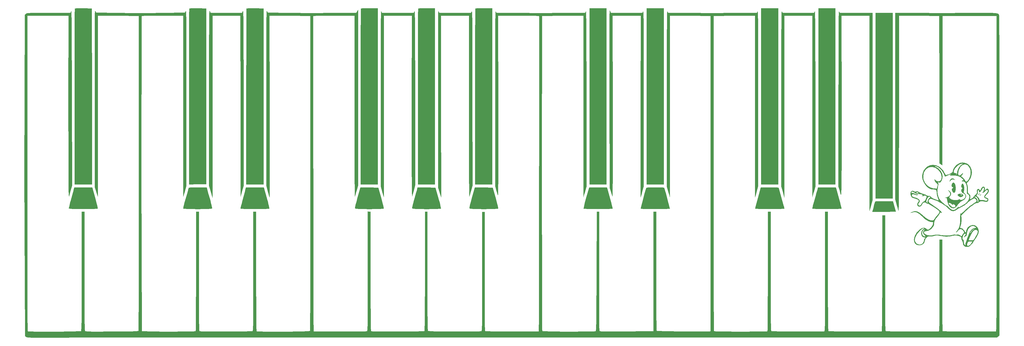
<source format=gbr>
%TF.GenerationSoftware,KiCad,Pcbnew,8.0.1*%
%TF.CreationDate,2025-12-31T00:35:04+09:00*%
%TF.ProjectId,rubrejaneTKL_RP2040_Piano,72756272-656a-4616-9e65-544b4c5f5250,rev?*%
%TF.SameCoordinates,Original*%
%TF.FileFunction,Legend,Top*%
%TF.FilePolarity,Positive*%
%FSLAX46Y46*%
G04 Gerber Fmt 4.6, Leading zero omitted, Abs format (unit mm)*
G04 Created by KiCad (PCBNEW 8.0.1) date 2025-12-31 00:35:04*
%MOMM*%
%LPD*%
G01*
G04 APERTURE LIST*
%ADD10C,0.000000*%
G04 APERTURE END LIST*
D10*
G36*
X102654424Y-29808933D02*
G01*
X105574157Y-29848224D01*
X105574157Y-91257719D01*
X102554887Y-91297007D01*
X99534748Y-91336302D01*
X99534748Y-60652945D01*
X99564326Y-38953280D01*
X99596263Y-32329195D01*
X99635154Y-29869179D01*
X99660487Y-29859198D01*
X99714825Y-29849902D01*
X99904325Y-29833490D01*
X100191273Y-29820189D01*
X100563290Y-29810243D01*
X101513005Y-29801403D01*
X102654424Y-29808933D01*
G37*
G36*
X368343887Y-94532943D02*
G01*
X368433951Y-94540539D01*
X368522776Y-94552560D01*
X368609781Y-94568782D01*
X368694385Y-94588982D01*
X368776007Y-94612939D01*
X368854066Y-94640428D01*
X368927981Y-94671228D01*
X368997172Y-94705114D01*
X369061056Y-94741865D01*
X369119053Y-94781257D01*
X369170583Y-94823068D01*
X369215064Y-94867075D01*
X369251915Y-94913054D01*
X369280555Y-94960783D01*
X369300403Y-95010040D01*
X369310879Y-95060600D01*
X369311402Y-95112242D01*
X369301389Y-95164743D01*
X369280261Y-95217879D01*
X369247436Y-95271428D01*
X369202334Y-95325167D01*
X369144373Y-95378873D01*
X369041457Y-95460298D01*
X368941709Y-95531045D01*
X368892919Y-95562414D01*
X368844798Y-95591114D01*
X368797302Y-95617146D01*
X368750392Y-95640509D01*
X368704025Y-95661204D01*
X368658160Y-95679232D01*
X368612756Y-95694592D01*
X368567772Y-95707286D01*
X368523165Y-95717313D01*
X368478895Y-95724673D01*
X368434921Y-95729367D01*
X368391200Y-95731396D01*
X368347691Y-95730759D01*
X368304353Y-95727457D01*
X368261145Y-95721490D01*
X368218025Y-95712859D01*
X368174952Y-95701564D01*
X368131884Y-95687605D01*
X368088780Y-95670983D01*
X368045599Y-95651697D01*
X368002298Y-95629749D01*
X367958838Y-95605138D01*
X367915175Y-95577864D01*
X367871270Y-95547929D01*
X367827080Y-95515332D01*
X367782565Y-95480074D01*
X367692390Y-95401576D01*
X367611708Y-95327075D01*
X367541394Y-95261137D01*
X367481190Y-95202890D01*
X367454801Y-95176379D01*
X367430844Y-95151465D01*
X367409288Y-95128038D01*
X367390101Y-95105989D01*
X367373251Y-95085210D01*
X367358706Y-95065592D01*
X367346435Y-95047026D01*
X367336405Y-95029403D01*
X367328585Y-95012614D01*
X367322943Y-94996551D01*
X367319447Y-94981104D01*
X367318065Y-94966164D01*
X367318766Y-94951624D01*
X367321517Y-94937373D01*
X367326288Y-94923304D01*
X367333045Y-94909306D01*
X367341758Y-94895272D01*
X367352394Y-94881092D01*
X367364922Y-94866658D01*
X367367811Y-94863687D01*
X368342941Y-94863687D01*
X368343094Y-94868551D01*
X368344514Y-94873774D01*
X368347192Y-94879369D01*
X368351119Y-94885346D01*
X368356288Y-94891715D01*
X368362688Y-94898488D01*
X368370313Y-94905675D01*
X368379152Y-94913287D01*
X368389199Y-94921336D01*
X368400445Y-94929831D01*
X368426497Y-94948207D01*
X368457242Y-94968500D01*
X368483306Y-94985073D01*
X368508618Y-95000577D01*
X368533174Y-95015012D01*
X368556968Y-95028378D01*
X368579995Y-95040674D01*
X368602251Y-95051901D01*
X368623731Y-95062058D01*
X368644428Y-95071147D01*
X368664339Y-95079166D01*
X368683459Y-95086116D01*
X368701782Y-95091997D01*
X368719304Y-95096809D01*
X368736020Y-95100551D01*
X368751925Y-95103224D01*
X368767013Y-95104828D01*
X368781280Y-95105363D01*
X368794720Y-95104828D01*
X368807330Y-95103224D01*
X368819103Y-95100551D01*
X368830036Y-95096809D01*
X368840122Y-95091997D01*
X368849357Y-95086116D01*
X368857736Y-95079166D01*
X368865255Y-95071147D01*
X368871907Y-95062058D01*
X368877689Y-95051901D01*
X368882594Y-95040674D01*
X368886619Y-95028378D01*
X368889758Y-95015012D01*
X368892007Y-95000577D01*
X368893359Y-94985073D01*
X368893811Y-94968500D01*
X368893385Y-94961097D01*
X368892120Y-94953789D01*
X368890037Y-94946588D01*
X368887156Y-94939500D01*
X368883498Y-94932537D01*
X368879083Y-94925708D01*
X368868068Y-94912485D01*
X368854275Y-94899907D01*
X368837869Y-94888048D01*
X368819015Y-94876982D01*
X368797877Y-94866783D01*
X368774622Y-94857525D01*
X368749414Y-94849282D01*
X368722417Y-94842130D01*
X368693797Y-94836141D01*
X368663719Y-94831390D01*
X368632347Y-94827951D01*
X368599848Y-94825898D01*
X368566384Y-94825306D01*
X368519623Y-94825956D01*
X368478503Y-94827306D01*
X368442958Y-94829444D01*
X368427254Y-94830836D01*
X368412919Y-94832457D01*
X368399942Y-94834319D01*
X368388317Y-94836431D01*
X368378035Y-94838806D01*
X368369087Y-94841455D01*
X368361464Y-94844387D01*
X368355159Y-94847614D01*
X368350163Y-94851146D01*
X368346466Y-94854996D01*
X368344062Y-94859172D01*
X368342941Y-94863687D01*
X367367811Y-94863687D01*
X367379309Y-94851860D01*
X367395525Y-94836590D01*
X367413536Y-94820739D01*
X367454821Y-94786859D01*
X367502908Y-94749347D01*
X367573410Y-94700443D01*
X367648482Y-94658191D01*
X367727544Y-94622370D01*
X367810015Y-94592756D01*
X367895313Y-94569126D01*
X367982858Y-94551258D01*
X368072069Y-94538928D01*
X368162365Y-94531914D01*
X368253164Y-94529993D01*
X368343887Y-94532943D01*
G37*
G36*
X62709831Y-92349998D02*
G01*
X65846969Y-92349998D01*
X66847569Y-95971722D01*
X67046473Y-96702723D01*
X67228157Y-97391027D01*
X67388906Y-98021112D01*
X67525007Y-98577454D01*
X67632744Y-99044534D01*
X67708404Y-99406829D01*
X67733044Y-99543831D01*
X67748273Y-99648817D01*
X67753624Y-99719845D01*
X67752451Y-99742019D01*
X67748635Y-99754976D01*
X67610244Y-99800166D01*
X67274208Y-99838562D01*
X66122549Y-99895371D01*
X64520358Y-99926211D01*
X62694333Y-99931891D01*
X60871173Y-99913218D01*
X59277576Y-99871003D01*
X58140242Y-99806052D01*
X57813517Y-99765303D01*
X57685869Y-99719174D01*
X57682196Y-99684470D01*
X57686650Y-99621993D01*
X57718475Y-99419925D01*
X57778417Y-99125380D01*
X57863551Y-98750771D01*
X58097685Y-97811003D01*
X58397467Y-96699910D01*
X59010619Y-94482173D01*
X59241478Y-93632786D01*
X59378859Y-93113113D01*
X59571820Y-92349129D01*
X62709831Y-92349998D01*
G37*
G36*
X186487086Y-30794223D02*
G01*
X186505856Y-30830489D01*
X186732865Y-31376193D01*
X197754324Y-31376193D01*
X198012766Y-30902959D01*
X198056551Y-30843458D01*
X198095172Y-30861199D01*
X198158456Y-31284296D01*
X198239889Y-34772212D01*
X198307878Y-61044980D01*
X198344561Y-91658486D01*
X197817191Y-93568886D01*
X197708771Y-93956691D01*
X197602703Y-94327165D01*
X197501669Y-94671568D01*
X197408350Y-94981162D01*
X197325426Y-95247210D01*
X197255578Y-95460972D01*
X197201489Y-95613711D01*
X197181190Y-95664466D01*
X197165837Y-95696688D01*
X197087911Y-86551904D01*
X197074167Y-64155051D01*
X197106457Y-32395129D01*
X187357154Y-32395129D01*
X187383350Y-64155051D01*
X187410403Y-95914967D01*
X186879546Y-94168721D01*
X186349558Y-92422470D01*
X186314650Y-61353190D01*
X186301915Y-44594117D01*
X186306615Y-39148019D01*
X186320862Y-35310166D01*
X186332074Y-33912914D01*
X186346282Y-32820022D01*
X186363692Y-31998924D01*
X186384504Y-31417052D01*
X186408923Y-31041839D01*
X186422549Y-30921554D01*
X186437153Y-30840720D01*
X186452760Y-30795267D01*
X186460948Y-30784537D01*
X186469396Y-30781125D01*
X186487086Y-30794223D01*
G37*
G36*
X246102281Y-30449014D02*
G01*
X246113892Y-30461202D01*
X246126959Y-30477385D01*
X246141339Y-30497310D01*
X246173472Y-30547375D01*
X246209156Y-30609371D01*
X246247253Y-30681270D01*
X246286629Y-30761049D01*
X246326146Y-30846680D01*
X246364669Y-30936138D01*
X246546296Y-31376193D01*
X257517980Y-31376193D01*
X257752857Y-30902959D01*
X257791488Y-30858798D01*
X257825712Y-30912943D01*
X257882053Y-31453669D01*
X257954112Y-35227438D01*
X257998207Y-61244923D01*
X258006918Y-92060122D01*
X257484797Y-93914642D01*
X257277287Y-94639524D01*
X257098340Y-95242444D01*
X257025538Y-95478470D01*
X256967029Y-95660371D01*
X256925197Y-95780266D01*
X256911281Y-95814500D01*
X256902428Y-95830278D01*
X256878862Y-64143699D01*
X256915520Y-32395129D01*
X247166217Y-32395129D01*
X247191532Y-64155051D01*
X247190871Y-86542628D01*
X247154862Y-95769161D01*
X247093593Y-95591981D01*
X246972488Y-95217449D01*
X246620518Y-94095374D01*
X246148147Y-92567408D01*
X246074807Y-61476302D01*
X246049812Y-39534672D01*
X246062896Y-32872729D01*
X246092267Y-30441076D01*
X246102281Y-30449014D01*
G37*
G36*
X205182861Y-91331066D02*
G01*
X199216806Y-91331066D01*
X199216806Y-60650327D01*
X199245290Y-38953389D01*
X199276106Y-32331118D01*
X199313712Y-29872671D01*
X199338558Y-29862806D01*
X199392098Y-29853215D01*
X199579136Y-29835059D01*
X199862578Y-29818601D01*
X200230177Y-29804240D01*
X201168854Y-29783408D01*
X202297186Y-29775755D01*
X205182861Y-29775755D01*
X205182861Y-91331066D01*
G37*
G36*
X365648083Y-89180791D02*
G01*
X365676124Y-89182971D01*
X365703538Y-89186511D01*
X365730448Y-89191443D01*
X365756977Y-89197800D01*
X365783248Y-89205615D01*
X365809383Y-89214921D01*
X365835506Y-89225751D01*
X365861739Y-89238138D01*
X365888206Y-89252115D01*
X365915029Y-89267714D01*
X365942331Y-89284969D01*
X365970236Y-89303913D01*
X366028344Y-89346997D01*
X366090336Y-89397232D01*
X366157197Y-89454879D01*
X366229908Y-89520204D01*
X366287082Y-89572784D01*
X366337161Y-89619613D01*
X366380196Y-89660809D01*
X366416234Y-89696492D01*
X366445324Y-89726784D01*
X366467516Y-89751803D01*
X366476040Y-89762373D01*
X366482857Y-89771671D01*
X366487974Y-89779710D01*
X366491397Y-89786507D01*
X366493131Y-89792076D01*
X366493183Y-89796432D01*
X366492581Y-89798160D01*
X366491559Y-89799590D01*
X366488266Y-89801566D01*
X366483308Y-89802373D01*
X366476692Y-89802029D01*
X366468425Y-89800546D01*
X366458512Y-89797941D01*
X366433774Y-89789423D01*
X366402526Y-89776595D01*
X366364817Y-89759576D01*
X366320697Y-89738488D01*
X366261190Y-89710760D01*
X366202199Y-89685528D01*
X366143752Y-89662785D01*
X366085880Y-89642524D01*
X366028611Y-89624740D01*
X365971976Y-89609425D01*
X365916003Y-89596574D01*
X365860722Y-89586179D01*
X365806162Y-89578235D01*
X365752353Y-89572735D01*
X365699324Y-89569674D01*
X365647105Y-89569043D01*
X365595725Y-89570838D01*
X365545213Y-89575051D01*
X365495599Y-89581676D01*
X365446913Y-89590707D01*
X365399183Y-89602137D01*
X365352440Y-89615961D01*
X365306712Y-89632171D01*
X365262029Y-89650761D01*
X365218421Y-89671725D01*
X365175916Y-89695057D01*
X365134545Y-89720749D01*
X365094336Y-89748796D01*
X365055320Y-89779191D01*
X365017525Y-89811929D01*
X364980981Y-89847001D01*
X364945718Y-89884403D01*
X364911765Y-89924127D01*
X364879150Y-89966168D01*
X364847905Y-90010518D01*
X364818058Y-90057172D01*
X364758470Y-90150974D01*
X364705536Y-90226539D01*
X364659401Y-90284518D01*
X364620211Y-90325562D01*
X364603265Y-90339937D01*
X364588111Y-90350322D01*
X364574766Y-90356799D01*
X364563248Y-90359448D01*
X364553575Y-90358353D01*
X364545767Y-90353593D01*
X364539840Y-90345251D01*
X364535814Y-90333407D01*
X364533706Y-90318142D01*
X364533535Y-90299540D01*
X364539075Y-90252644D01*
X364552581Y-90193370D01*
X364574198Y-90122369D01*
X364604071Y-90040292D01*
X364642348Y-89947790D01*
X364689173Y-89845513D01*
X364744692Y-89734114D01*
X364768024Y-89691079D01*
X364793322Y-89648579D01*
X364820345Y-89606861D01*
X364848848Y-89566175D01*
X364878589Y-89526767D01*
X364909325Y-89488886D01*
X364940812Y-89452781D01*
X364972808Y-89418698D01*
X365005069Y-89386888D01*
X365037353Y-89357596D01*
X365069417Y-89331073D01*
X365101016Y-89307565D01*
X365131910Y-89287322D01*
X365161853Y-89270590D01*
X365176393Y-89263620D01*
X365190604Y-89257619D01*
X365204456Y-89252622D01*
X365217919Y-89248657D01*
X365306129Y-89226498D01*
X365386422Y-89208327D01*
X365459779Y-89194407D01*
X365527187Y-89185002D01*
X365558966Y-89182075D01*
X365589627Y-89180376D01*
X365619291Y-89179937D01*
X365648083Y-89180791D01*
G37*
G36*
X317634763Y-30912766D02*
G01*
X317691104Y-31452741D01*
X317763163Y-35221980D01*
X317807258Y-61209124D01*
X317815994Y-91988525D01*
X317299085Y-93874478D01*
X317194057Y-94254634D01*
X317093409Y-94611829D01*
X316999556Y-94938085D01*
X316914912Y-95225418D01*
X316841892Y-95465849D01*
X316782909Y-95651397D01*
X316740379Y-95774079D01*
X316726038Y-95809352D01*
X316716716Y-95825916D01*
X316687888Y-64143699D01*
X316724596Y-32395129D01*
X306975255Y-32395129D01*
X307001464Y-64227520D01*
X307028530Y-96059911D01*
X306455753Y-94022909D01*
X305883857Y-91985907D01*
X305892594Y-61208252D01*
X305896691Y-51718930D01*
X305903919Y-44407883D01*
X305916508Y-39000425D01*
X305936688Y-35221872D01*
X305950322Y-33857594D01*
X305966691Y-32797534D01*
X305986073Y-32007358D01*
X306008748Y-31452727D01*
X306034993Y-31099308D01*
X306049542Y-30987323D01*
X306065088Y-30912765D01*
X306081666Y-30871341D01*
X306090354Y-30861713D01*
X306099312Y-30858760D01*
X306118059Y-30870730D01*
X306137944Y-30902959D01*
X306372795Y-31376193D01*
X317327056Y-31376193D01*
X317561908Y-30902959D01*
X317600539Y-30858760D01*
X317634763Y-30912766D01*
G37*
G36*
X369399437Y-83684021D02*
G01*
X369684001Y-83716049D01*
X369957430Y-83774031D01*
X370219109Y-83856668D01*
X370468423Y-83962664D01*
X370704758Y-84090722D01*
X370927499Y-84239543D01*
X371136032Y-84407831D01*
X371329742Y-84594288D01*
X371508014Y-84797617D01*
X371670235Y-85016520D01*
X371815789Y-85249700D01*
X371944062Y-85495860D01*
X372054439Y-85753703D01*
X372146306Y-86021930D01*
X372219048Y-86299244D01*
X372272051Y-86584349D01*
X372304700Y-86875947D01*
X372316380Y-87172740D01*
X372306477Y-87473431D01*
X372274377Y-87776722D01*
X372219464Y-88081318D01*
X372141125Y-88385918D01*
X372038744Y-88689228D01*
X371911708Y-88989948D01*
X371759401Y-89286782D01*
X371581209Y-89578432D01*
X371376517Y-89863602D01*
X371144711Y-90140993D01*
X370511711Y-90844734D01*
X370727377Y-91471641D01*
X370751626Y-91546951D01*
X370774263Y-91627596D01*
X370795250Y-91713224D01*
X370814550Y-91803482D01*
X370847943Y-91996475D01*
X370874143Y-92203752D01*
X370892855Y-92422488D01*
X370903783Y-92649861D01*
X370906630Y-92883045D01*
X370901098Y-93119218D01*
X370894138Y-93294285D01*
X370889049Y-93449207D01*
X370886431Y-93586001D01*
X370886885Y-93706683D01*
X370888452Y-93761612D01*
X370891013Y-93813270D01*
X370894643Y-93861909D01*
X370899416Y-93907780D01*
X370905408Y-93951137D01*
X370912694Y-93992230D01*
X370921349Y-94031312D01*
X370931449Y-94068636D01*
X370943068Y-94104453D01*
X370956282Y-94139015D01*
X370971166Y-94172575D01*
X370987794Y-94205385D01*
X371006243Y-94237696D01*
X371026586Y-94269762D01*
X371048900Y-94301833D01*
X371073259Y-94334163D01*
X371099739Y-94367003D01*
X371128415Y-94400605D01*
X371192653Y-94471106D01*
X371266576Y-94547682D01*
X371350785Y-94632349D01*
X371430891Y-94713119D01*
X371501581Y-94786671D01*
X371563303Y-94854285D01*
X371616505Y-94917235D01*
X371661634Y-94976798D01*
X371699139Y-95034250D01*
X371715171Y-95062584D01*
X371729466Y-95090869D01*
X371742077Y-95119265D01*
X371753063Y-95147931D01*
X371762478Y-95177026D01*
X371770378Y-95206711D01*
X371776820Y-95237144D01*
X371781859Y-95268486D01*
X371785551Y-95300896D01*
X371787953Y-95334534D01*
X371789108Y-95406129D01*
X371785771Y-95484550D01*
X371778391Y-95571071D01*
X371767414Y-95666970D01*
X371753289Y-95773523D01*
X371744574Y-95839822D01*
X371736770Y-95904254D01*
X371729890Y-95966486D01*
X371723945Y-96026185D01*
X371718946Y-96083019D01*
X371714905Y-96136656D01*
X371711833Y-96186762D01*
X371709742Y-96233007D01*
X371708644Y-96275056D01*
X371708549Y-96312577D01*
X371709469Y-96345238D01*
X371711416Y-96372706D01*
X371714400Y-96394649D01*
X371716286Y-96403445D01*
X371718435Y-96410734D01*
X371720849Y-96416477D01*
X371723531Y-96420630D01*
X371726480Y-96423152D01*
X371729699Y-96424002D01*
X371752425Y-96422510D01*
X371778669Y-96418145D01*
X371840599Y-96401457D01*
X371913265Y-96375264D01*
X371994442Y-96340890D01*
X372081906Y-96299662D01*
X372173432Y-96252902D01*
X372266798Y-96201938D01*
X372359778Y-96148092D01*
X372450149Y-96092692D01*
X372535687Y-96037062D01*
X372614166Y-95982526D01*
X372683365Y-95930411D01*
X372741057Y-95882040D01*
X372785020Y-95838739D01*
X372801157Y-95819404D01*
X372813028Y-95801833D01*
X372820355Y-95786193D01*
X372822859Y-95772648D01*
X372826312Y-95752795D01*
X372836443Y-95726910D01*
X372852242Y-95696688D01*
X373259428Y-95696688D01*
X373259700Y-95704095D01*
X373260505Y-95711411D01*
X373261832Y-95718625D01*
X373263666Y-95725730D01*
X373265995Y-95732714D01*
X373268804Y-95739570D01*
X373272082Y-95746287D01*
X373275814Y-95752857D01*
X373279987Y-95759269D01*
X373284589Y-95765514D01*
X373289605Y-95771583D01*
X373295022Y-95777466D01*
X373307008Y-95788638D01*
X373320441Y-95798954D01*
X373335214Y-95808340D01*
X373351222Y-95816718D01*
X373368358Y-95824014D01*
X373386515Y-95830154D01*
X373405588Y-95835060D01*
X373425470Y-95838657D01*
X373446056Y-95840871D01*
X373467239Y-95841626D01*
X373497683Y-95843699D01*
X373529012Y-95849800D01*
X373561107Y-95859752D01*
X373593844Y-95873376D01*
X373627104Y-95890496D01*
X373660763Y-95910933D01*
X373728797Y-95961053D01*
X373796974Y-96022316D01*
X373864322Y-96093301D01*
X373929868Y-96172590D01*
X373992642Y-96258762D01*
X374051671Y-96350398D01*
X374105983Y-96446078D01*
X374154606Y-96544383D01*
X374196568Y-96643893D01*
X374230897Y-96743188D01*
X374256621Y-96840849D01*
X374272768Y-96935455D01*
X374276947Y-96981169D01*
X374278366Y-97025587D01*
X374278557Y-97046988D01*
X374279121Y-97068117D01*
X374281337Y-97109450D01*
X374284939Y-97149374D01*
X374289853Y-97187675D01*
X374292779Y-97206150D01*
X374296006Y-97224139D01*
X374299523Y-97241616D01*
X374303322Y-97258553D01*
X374307393Y-97274925D01*
X374311727Y-97290703D01*
X374316316Y-97305863D01*
X374321148Y-97320376D01*
X374326217Y-97334217D01*
X374331511Y-97347358D01*
X374337021Y-97359773D01*
X374342740Y-97371435D01*
X374348656Y-97382318D01*
X374354762Y-97392394D01*
X374361047Y-97401637D01*
X374367503Y-97410021D01*
X374374119Y-97417518D01*
X374380887Y-97424103D01*
X374387798Y-97429747D01*
X374394842Y-97434426D01*
X374402011Y-97438111D01*
X374409294Y-97440776D01*
X374416682Y-97442395D01*
X374424166Y-97442940D01*
X374461696Y-97438296D01*
X374494166Y-97424735D01*
X374521737Y-97402817D01*
X374544568Y-97373099D01*
X374562820Y-97336140D01*
X374576652Y-97292498D01*
X374586224Y-97242733D01*
X374591695Y-97187401D01*
X374593226Y-97127063D01*
X374590975Y-97062275D01*
X374575770Y-96921588D01*
X374547357Y-96769806D01*
X374507015Y-96611398D01*
X374456020Y-96450831D01*
X374395651Y-96292572D01*
X374327186Y-96141089D01*
X374251903Y-96000850D01*
X374171078Y-95876321D01*
X374128988Y-95821345D01*
X374085991Y-95771971D01*
X374042248Y-95728760D01*
X373997919Y-95692267D01*
X373953162Y-95663054D01*
X373908139Y-95641677D01*
X373875399Y-95629459D01*
X373843016Y-95618180D01*
X373811034Y-95607833D01*
X373779498Y-95598417D01*
X373748454Y-95589926D01*
X373717945Y-95582358D01*
X373688016Y-95575708D01*
X373658713Y-95569973D01*
X373630080Y-95565148D01*
X373602162Y-95561230D01*
X373575003Y-95558215D01*
X373548649Y-95556099D01*
X373523144Y-95554878D01*
X373498532Y-95554549D01*
X373474860Y-95555107D01*
X373452170Y-95556549D01*
X373430510Y-95558871D01*
X373409921Y-95562070D01*
X373390452Y-95566140D01*
X373372144Y-95571079D01*
X373355043Y-95576883D01*
X373339195Y-95583547D01*
X373324644Y-95591068D01*
X373311434Y-95599443D01*
X373299611Y-95608666D01*
X373289219Y-95618735D01*
X373280303Y-95629646D01*
X373272907Y-95641394D01*
X373267077Y-95653977D01*
X373262858Y-95667389D01*
X373260293Y-95681627D01*
X373259428Y-95696688D01*
X372852242Y-95696688D01*
X372852914Y-95695404D01*
X372875383Y-95658692D01*
X372903510Y-95617186D01*
X372936955Y-95571300D01*
X373018440Y-95468038D01*
X373117115Y-95352211D01*
X373230259Y-95227124D01*
X373355150Y-95096082D01*
X373386254Y-95065030D01*
X373917418Y-95065030D01*
X373919208Y-95081673D01*
X373923330Y-95099033D01*
X373929823Y-95117242D01*
X373938726Y-95136433D01*
X373950080Y-95156738D01*
X373963924Y-95178290D01*
X373980296Y-95201219D01*
X373999237Y-95225661D01*
X374044984Y-95279606D01*
X374101479Y-95341185D01*
X374169038Y-95411455D01*
X374338615Y-95582309D01*
X374391815Y-95636689D01*
X374443521Y-95691852D01*
X374493464Y-95747414D01*
X374541378Y-95802991D01*
X374586995Y-95858200D01*
X374630048Y-95912656D01*
X374670269Y-95965977D01*
X374707392Y-96017779D01*
X374741149Y-96067677D01*
X374771272Y-96115288D01*
X374797494Y-96160229D01*
X374819548Y-96202116D01*
X374837166Y-96240564D01*
X374850082Y-96275191D01*
X374854693Y-96290951D01*
X374858028Y-96305612D01*
X374860053Y-96319126D01*
X374860736Y-96331445D01*
X374861972Y-96360784D01*
X374865640Y-96389355D01*
X374871684Y-96417130D01*
X374880043Y-96444084D01*
X374890660Y-96470190D01*
X374903476Y-96495422D01*
X374918432Y-96519752D01*
X374935470Y-96543155D01*
X374954532Y-96565604D01*
X374975558Y-96587072D01*
X374998490Y-96607532D01*
X375023271Y-96626959D01*
X375078141Y-96662606D01*
X375139700Y-96693798D01*
X375207480Y-96720326D01*
X375281013Y-96741974D01*
X375359831Y-96758533D01*
X375443466Y-96769789D01*
X375531449Y-96775530D01*
X375623312Y-96775544D01*
X375718587Y-96769618D01*
X375816807Y-96757540D01*
X375865123Y-96751725D01*
X375917403Y-96748307D01*
X375973152Y-96747210D01*
X376031871Y-96748355D01*
X376093067Y-96751664D01*
X376156243Y-96757059D01*
X376220901Y-96764463D01*
X376286547Y-96773796D01*
X376352684Y-96784982D01*
X376418815Y-96797941D01*
X376484445Y-96812597D01*
X376549078Y-96828870D01*
X376612217Y-96846684D01*
X376673365Y-96865959D01*
X376732028Y-96886619D01*
X376787708Y-96908583D01*
X376864098Y-96939827D01*
X376934470Y-96967102D01*
X376999313Y-96990433D01*
X377059114Y-97009843D01*
X377114362Y-97025354D01*
X377140431Y-97031654D01*
X377165546Y-97036989D01*
X377189766Y-97041360D01*
X377213154Y-97044771D01*
X377235769Y-97047225D01*
X377257674Y-97048725D01*
X377278930Y-97049273D01*
X377299597Y-97048872D01*
X377319735Y-97047525D01*
X377339408Y-97045236D01*
X377358676Y-97042006D01*
X377377598Y-97037839D01*
X377396238Y-97032738D01*
X377414655Y-97026706D01*
X377432911Y-97019745D01*
X377451068Y-97011858D01*
X377469185Y-97003048D01*
X377487324Y-96993319D01*
X377505546Y-96982672D01*
X377523912Y-96971112D01*
X377561322Y-96945260D01*
X377592844Y-96921027D01*
X377621446Y-96896637D01*
X377647141Y-96872113D01*
X377669939Y-96847478D01*
X377689853Y-96822754D01*
X377706894Y-96797964D01*
X377721073Y-96773129D01*
X377732403Y-96748274D01*
X377740895Y-96723420D01*
X377746560Y-96698589D01*
X377749411Y-96673805D01*
X377749459Y-96649090D01*
X377746715Y-96624467D01*
X377741192Y-96599957D01*
X377732901Y-96575584D01*
X377721853Y-96551370D01*
X377708061Y-96527337D01*
X377691536Y-96503509D01*
X377672289Y-96479907D01*
X377650332Y-96456555D01*
X377625678Y-96433475D01*
X377598337Y-96410688D01*
X377568321Y-96388219D01*
X377535642Y-96366089D01*
X377500312Y-96344321D01*
X377462342Y-96322938D01*
X377421744Y-96301961D01*
X377378529Y-96281414D01*
X377284297Y-96241700D01*
X377179739Y-96203974D01*
X377110019Y-96179165D01*
X377044925Y-96153007D01*
X376984461Y-96125459D01*
X376928627Y-96096480D01*
X376877426Y-96066032D01*
X376830859Y-96034072D01*
X376788929Y-96000563D01*
X376751637Y-95965463D01*
X376718985Y-95928732D01*
X376690975Y-95890330D01*
X376667610Y-95850217D01*
X376648890Y-95808354D01*
X376634819Y-95764699D01*
X376625397Y-95719212D01*
X376620627Y-95671854D01*
X376620511Y-95622585D01*
X376625050Y-95571363D01*
X376634246Y-95518150D01*
X376648102Y-95462905D01*
X376666620Y-95405588D01*
X376689800Y-95346158D01*
X376717646Y-95284576D01*
X376750158Y-95220802D01*
X376787340Y-95154795D01*
X376875718Y-95015922D01*
X376982794Y-94867638D01*
X377108585Y-94709620D01*
X377253105Y-94541549D01*
X377376688Y-94400654D01*
X377486361Y-94271464D01*
X377582413Y-94153178D01*
X377625422Y-94097875D01*
X377665135Y-94044998D01*
X377701588Y-93994447D01*
X377734818Y-93946123D01*
X377764860Y-93899926D01*
X377791750Y-93855755D01*
X377815527Y-93813512D01*
X377836224Y-93773094D01*
X377853879Y-93734405D01*
X377868528Y-93697342D01*
X377880208Y-93661806D01*
X377888954Y-93627698D01*
X377894803Y-93594916D01*
X377897791Y-93563363D01*
X377897955Y-93532936D01*
X377895330Y-93503538D01*
X377889954Y-93475067D01*
X377881862Y-93447423D01*
X377871090Y-93420508D01*
X377857675Y-93394220D01*
X377841653Y-93368460D01*
X377823061Y-93343128D01*
X377801935Y-93318125D01*
X377778311Y-93293349D01*
X377752225Y-93268702D01*
X377723713Y-93244083D01*
X377695652Y-93223773D01*
X377681264Y-93215608D01*
X377666582Y-93208803D01*
X377651564Y-93203378D01*
X377636169Y-93199359D01*
X377620355Y-93196766D01*
X377604080Y-93195624D01*
X377587302Y-93195955D01*
X377569980Y-93197783D01*
X377552072Y-93201130D01*
X377533536Y-93206019D01*
X377514331Y-93212474D01*
X377494414Y-93220518D01*
X377452280Y-93241463D01*
X377406800Y-93269038D01*
X377357641Y-93303427D01*
X377304468Y-93344815D01*
X377246947Y-93393386D01*
X377184746Y-93449324D01*
X377117529Y-93512813D01*
X377044964Y-93584036D01*
X376966716Y-93663180D01*
X376907648Y-93722046D01*
X376847299Y-93779266D01*
X376786105Y-93834541D01*
X376724505Y-93887575D01*
X376662935Y-93938071D01*
X376601834Y-93985733D01*
X376541638Y-94030264D01*
X376482786Y-94071367D01*
X376425714Y-94108745D01*
X376370861Y-94142103D01*
X376318662Y-94171142D01*
X376269557Y-94195567D01*
X376223982Y-94215081D01*
X376182375Y-94229386D01*
X376163196Y-94234494D01*
X376145172Y-94238187D01*
X376128360Y-94240431D01*
X376112813Y-94241187D01*
X376067144Y-94240941D01*
X376027357Y-94240080D01*
X375993398Y-94238419D01*
X375965213Y-94235771D01*
X375953269Y-94234020D01*
X375942748Y-94231952D01*
X375933644Y-94229545D01*
X375925950Y-94226776D01*
X375919659Y-94223621D01*
X375914764Y-94220057D01*
X375911259Y-94216061D01*
X375909138Y-94211610D01*
X375908392Y-94206681D01*
X375909016Y-94201251D01*
X375911002Y-94195295D01*
X375914345Y-94188792D01*
X375919037Y-94181717D01*
X375925071Y-94174049D01*
X375932441Y-94165763D01*
X375941141Y-94156836D01*
X375962500Y-94136968D01*
X375989095Y-94114260D01*
X376020871Y-94088525D01*
X376057776Y-94059579D01*
X376082516Y-94037984D01*
X376108139Y-94011108D01*
X376134445Y-93979342D01*
X376161232Y-93943074D01*
X376188301Y-93902692D01*
X376215451Y-93858586D01*
X376242480Y-93811144D01*
X376269187Y-93760755D01*
X376295374Y-93707809D01*
X376320838Y-93652693D01*
X376345379Y-93595796D01*
X376368796Y-93537508D01*
X376390889Y-93478217D01*
X376411457Y-93418312D01*
X376430299Y-93358181D01*
X376447214Y-93298214D01*
X376468682Y-93212839D01*
X376486503Y-93131443D01*
X376500790Y-93054104D01*
X376511655Y-92980898D01*
X376519212Y-92911901D01*
X376523573Y-92847189D01*
X376524853Y-92786840D01*
X376523163Y-92730928D01*
X376518617Y-92679532D01*
X376511328Y-92632727D01*
X376501409Y-92590590D01*
X376488973Y-92553196D01*
X376474134Y-92520623D01*
X376457004Y-92492948D01*
X376437695Y-92470245D01*
X376416322Y-92452593D01*
X376392997Y-92440066D01*
X376367834Y-92432742D01*
X376340945Y-92430697D01*
X376312443Y-92434008D01*
X376282442Y-92442750D01*
X376251054Y-92457001D01*
X376218393Y-92476836D01*
X376184572Y-92502332D01*
X376149703Y-92533566D01*
X376113900Y-92570615D01*
X376077275Y-92613553D01*
X376039943Y-92662458D01*
X376002015Y-92717407D01*
X375963605Y-92778474D01*
X375924827Y-92845738D01*
X375885792Y-92919275D01*
X375833970Y-93018747D01*
X375782203Y-93114114D01*
X375730597Y-93205300D01*
X375679260Y-93292230D01*
X375628296Y-93374831D01*
X375577812Y-93453027D01*
X375527916Y-93526743D01*
X375478712Y-93595906D01*
X375430308Y-93660440D01*
X375382809Y-93720270D01*
X375336323Y-93775323D01*
X375290954Y-93825523D01*
X375246811Y-93870796D01*
X375203998Y-93911066D01*
X375162623Y-93946260D01*
X375122791Y-93976303D01*
X375084608Y-94001120D01*
X375048183Y-94020636D01*
X375013619Y-94034777D01*
X374981025Y-94043468D01*
X374950505Y-94046634D01*
X374936057Y-94046123D01*
X374922167Y-94044202D01*
X374908850Y-94040862D01*
X374896117Y-94036095D01*
X374883983Y-94029890D01*
X374872461Y-94022239D01*
X374861564Y-94013133D01*
X374851305Y-94002561D01*
X374841698Y-93990514D01*
X374832757Y-93976984D01*
X374816921Y-93945435D01*
X374803904Y-93907839D01*
X374793813Y-93864121D01*
X374786754Y-93814206D01*
X374782834Y-93758020D01*
X374782158Y-93695488D01*
X374782259Y-93671372D01*
X374781912Y-93647975D01*
X374781117Y-93625300D01*
X374779875Y-93603351D01*
X374778189Y-93582130D01*
X374776059Y-93561640D01*
X374773487Y-93541885D01*
X374770474Y-93522867D01*
X374767021Y-93504590D01*
X374763129Y-93487057D01*
X374758800Y-93470270D01*
X374754035Y-93454233D01*
X374748835Y-93438949D01*
X374743202Y-93424420D01*
X374737136Y-93410650D01*
X374730640Y-93397642D01*
X374723714Y-93385399D01*
X374716359Y-93373923D01*
X374708577Y-93363219D01*
X374700369Y-93353288D01*
X374691736Y-93344134D01*
X374682680Y-93335761D01*
X374673202Y-93328171D01*
X374663303Y-93321366D01*
X374652985Y-93315351D01*
X374642248Y-93310128D01*
X374631093Y-93305700D01*
X374619523Y-93302071D01*
X374607539Y-93299242D01*
X374595141Y-93297218D01*
X374582331Y-93296002D01*
X374569111Y-93295596D01*
X374539415Y-93297473D01*
X374512485Y-93303285D01*
X374488241Y-93313305D01*
X374477102Y-93319978D01*
X374466604Y-93327805D01*
X374447494Y-93347058D01*
X374430832Y-93371336D01*
X374416539Y-93400912D01*
X374404535Y-93436058D01*
X374394740Y-93477046D01*
X374387077Y-93524149D01*
X374381464Y-93577640D01*
X374377824Y-93637790D01*
X374376075Y-93704872D01*
X374376140Y-93779159D01*
X374377938Y-93860923D01*
X374381391Y-93950437D01*
X374384980Y-94042567D01*
X374386493Y-94127710D01*
X374385796Y-94206307D01*
X374382756Y-94278800D01*
X374380316Y-94312895D01*
X374377240Y-94345629D01*
X374373511Y-94377058D01*
X374369114Y-94407236D01*
X374364032Y-94436219D01*
X374358247Y-94464062D01*
X374351743Y-94490820D01*
X374344503Y-94516549D01*
X374336512Y-94541302D01*
X374327751Y-94565137D01*
X374318206Y-94588107D01*
X374307858Y-94610268D01*
X374296691Y-94631675D01*
X374284690Y-94652383D01*
X374271836Y-94672448D01*
X374258113Y-94691924D01*
X374243506Y-94710867D01*
X374227997Y-94729332D01*
X374211568Y-94747374D01*
X374194205Y-94765048D01*
X374175890Y-94782409D01*
X374156607Y-94799512D01*
X374136339Y-94816413D01*
X374115068Y-94833168D01*
X374063434Y-94873044D01*
X374019072Y-94908904D01*
X373982299Y-94941807D01*
X373966858Y-94957481D01*
X373953432Y-94972812D01*
X373942061Y-94987934D01*
X373932785Y-95002978D01*
X373925643Y-95018078D01*
X373920675Y-95033365D01*
X373917920Y-95048971D01*
X373917418Y-95065030D01*
X373386254Y-95065030D01*
X373489067Y-94962388D01*
X373593114Y-94860117D01*
X373685602Y-94767049D01*
X373767089Y-94682119D01*
X373838130Y-94604258D01*
X373899282Y-94532398D01*
X373926324Y-94498384D01*
X373951102Y-94465470D01*
X373973686Y-94433523D01*
X373994146Y-94402408D01*
X374012550Y-94371993D01*
X374028969Y-94342143D01*
X374043472Y-94312726D01*
X374056130Y-94283607D01*
X374067010Y-94254654D01*
X374076183Y-94225733D01*
X374083718Y-94196709D01*
X374089685Y-94167451D01*
X374094154Y-94137824D01*
X374097194Y-94107695D01*
X374098873Y-94076930D01*
X374099264Y-94045396D01*
X374096453Y-93979487D01*
X374089316Y-93908899D01*
X374078411Y-93832564D01*
X374067564Y-93750629D01*
X374061103Y-93671717D01*
X374058858Y-93595930D01*
X374060655Y-93523377D01*
X374066322Y-93454162D01*
X374075690Y-93388390D01*
X374088584Y-93326168D01*
X374104833Y-93267600D01*
X374124267Y-93212793D01*
X374146711Y-93161851D01*
X374171996Y-93114880D01*
X374199948Y-93071987D01*
X374230396Y-93033275D01*
X374263169Y-92998852D01*
X374298094Y-92968821D01*
X374334999Y-92943290D01*
X374373713Y-92922363D01*
X374414063Y-92906146D01*
X374455878Y-92894744D01*
X374498986Y-92888263D01*
X374543216Y-92886808D01*
X374588394Y-92890486D01*
X374634350Y-92899400D01*
X374680911Y-92913658D01*
X374727906Y-92933364D01*
X374775162Y-92958624D01*
X374822509Y-92989544D01*
X374869773Y-93026229D01*
X374916784Y-93068784D01*
X374963368Y-93117316D01*
X375009356Y-93171929D01*
X375054573Y-93232729D01*
X375090493Y-93283288D01*
X375122696Y-93326270D01*
X375151785Y-93361199D01*
X375178360Y-93387601D01*
X375190892Y-93397455D01*
X375203021Y-93404998D01*
X375214823Y-93410172D01*
X375226371Y-93412916D01*
X375237742Y-93413171D01*
X375249010Y-93410877D01*
X375260251Y-93405976D01*
X375271539Y-93398407D01*
X375282951Y-93388112D01*
X375294560Y-93375030D01*
X375306442Y-93359103D01*
X375318673Y-93340270D01*
X375344479Y-93293651D01*
X375372579Y-93234697D01*
X375403575Y-93162933D01*
X375438067Y-93077882D01*
X375519945Y-92866019D01*
X375563912Y-92759381D01*
X375611113Y-92660601D01*
X375661204Y-92569625D01*
X375713842Y-92486397D01*
X375768685Y-92410862D01*
X375825389Y-92342966D01*
X375883613Y-92282652D01*
X375943012Y-92229865D01*
X376003243Y-92184550D01*
X376063965Y-92146651D01*
X376124833Y-92116113D01*
X376185505Y-92092882D01*
X376245639Y-92076901D01*
X376304890Y-92068116D01*
X376362916Y-92066470D01*
X376419375Y-92071909D01*
X376473922Y-92084377D01*
X376526216Y-92103820D01*
X376575913Y-92130181D01*
X376622670Y-92163406D01*
X376666145Y-92203438D01*
X376705994Y-92250224D01*
X376741875Y-92303707D01*
X376773444Y-92363832D01*
X376800358Y-92430543D01*
X376822275Y-92503787D01*
X376838852Y-92583506D01*
X376849746Y-92669647D01*
X376854613Y-92762153D01*
X376853111Y-92860969D01*
X376844897Y-92966040D01*
X376829627Y-93077311D01*
X376745788Y-93586346D01*
X377052268Y-93186453D01*
X377100675Y-93126269D01*
X377149703Y-93071249D01*
X377199210Y-93021346D01*
X377249055Y-92976511D01*
X377299096Y-92936695D01*
X377349192Y-92901849D01*
X377399201Y-92871927D01*
X377448982Y-92846878D01*
X377498394Y-92826655D01*
X377547294Y-92811209D01*
X377595542Y-92800492D01*
X377642995Y-92794456D01*
X377689513Y-92793051D01*
X377734954Y-92796229D01*
X377779177Y-92803943D01*
X377822039Y-92816143D01*
X377863400Y-92832781D01*
X377903117Y-92853809D01*
X377941050Y-92879178D01*
X377977058Y-92908840D01*
X378010997Y-92942746D01*
X378042728Y-92980848D01*
X378072108Y-93023097D01*
X378098996Y-93069445D01*
X378123251Y-93119844D01*
X378144731Y-93174246D01*
X378163295Y-93232600D01*
X378178800Y-93294860D01*
X378191107Y-93360977D01*
X378200072Y-93430902D01*
X378205555Y-93504587D01*
X378207414Y-93581984D01*
X378205393Y-93643497D01*
X378199187Y-93704517D01*
X378188582Y-93765409D01*
X378173362Y-93826539D01*
X378153312Y-93888273D01*
X378128218Y-93950976D01*
X378097865Y-94015014D01*
X378062039Y-94080754D01*
X378020523Y-94148560D01*
X377973104Y-94218799D01*
X377919567Y-94291836D01*
X377859696Y-94368038D01*
X377793278Y-94447769D01*
X377720096Y-94531397D01*
X377639937Y-94619286D01*
X377552585Y-94711802D01*
X377418974Y-94853661D01*
X377358270Y-94920216D01*
X377301613Y-94983951D01*
X377248988Y-95044935D01*
X377200380Y-95103239D01*
X377155774Y-95158934D01*
X377115154Y-95212091D01*
X377078506Y-95262781D01*
X377045814Y-95311075D01*
X377017063Y-95357043D01*
X376992238Y-95400757D01*
X376971323Y-95442286D01*
X376954304Y-95481702D01*
X376941164Y-95519076D01*
X376931890Y-95554479D01*
X376926466Y-95587982D01*
X376924876Y-95619654D01*
X376927107Y-95649567D01*
X376933141Y-95677793D01*
X376942965Y-95704401D01*
X376956562Y-95729462D01*
X376973918Y-95753048D01*
X376995018Y-95775230D01*
X377019846Y-95796077D01*
X377048387Y-95815661D01*
X377080627Y-95834052D01*
X377116548Y-95851323D01*
X377156138Y-95867542D01*
X377199381Y-95882782D01*
X377246260Y-95897112D01*
X377296762Y-95910605D01*
X377395423Y-95937162D01*
X377486551Y-95965529D01*
X377570307Y-95995857D01*
X377609471Y-96011804D01*
X377646853Y-96028300D01*
X377682472Y-96045361D01*
X377716349Y-96063009D01*
X377748504Y-96081260D01*
X377778956Y-96100136D01*
X377807727Y-96119654D01*
X377834837Y-96139834D01*
X377860304Y-96160695D01*
X377884151Y-96182255D01*
X377906395Y-96204534D01*
X377927059Y-96227552D01*
X377946162Y-96251326D01*
X377963724Y-96275875D01*
X377979766Y-96301220D01*
X377994306Y-96327379D01*
X378007367Y-96354370D01*
X378018967Y-96382214D01*
X378029127Y-96410929D01*
X378037866Y-96440533D01*
X378045207Y-96471047D01*
X378051167Y-96502489D01*
X378055768Y-96534878D01*
X378059029Y-96568233D01*
X378060971Y-96602573D01*
X378061614Y-96637918D01*
X378060199Y-96683868D01*
X378056013Y-96729014D01*
X378049146Y-96773288D01*
X378039687Y-96816622D01*
X378027724Y-96858947D01*
X378013348Y-96900197D01*
X377996647Y-96940304D01*
X377977711Y-96979200D01*
X377956629Y-97016816D01*
X377933489Y-97053086D01*
X377908382Y-97087941D01*
X377881397Y-97121314D01*
X377852622Y-97153137D01*
X377822147Y-97183342D01*
X377790061Y-97211861D01*
X377756453Y-97238627D01*
X377721413Y-97263571D01*
X377685029Y-97286626D01*
X377647391Y-97307725D01*
X377608589Y-97326798D01*
X377568710Y-97343780D01*
X377527846Y-97358601D01*
X377486084Y-97371194D01*
X377443514Y-97381491D01*
X377400225Y-97389425D01*
X377356307Y-97394927D01*
X377311848Y-97397930D01*
X377266938Y-97398367D01*
X377221666Y-97396168D01*
X377176121Y-97391267D01*
X377130393Y-97383596D01*
X377084570Y-97373086D01*
X376871108Y-97320189D01*
X376668028Y-97275448D01*
X376475132Y-97238875D01*
X376292221Y-97210481D01*
X376119097Y-97190278D01*
X375955562Y-97178277D01*
X375801417Y-97174490D01*
X375656464Y-97178928D01*
X375587373Y-97184235D01*
X375520505Y-97191603D01*
X375455837Y-97201032D01*
X375393342Y-97212526D01*
X375332997Y-97226084D01*
X375274776Y-97241708D01*
X375218655Y-97259400D01*
X375164608Y-97279162D01*
X375112612Y-97300994D01*
X375062641Y-97324899D01*
X375014671Y-97350876D01*
X374968677Y-97378929D01*
X374924634Y-97409058D01*
X374882517Y-97441265D01*
X374842300Y-97475552D01*
X374803961Y-97511919D01*
X374754849Y-97559799D01*
X374706999Y-97603599D01*
X374660343Y-97643349D01*
X374614813Y-97679081D01*
X374570343Y-97710828D01*
X374526863Y-97738622D01*
X374484306Y-97762494D01*
X374442605Y-97782476D01*
X374422055Y-97791019D01*
X374401693Y-97798602D01*
X374381511Y-97805228D01*
X374361501Y-97810901D01*
X374341653Y-97815627D01*
X374321961Y-97819408D01*
X374302415Y-97822248D01*
X374283006Y-97824152D01*
X374263727Y-97825124D01*
X374244569Y-97825168D01*
X374225524Y-97824287D01*
X374206582Y-97822485D01*
X374187736Y-97819768D01*
X374168976Y-97816138D01*
X374150296Y-97811599D01*
X374131685Y-97806156D01*
X374088186Y-97797804D01*
X374036772Y-97797671D01*
X373911249Y-97821311D01*
X373757206Y-97875581D01*
X373576736Y-97958983D01*
X373371929Y-98070021D01*
X373144877Y-98207200D01*
X372897671Y-98369022D01*
X372632401Y-98553991D01*
X372351160Y-98760611D01*
X372056037Y-98987385D01*
X371432516Y-99495412D01*
X370778567Y-100066099D01*
X370445409Y-100371199D01*
X370110918Y-100687475D01*
X368626633Y-102113280D01*
X368702592Y-103161034D01*
X368712463Y-103344858D01*
X368716340Y-103535337D01*
X368714409Y-103731227D01*
X368706854Y-103931282D01*
X368693861Y-104134258D01*
X368675616Y-104338910D01*
X368652303Y-104543995D01*
X368624109Y-104748268D01*
X368591218Y-104950484D01*
X368553816Y-105149398D01*
X368512088Y-105343767D01*
X368466220Y-105532346D01*
X368416397Y-105713890D01*
X368362804Y-105887155D01*
X368305627Y-106050896D01*
X368245050Y-106203870D01*
X368231634Y-106238593D01*
X368221919Y-106270836D01*
X368218493Y-106286078D01*
X368216045Y-106300760D01*
X368214592Y-106314901D01*
X368214153Y-106328523D01*
X368214744Y-106341644D01*
X368216384Y-106354286D01*
X368219089Y-106366467D01*
X368222878Y-106378208D01*
X368227768Y-106389529D01*
X368233777Y-106400450D01*
X368240922Y-106410990D01*
X368249220Y-106421171D01*
X368258690Y-106431011D01*
X368269349Y-106440531D01*
X368281215Y-106449751D01*
X368294304Y-106458690D01*
X368308636Y-106467369D01*
X368324227Y-106475808D01*
X368359257Y-106492044D01*
X368399535Y-106507560D01*
X368445202Y-106522513D01*
X368496400Y-106537065D01*
X368553267Y-106551375D01*
X368652474Y-106576707D01*
X368744425Y-106603779D01*
X368830030Y-106633371D01*
X368910197Y-106666261D01*
X368985837Y-106703229D01*
X369057859Y-106745053D01*
X369127172Y-106792512D01*
X369194686Y-106846385D01*
X369261310Y-106907451D01*
X369327952Y-106976489D01*
X369395523Y-107054278D01*
X369464932Y-107141597D01*
X369537089Y-107239224D01*
X369612902Y-107347939D01*
X369693281Y-107468521D01*
X369779136Y-107601747D01*
X369918762Y-107818986D01*
X369975891Y-107903162D01*
X370025852Y-107970382D01*
X370069612Y-108020152D01*
X370089470Y-108038339D01*
X370108139Y-108051977D01*
X370125742Y-108061005D01*
X370142400Y-108065362D01*
X370158232Y-108064984D01*
X370173360Y-108059810D01*
X370187905Y-108049779D01*
X370201988Y-108034829D01*
X370215729Y-108014897D01*
X370229249Y-107989922D01*
X370256112Y-107924595D01*
X370283542Y-107838352D01*
X370312507Y-107730699D01*
X370343974Y-107601140D01*
X370418279Y-107274326D01*
X370455452Y-107132561D01*
X370502145Y-106995360D01*
X370557864Y-106862911D01*
X370622118Y-106735405D01*
X370694412Y-106613031D01*
X370774255Y-106495978D01*
X370861153Y-106384436D01*
X370954615Y-106278595D01*
X371054147Y-106178643D01*
X371159256Y-106084770D01*
X371269450Y-105997166D01*
X371384236Y-105916021D01*
X371503121Y-105841523D01*
X371625613Y-105773862D01*
X371751218Y-105713227D01*
X371879445Y-105659808D01*
X372009800Y-105613795D01*
X372141790Y-105575376D01*
X372274924Y-105544742D01*
X372408707Y-105522081D01*
X372542647Y-105507584D01*
X372676253Y-105501439D01*
X372809030Y-105503837D01*
X372940486Y-105514965D01*
X373070128Y-105535015D01*
X373197464Y-105564176D01*
X373322001Y-105602636D01*
X373443246Y-105650585D01*
X373560707Y-105708214D01*
X373673891Y-105775710D01*
X373782304Y-105853264D01*
X373885454Y-105941066D01*
X373998594Y-106050845D01*
X374103241Y-106162493D01*
X374199388Y-106276075D01*
X374287025Y-106391658D01*
X374366141Y-106509311D01*
X374436730Y-106629099D01*
X374498779Y-106751090D01*
X374552282Y-106875351D01*
X374597228Y-107001948D01*
X374633609Y-107130949D01*
X374661414Y-107262421D01*
X374680635Y-107396430D01*
X374691262Y-107533045D01*
X374693287Y-107672330D01*
X374686699Y-107814354D01*
X374671489Y-107959184D01*
X374647650Y-108106887D01*
X374615170Y-108257529D01*
X374574041Y-108411178D01*
X374524254Y-108567900D01*
X374398666Y-108890833D01*
X374238334Y-109226864D01*
X374043182Y-109576529D01*
X373813138Y-109940364D01*
X373548126Y-110318904D01*
X373248073Y-110712687D01*
X373204737Y-110768160D01*
X373162620Y-110823357D01*
X373121941Y-110877939D01*
X373082917Y-110931570D01*
X373045765Y-110983912D01*
X373010703Y-111034627D01*
X372977948Y-111083377D01*
X372947718Y-111129825D01*
X372920230Y-111173633D01*
X372895701Y-111214464D01*
X372874350Y-111251979D01*
X372856393Y-111285842D01*
X372842048Y-111315715D01*
X372831532Y-111341259D01*
X372825063Y-111362138D01*
X372823414Y-111370723D01*
X372822859Y-111378014D01*
X372819860Y-111402398D01*
X372811068Y-111431624D01*
X372777315Y-111503298D01*
X372724032Y-111590429D01*
X372653650Y-111690414D01*
X372568600Y-111800645D01*
X372471315Y-111918518D01*
X372364224Y-112041429D01*
X372249761Y-112166770D01*
X372130356Y-112291938D01*
X372008439Y-112414327D01*
X371886444Y-112531330D01*
X371766801Y-112640345D01*
X371651941Y-112738763D01*
X371544296Y-112823981D01*
X371446298Y-112893394D01*
X371360377Y-112944395D01*
X371261648Y-112991923D01*
X371162712Y-113032599D01*
X371063790Y-113066549D01*
X370965100Y-113093899D01*
X370866862Y-113114774D01*
X370769295Y-113129301D01*
X370672616Y-113137606D01*
X370577046Y-113139814D01*
X370482804Y-113136052D01*
X370390109Y-113126445D01*
X370299179Y-113111121D01*
X370210233Y-113090204D01*
X370123492Y-113063820D01*
X370039173Y-113032096D01*
X369957495Y-112995157D01*
X369878679Y-112953130D01*
X369802942Y-112906140D01*
X369730505Y-112854314D01*
X369661585Y-112797777D01*
X369596402Y-112736656D01*
X369535175Y-112671076D01*
X369478122Y-112601164D01*
X369425464Y-112527045D01*
X369377419Y-112448845D01*
X369334206Y-112366690D01*
X369296044Y-112280708D01*
X369263152Y-112191022D01*
X369235750Y-112097759D01*
X369214055Y-112001046D01*
X369198288Y-111901008D01*
X369188667Y-111797771D01*
X369185412Y-111691461D01*
X369183821Y-111656559D01*
X369179157Y-111617610D01*
X369171576Y-111575032D01*
X369161238Y-111529239D01*
X369148301Y-111480647D01*
X369132924Y-111429673D01*
X369115265Y-111376732D01*
X369095482Y-111322239D01*
X369073735Y-111266611D01*
X369050182Y-111210262D01*
X369024981Y-111153609D01*
X368998292Y-111097067D01*
X368970271Y-111041053D01*
X368941079Y-110985981D01*
X368910873Y-110932267D01*
X368879813Y-110880328D01*
X368849179Y-110828953D01*
X368820215Y-110776896D01*
X368793037Y-110724516D01*
X368767759Y-110672174D01*
X368744496Y-110620231D01*
X368723364Y-110569047D01*
X368704477Y-110518984D01*
X368687952Y-110470401D01*
X368673902Y-110423661D01*
X368662443Y-110379122D01*
X368653691Y-110337147D01*
X368647761Y-110298094D01*
X368644766Y-110262327D01*
X368644824Y-110230204D01*
X368646033Y-110215622D01*
X368648048Y-110202087D01*
X368650884Y-110189643D01*
X368654554Y-110178336D01*
X368661863Y-110153917D01*
X369066476Y-110153917D01*
X369067159Y-110219936D01*
X369071218Y-110281302D01*
X369078773Y-110337474D01*
X369089943Y-110387911D01*
X369104847Y-110432073D01*
X369123605Y-110469418D01*
X369146337Y-110499405D01*
X369173162Y-110521495D01*
X369204198Y-110535145D01*
X369239567Y-110539815D01*
X369264801Y-110542775D01*
X369288790Y-110551707D01*
X369311556Y-110566688D01*
X369333122Y-110587796D01*
X369353512Y-110615111D01*
X369372749Y-110648709D01*
X369390855Y-110688669D01*
X369407853Y-110735068D01*
X369423768Y-110787985D01*
X369438621Y-110847498D01*
X369452436Y-110913685D01*
X369465236Y-110986624D01*
X369477044Y-111066392D01*
X369487883Y-111153068D01*
X369506745Y-111347456D01*
X369514779Y-111429430D01*
X369525024Y-111510644D01*
X369537321Y-111590830D01*
X369551505Y-111669719D01*
X369567417Y-111747043D01*
X369584893Y-111822533D01*
X369603774Y-111895920D01*
X369623895Y-111966936D01*
X369645096Y-112035312D01*
X369667215Y-112100779D01*
X369690089Y-112163070D01*
X369713559Y-112221915D01*
X369737460Y-112277045D01*
X369761632Y-112328193D01*
X369785913Y-112375090D01*
X369810141Y-112417466D01*
X369834154Y-112455055D01*
X369857790Y-112487586D01*
X369880889Y-112514791D01*
X369903287Y-112536402D01*
X369924823Y-112552150D01*
X369945335Y-112561767D01*
X369964661Y-112564983D01*
X369973829Y-112564108D01*
X369982641Y-112561531D01*
X369991074Y-112557220D01*
X369999110Y-112551142D01*
X370013909Y-112533547D01*
X370026875Y-112508477D01*
X370037846Y-112475665D01*
X370046662Y-112434841D01*
X370050868Y-112403045D01*
X370665485Y-112403045D01*
X370671101Y-112470687D01*
X370682382Y-112530989D01*
X370699148Y-112583933D01*
X370721222Y-112629502D01*
X370748423Y-112667677D01*
X370780573Y-112698441D01*
X370817493Y-112721775D01*
X370859005Y-112737664D01*
X370904928Y-112746089D01*
X370955085Y-112747031D01*
X371009297Y-112740473D01*
X371067384Y-112726398D01*
X371129168Y-112704787D01*
X371194469Y-112675624D01*
X371263109Y-112638889D01*
X371334909Y-112594566D01*
X371409690Y-112542637D01*
X371487273Y-112483084D01*
X371567479Y-112415889D01*
X371650129Y-112341034D01*
X371735045Y-112258502D01*
X371822047Y-112168276D01*
X371910957Y-112070336D01*
X372001595Y-111964666D01*
X372093783Y-111851247D01*
X372556562Y-111267129D01*
X371758526Y-111267129D01*
X371623404Y-111267451D01*
X371504038Y-111268812D01*
X371399202Y-111271796D01*
X371307666Y-111276992D01*
X371266503Y-111280603D01*
X371228204Y-111284987D01*
X371192617Y-111290217D01*
X371159587Y-111296367D01*
X371128962Y-111303509D01*
X371100588Y-111311719D01*
X371074312Y-111321068D01*
X371049979Y-111331631D01*
X371027437Y-111343480D01*
X371006532Y-111356690D01*
X370987111Y-111371333D01*
X370969020Y-111387482D01*
X370952105Y-111405212D01*
X370936214Y-111424595D01*
X370921192Y-111445706D01*
X370906887Y-111468617D01*
X370893144Y-111493401D01*
X370879811Y-111520132D01*
X370866733Y-111548885D01*
X370853758Y-111579730D01*
X370827501Y-111647997D01*
X370799811Y-111725520D01*
X370760765Y-111844045D01*
X370728636Y-111955355D01*
X370703245Y-112059431D01*
X370684414Y-112156256D01*
X370671963Y-112245812D01*
X370665713Y-112328081D01*
X370665485Y-112403045D01*
X370050868Y-112403045D01*
X370053158Y-112385737D01*
X370057175Y-112328084D01*
X370058550Y-112261614D01*
X370071751Y-112135331D01*
X370109564Y-111953591D01*
X370248276Y-111453196D01*
X370453187Y-110819357D01*
X370462159Y-110793895D01*
X371222432Y-110793895D01*
X371226579Y-110797616D01*
X371238748Y-110801236D01*
X371285512Y-110808096D01*
X371359450Y-110814322D01*
X371457290Y-110819760D01*
X371575756Y-110824257D01*
X371711576Y-110827659D01*
X372022180Y-110830566D01*
X372286142Y-110829072D01*
X372394808Y-110825708D01*
X372490314Y-110819269D01*
X372533691Y-110814585D01*
X372574447Y-110808758D01*
X372612807Y-110801664D01*
X372648993Y-110793178D01*
X372683229Y-110783174D01*
X372715740Y-110771529D01*
X372746746Y-110758118D01*
X372776473Y-110742816D01*
X372805144Y-110725498D01*
X372832981Y-110706039D01*
X372860209Y-110684316D01*
X372887050Y-110660203D01*
X372913728Y-110633575D01*
X372940467Y-110604308D01*
X372967489Y-110572277D01*
X372995018Y-110537358D01*
X373052491Y-110458354D01*
X373114673Y-110366300D01*
X373260309Y-110139048D01*
X373424602Y-109876245D01*
X373574798Y-109629080D01*
X373711084Y-109397087D01*
X373833646Y-109179798D01*
X373942671Y-108976746D01*
X374038347Y-108787466D01*
X374120859Y-108611489D01*
X374190395Y-108448350D01*
X374247141Y-108297581D01*
X374291283Y-108158715D01*
X374308687Y-108093601D01*
X374323010Y-108031286D01*
X374334275Y-107971715D01*
X374342507Y-107914828D01*
X374347728Y-107860566D01*
X374349961Y-107808871D01*
X374349230Y-107759686D01*
X374345558Y-107712952D01*
X374338969Y-107668610D01*
X374329487Y-107626601D01*
X374317133Y-107586869D01*
X374301932Y-107549354D01*
X374278294Y-107502553D01*
X374251681Y-107458900D01*
X374222240Y-107418389D01*
X374190116Y-107381019D01*
X374155455Y-107346784D01*
X374118403Y-107315680D01*
X374079107Y-107287704D01*
X374037712Y-107262851D01*
X373994363Y-107241117D01*
X373949208Y-107222499D01*
X373902392Y-107206992D01*
X373854061Y-107194593D01*
X373804360Y-107185297D01*
X373753437Y-107179101D01*
X373701436Y-107176000D01*
X373648504Y-107175991D01*
X373594786Y-107179069D01*
X373540430Y-107185230D01*
X373485579Y-107194471D01*
X373430382Y-107206788D01*
X373374983Y-107222175D01*
X373319528Y-107240631D01*
X373264163Y-107262150D01*
X373209035Y-107286728D01*
X373154289Y-107314362D01*
X373100071Y-107345047D01*
X373046528Y-107378780D01*
X372993805Y-107415556D01*
X372942047Y-107455373D01*
X372891402Y-107498224D01*
X372842014Y-107544107D01*
X372794031Y-107593017D01*
X372701716Y-107703689D01*
X372596437Y-107851097D01*
X372480803Y-108029922D01*
X372357422Y-108234846D01*
X372097861Y-108701718D01*
X371838627Y-109209171D01*
X371600593Y-109714660D01*
X371496049Y-109953372D01*
X371404634Y-110175639D01*
X371328955Y-110376143D01*
X371271622Y-110549566D01*
X371235245Y-110690589D01*
X371222432Y-110793895D01*
X370462159Y-110793895D01*
X370702801Y-110110998D01*
X370975621Y-109387046D01*
X371250150Y-108706427D01*
X371367904Y-108439078D01*
X371658976Y-108439078D01*
X371659550Y-108444355D01*
X371661251Y-108447772D01*
X371664053Y-108449365D01*
X371667926Y-108449170D01*
X371678776Y-108443567D01*
X371693576Y-108431258D01*
X371712100Y-108412539D01*
X371734124Y-108387705D01*
X371787769Y-108320875D01*
X371852711Y-108233131D01*
X371927149Y-108126836D01*
X372009282Y-108004355D01*
X372097308Y-107868051D01*
X372147200Y-107791985D01*
X372199430Y-107717217D01*
X372253697Y-107644042D01*
X372309697Y-107572757D01*
X372367129Y-107503656D01*
X372425692Y-107437035D01*
X372485084Y-107373190D01*
X372545002Y-107312415D01*
X372605146Y-107255007D01*
X372665213Y-107201261D01*
X372724901Y-107151472D01*
X372783910Y-107105936D01*
X372841936Y-107064948D01*
X372898678Y-107028804D01*
X372953835Y-106997799D01*
X373007104Y-106972228D01*
X373030883Y-106961722D01*
X373053757Y-106951332D01*
X373075710Y-106941071D01*
X373096728Y-106930955D01*
X373116794Y-106920995D01*
X373135893Y-106911207D01*
X373154010Y-106901604D01*
X373171130Y-106892199D01*
X373187237Y-106883007D01*
X373202316Y-106874040D01*
X373216352Y-106865314D01*
X373229329Y-106856841D01*
X373241231Y-106848635D01*
X373252044Y-106840710D01*
X373261752Y-106833080D01*
X373270339Y-106825759D01*
X373277791Y-106818760D01*
X373284092Y-106812097D01*
X373289226Y-106805784D01*
X373293179Y-106799834D01*
X373295934Y-106794262D01*
X373296858Y-106791621D01*
X373297477Y-106789080D01*
X373297789Y-106786641D01*
X373297792Y-106784304D01*
X373297484Y-106782072D01*
X373296863Y-106779946D01*
X373295928Y-106777928D01*
X373294677Y-106776020D01*
X373293106Y-106774224D01*
X373291216Y-106772540D01*
X373289003Y-106770972D01*
X373286466Y-106769520D01*
X373280410Y-106766974D01*
X373273036Y-106764915D01*
X373264325Y-106763357D01*
X373254264Y-106762313D01*
X373242836Y-106761798D01*
X373199114Y-106764242D01*
X373151665Y-106773461D01*
X373100825Y-106789102D01*
X373046929Y-106810808D01*
X372990312Y-106838225D01*
X372931311Y-106870998D01*
X372807495Y-106951188D01*
X372678164Y-107048537D01*
X372546002Y-107160203D01*
X372413692Y-107283344D01*
X372283917Y-107415118D01*
X372159360Y-107552683D01*
X372042705Y-107693198D01*
X371936635Y-107833820D01*
X371843833Y-107971708D01*
X371766983Y-108104019D01*
X371735379Y-108167196D01*
X371708768Y-108227913D01*
X371687487Y-108285814D01*
X371671872Y-108340546D01*
X371662256Y-108391752D01*
X371658976Y-108439078D01*
X371367904Y-108439078D01*
X371504890Y-108128066D01*
X371618121Y-107895647D01*
X371718344Y-107710890D01*
X371805556Y-107569882D01*
X371897366Y-107436134D01*
X371993437Y-107309887D01*
X372093435Y-107191379D01*
X372197024Y-107080853D01*
X372303870Y-106978548D01*
X372413637Y-106884705D01*
X372525991Y-106799564D01*
X372640595Y-106723366D01*
X372757116Y-106656351D01*
X372875217Y-106598760D01*
X372994565Y-106550832D01*
X373114823Y-106512810D01*
X373235658Y-106484932D01*
X373356732Y-106467440D01*
X373417255Y-106462664D01*
X373477712Y-106460574D01*
X373914282Y-106455331D01*
X373571119Y-106168949D01*
X373461231Y-106084237D01*
X373349499Y-106011353D01*
X373236219Y-105950086D01*
X373121687Y-105900225D01*
X373006196Y-105861561D01*
X372890043Y-105833882D01*
X372773522Y-105816979D01*
X372656928Y-105810641D01*
X372540557Y-105814658D01*
X372424704Y-105828819D01*
X372309664Y-105852914D01*
X372195732Y-105886733D01*
X372083202Y-105930064D01*
X371972371Y-105982699D01*
X371863533Y-106044426D01*
X371756984Y-106115034D01*
X371653018Y-106194315D01*
X371551931Y-106282056D01*
X371454018Y-106378048D01*
X371359573Y-106482081D01*
X371268893Y-106593944D01*
X371182272Y-106713426D01*
X371100004Y-106840317D01*
X371022387Y-106974408D01*
X370949714Y-107115486D01*
X370882280Y-107263343D01*
X370820381Y-107417768D01*
X370764312Y-107578549D01*
X370714368Y-107745478D01*
X370670844Y-107918344D01*
X370634035Y-108096935D01*
X370604236Y-108281042D01*
X370584272Y-108418260D01*
X370564290Y-108545466D01*
X370544254Y-108662774D01*
X370524127Y-108770303D01*
X370503871Y-108868167D01*
X370483450Y-108956484D01*
X370462827Y-109035370D01*
X370452428Y-109071313D01*
X370441964Y-109104941D01*
X370431431Y-109136270D01*
X370420824Y-109165313D01*
X370410139Y-109192086D01*
X370399371Y-109216604D01*
X370388514Y-109238879D01*
X370377566Y-109258928D01*
X370366521Y-109276765D01*
X370355373Y-109292403D01*
X370344120Y-109305859D01*
X370332756Y-109317145D01*
X370321276Y-109326278D01*
X370309675Y-109333271D01*
X370297950Y-109338139D01*
X370286096Y-109340896D01*
X370274107Y-109341557D01*
X370261980Y-109340137D01*
X370252088Y-109338567D01*
X370241746Y-109337773D01*
X370230982Y-109337738D01*
X370219820Y-109338448D01*
X370208286Y-109339884D01*
X370196409Y-109342031D01*
X370171724Y-109348392D01*
X370145976Y-109357397D01*
X370119373Y-109368916D01*
X370092125Y-109382815D01*
X370064441Y-109398965D01*
X370036533Y-109417233D01*
X370008608Y-109437486D01*
X369980878Y-109459595D01*
X369953552Y-109483425D01*
X369926838Y-109508848D01*
X369900948Y-109535729D01*
X369876091Y-109563938D01*
X369852476Y-109593342D01*
X369821197Y-109633877D01*
X369792765Y-109669389D01*
X369767061Y-109699910D01*
X369743963Y-109725472D01*
X369733354Y-109736404D01*
X369723351Y-109746108D01*
X369713940Y-109754588D01*
X369705106Y-109761849D01*
X369696833Y-109767894D01*
X369689107Y-109772727D01*
X369681912Y-109776353D01*
X369675233Y-109778775D01*
X369669056Y-109779997D01*
X369663365Y-109780024D01*
X369658145Y-109778859D01*
X369653382Y-109776506D01*
X369649060Y-109772969D01*
X369645163Y-109768253D01*
X369641679Y-109762361D01*
X369638590Y-109755297D01*
X369635882Y-109747066D01*
X369633541Y-109737670D01*
X369631550Y-109727115D01*
X369629896Y-109715405D01*
X369628562Y-109702542D01*
X369627534Y-109688532D01*
X369626336Y-109657084D01*
X369627370Y-109632338D01*
X369631344Y-109605105D01*
X369638111Y-109575663D01*
X369647522Y-109544287D01*
X369659429Y-109511253D01*
X369673684Y-109476838D01*
X369690138Y-109441318D01*
X369708643Y-109404969D01*
X369729051Y-109368067D01*
X369751213Y-109330890D01*
X369774981Y-109293712D01*
X369800207Y-109256811D01*
X369826743Y-109220461D01*
X369854440Y-109184941D01*
X369883150Y-109150525D01*
X369912725Y-109117491D01*
X369953618Y-109072083D01*
X369990873Y-109027603D01*
X370024538Y-108984151D01*
X370054665Y-108941827D01*
X370081303Y-108900731D01*
X370104501Y-108860961D01*
X370124310Y-108822617D01*
X370140780Y-108785799D01*
X370153960Y-108750608D01*
X370163900Y-108717141D01*
X370170650Y-108685499D01*
X370174261Y-108655781D01*
X370174781Y-108628088D01*
X370172262Y-108602518D01*
X370166751Y-108579171D01*
X370158301Y-108558147D01*
X370146960Y-108539546D01*
X370132779Y-108523467D01*
X370115806Y-108510009D01*
X370096093Y-108499272D01*
X370073689Y-108491356D01*
X370048643Y-108486361D01*
X370021006Y-108484386D01*
X369990828Y-108485530D01*
X369958159Y-108489893D01*
X369923048Y-108497576D01*
X369885545Y-108508677D01*
X369845700Y-108523295D01*
X369803563Y-108541531D01*
X369759184Y-108563485D01*
X369712614Y-108589255D01*
X369663900Y-108618942D01*
X369620524Y-108650494D01*
X369577895Y-108689291D01*
X369536135Y-108734794D01*
X369495363Y-108786460D01*
X369455697Y-108843750D01*
X369417258Y-108906122D01*
X369344536Y-109043948D01*
X369278153Y-109195614D01*
X369219065Y-109356791D01*
X369168226Y-109523153D01*
X369126592Y-109690374D01*
X369095118Y-109854126D01*
X369074761Y-110010082D01*
X369066476Y-110153917D01*
X368661863Y-110153917D01*
X368676786Y-110104055D01*
X368686163Y-110031579D01*
X368683150Y-109961030D01*
X368668217Y-109892531D01*
X368641828Y-109826204D01*
X368604451Y-109762171D01*
X368556554Y-109700554D01*
X368498601Y-109641474D01*
X368431062Y-109585056D01*
X368354401Y-109531419D01*
X368175587Y-109432982D01*
X367965892Y-109347141D01*
X367729051Y-109274872D01*
X367468800Y-109217153D01*
X367188872Y-109174961D01*
X366893003Y-109149273D01*
X366584928Y-109141066D01*
X366268381Y-109151318D01*
X365947097Y-109181004D01*
X365624811Y-109231103D01*
X365305258Y-109302592D01*
X365097247Y-109352534D01*
X364883252Y-109395621D01*
X364663427Y-109431852D01*
X364437928Y-109461229D01*
X364206909Y-109483749D01*
X363970525Y-109499414D01*
X363728930Y-109508224D01*
X363482279Y-109510179D01*
X363230727Y-109505278D01*
X362974428Y-109493522D01*
X362713538Y-109474910D01*
X362448210Y-109449443D01*
X362178600Y-109417120D01*
X361904862Y-109377942D01*
X361627150Y-109331909D01*
X361345620Y-109279020D01*
X360958415Y-109204068D01*
X360794224Y-109174747D01*
X360646006Y-109150889D01*
X360511040Y-109132516D01*
X360386599Y-109119647D01*
X360269960Y-109112304D01*
X360158399Y-109110507D01*
X360049191Y-109114275D01*
X359939612Y-109123630D01*
X359826937Y-109138593D01*
X359708443Y-109159183D01*
X359581405Y-109185422D01*
X359443100Y-109217329D01*
X359121786Y-109298230D01*
X359001766Y-109328278D01*
X358883149Y-109355868D01*
X358766128Y-109380980D01*
X358650898Y-109403592D01*
X358537653Y-109423681D01*
X358426588Y-109441227D01*
X358317896Y-109456207D01*
X358211773Y-109468599D01*
X358108412Y-109478383D01*
X358008008Y-109485535D01*
X357910755Y-109490035D01*
X357816848Y-109491860D01*
X357726480Y-109490989D01*
X357639846Y-109487401D01*
X357557141Y-109481073D01*
X357478559Y-109471983D01*
X357412709Y-109465301D01*
X357347156Y-109463374D01*
X357281972Y-109466124D01*
X357217228Y-109473471D01*
X357152997Y-109485336D01*
X357089349Y-109501640D01*
X357026357Y-109522304D01*
X356964092Y-109547248D01*
X356902626Y-109576394D01*
X356842032Y-109609662D01*
X356782381Y-109646974D01*
X356723744Y-109688249D01*
X356609801Y-109782376D01*
X356500778Y-109891409D01*
X356397250Y-110014716D01*
X356299790Y-110151663D01*
X356208973Y-110301617D01*
X356125374Y-110463946D01*
X356049565Y-110638016D01*
X355982123Y-110823194D01*
X355923620Y-111018846D01*
X355874633Y-111224340D01*
X355838932Y-111361683D01*
X355791246Y-111492064D01*
X355732296Y-111615388D01*
X355662806Y-111731560D01*
X355583497Y-111840483D01*
X355495092Y-111942061D01*
X355398314Y-112036199D01*
X355293885Y-112122801D01*
X355182527Y-112201771D01*
X355064963Y-112273014D01*
X354941916Y-112336433D01*
X354814108Y-112391934D01*
X354682261Y-112439419D01*
X354547098Y-112478794D01*
X354409342Y-112509963D01*
X354269715Y-112532830D01*
X354128940Y-112547299D01*
X353987738Y-112553274D01*
X353846833Y-112550659D01*
X353706946Y-112539360D01*
X353568801Y-112519279D01*
X353433120Y-112490322D01*
X353300626Y-112452392D01*
X353172040Y-112405394D01*
X353048086Y-112349232D01*
X352929485Y-112283810D01*
X352816961Y-112209033D01*
X352711236Y-112124805D01*
X352613033Y-112031029D01*
X352523073Y-111927610D01*
X352442079Y-111814453D01*
X352370775Y-111691461D01*
X352277567Y-111479555D01*
X352210316Y-111257171D01*
X352167847Y-111025730D01*
X352148986Y-110786654D01*
X352151069Y-110643714D01*
X352450233Y-110643714D01*
X352454115Y-110750829D01*
X352465552Y-110856103D01*
X352484229Y-110959332D01*
X352509834Y-111060313D01*
X352542053Y-111158841D01*
X352580571Y-111254713D01*
X352625076Y-111347724D01*
X352675254Y-111437672D01*
X352730790Y-111524352D01*
X352791372Y-111607560D01*
X352856686Y-111687093D01*
X352926417Y-111762746D01*
X353000253Y-111834316D01*
X353077879Y-111901599D01*
X353158982Y-111964391D01*
X353243249Y-112022489D01*
X353330365Y-112075688D01*
X353420017Y-112123785D01*
X353511891Y-112166575D01*
X353605674Y-112203855D01*
X353701052Y-112235422D01*
X353797711Y-112261071D01*
X353895338Y-112280598D01*
X353993618Y-112293800D01*
X354092239Y-112300473D01*
X354190886Y-112300413D01*
X354289246Y-112293415D01*
X354387006Y-112279277D01*
X354483851Y-112257795D01*
X354579468Y-112228763D01*
X354673542Y-112191980D01*
X354765762Y-112147241D01*
X354805405Y-112124456D01*
X354845196Y-112098608D01*
X354924855Y-112038338D01*
X355004001Y-111967665D01*
X355081899Y-111887824D01*
X355157810Y-111800047D01*
X355231000Y-111705570D01*
X355300730Y-111605626D01*
X355366265Y-111501451D01*
X355426867Y-111394277D01*
X355481800Y-111285340D01*
X355530327Y-111175873D01*
X355571711Y-111067111D01*
X355605215Y-110960288D01*
X355630104Y-110856637D01*
X355645640Y-110757394D01*
X355649670Y-110709811D01*
X355651086Y-110663793D01*
X355651373Y-110643992D01*
X355652224Y-110624226D01*
X355653624Y-110604525D01*
X355655561Y-110584918D01*
X355658019Y-110565436D01*
X355660986Y-110546109D01*
X355668386Y-110508037D01*
X355677648Y-110470943D01*
X355688660Y-110435065D01*
X355701309Y-110400642D01*
X355708212Y-110384052D01*
X355715483Y-110367914D01*
X355723106Y-110352261D01*
X355731068Y-110337120D01*
X355739356Y-110322523D01*
X355747954Y-110308499D01*
X355756848Y-110295078D01*
X355766026Y-110282291D01*
X355775472Y-110270166D01*
X355785173Y-110258733D01*
X355795113Y-110248024D01*
X355805281Y-110238067D01*
X355815661Y-110228892D01*
X355826239Y-110220530D01*
X355837001Y-110213010D01*
X355847933Y-110206362D01*
X355859021Y-110200617D01*
X355870252Y-110195803D01*
X355898594Y-110184100D01*
X355924850Y-110171632D01*
X355949035Y-110158474D01*
X355971159Y-110144701D01*
X355991236Y-110130387D01*
X356009279Y-110115606D01*
X356025300Y-110100434D01*
X356039311Y-110084943D01*
X356051326Y-110069210D01*
X356061357Y-110053308D01*
X356069416Y-110037312D01*
X356075516Y-110021297D01*
X356079671Y-110005337D01*
X356081892Y-109989506D01*
X356082192Y-109973879D01*
X356080584Y-109958531D01*
X356077080Y-109943536D01*
X356071693Y-109928968D01*
X356064436Y-109914902D01*
X356055322Y-109901413D01*
X356044362Y-109888574D01*
X356031570Y-109876462D01*
X356016958Y-109865149D01*
X356000539Y-109854710D01*
X355982326Y-109845221D01*
X355962331Y-109836756D01*
X355940566Y-109829388D01*
X355917045Y-109823193D01*
X355891780Y-109818244D01*
X355864784Y-109814618D01*
X355836069Y-109812387D01*
X355805647Y-109811627D01*
X355691039Y-109805274D01*
X355582035Y-109786667D01*
X355478733Y-109756487D01*
X355381228Y-109715413D01*
X355289616Y-109664125D01*
X355203992Y-109603302D01*
X355124453Y-109533625D01*
X355051094Y-109455774D01*
X354984011Y-109370428D01*
X354923300Y-109278266D01*
X354869056Y-109179969D01*
X354821376Y-109076217D01*
X354780354Y-108967688D01*
X354746088Y-108855064D01*
X354718672Y-108739024D01*
X354698203Y-108620247D01*
X354684775Y-108499414D01*
X354678486Y-108377204D01*
X354678952Y-108316569D01*
X354982661Y-108316569D01*
X354987209Y-108414876D01*
X354997939Y-108512187D01*
X355014951Y-108607909D01*
X355038344Y-108701449D01*
X355068217Y-108792212D01*
X355104671Y-108879604D01*
X355147805Y-108963033D01*
X355197719Y-109041904D01*
X355254512Y-109115625D01*
X355318284Y-109183600D01*
X355389134Y-109245238D01*
X355467162Y-109299944D01*
X355552468Y-109347124D01*
X355608506Y-109373449D01*
X355661837Y-109396642D01*
X355712420Y-109416767D01*
X355760214Y-109433891D01*
X355805177Y-109448078D01*
X355847268Y-109459394D01*
X355886445Y-109467904D01*
X355922667Y-109473673D01*
X355955892Y-109476767D01*
X355986080Y-109477249D01*
X356013188Y-109475187D01*
X356037175Y-109470645D01*
X356058001Y-109463688D01*
X356075623Y-109454381D01*
X356090000Y-109442791D01*
X356101090Y-109428981D01*
X356108853Y-109413017D01*
X356113247Y-109394965D01*
X356114230Y-109374889D01*
X356111762Y-109352856D01*
X356105800Y-109328929D01*
X356096303Y-109303175D01*
X356083230Y-109275658D01*
X356066540Y-109246444D01*
X356046191Y-109215598D01*
X356022141Y-109183186D01*
X355994350Y-109149271D01*
X355962775Y-109113921D01*
X355927376Y-109077200D01*
X355888111Y-109039172D01*
X355844939Y-108999904D01*
X355797818Y-108959461D01*
X355743653Y-108911423D01*
X355692977Y-108861081D01*
X355645792Y-108808628D01*
X355602097Y-108754255D01*
X355561892Y-108698156D01*
X355525178Y-108640523D01*
X355491954Y-108581548D01*
X355462223Y-108521424D01*
X355435983Y-108460343D01*
X355413236Y-108398498D01*
X355393980Y-108336081D01*
X355378218Y-108273285D01*
X355365948Y-108210302D01*
X355357172Y-108147325D01*
X355351890Y-108084546D01*
X355350414Y-108033067D01*
X355651967Y-108033067D01*
X355656739Y-108111643D01*
X355670865Y-108187862D01*
X355694061Y-108261645D01*
X355726042Y-108332912D01*
X355766525Y-108401584D01*
X355815223Y-108467579D01*
X355871854Y-108530820D01*
X355936132Y-108591226D01*
X356086494Y-108703214D01*
X356264034Y-108802904D01*
X356466476Y-108889658D01*
X356691544Y-108962839D01*
X356936965Y-109021807D01*
X357200461Y-109065925D01*
X357479758Y-109094554D01*
X357772580Y-109107057D01*
X358076653Y-109102794D01*
X358389700Y-109081128D01*
X358709446Y-109041420D01*
X359033616Y-108983033D01*
X359351120Y-108919851D01*
X359493438Y-108894863D01*
X359627493Y-108874247D01*
X359755308Y-108857980D01*
X359878902Y-108846038D01*
X360000296Y-108838399D01*
X360121511Y-108835039D01*
X360244569Y-108835936D01*
X360371489Y-108841066D01*
X360504293Y-108850406D01*
X360645001Y-108863934D01*
X360958213Y-108903461D01*
X361327291Y-108959461D01*
X361623699Y-109002880D01*
X361927070Y-109039840D01*
X362235304Y-109070373D01*
X362546300Y-109094507D01*
X362857955Y-109112271D01*
X363168169Y-109123696D01*
X363474841Y-109128810D01*
X363775868Y-109127643D01*
X364069150Y-109120224D01*
X364352585Y-109106583D01*
X364624072Y-109086748D01*
X364881509Y-109060751D01*
X365122795Y-109028619D01*
X365345829Y-108990383D01*
X365548510Y-108946070D01*
X365728735Y-108895713D01*
X365799234Y-108873981D01*
X365867744Y-108854003D01*
X365933911Y-108835836D01*
X365997381Y-108819537D01*
X366057803Y-108805161D01*
X366114823Y-108792765D01*
X366168088Y-108782405D01*
X366217244Y-108774137D01*
X366261940Y-108768018D01*
X366301821Y-108764104D01*
X366336536Y-108762450D01*
X366365730Y-108763114D01*
X366378147Y-108764333D01*
X366389052Y-108766152D01*
X366398400Y-108768579D01*
X366406147Y-108771620D01*
X366412249Y-108775283D01*
X366416663Y-108779574D01*
X366419343Y-108784501D01*
X366420247Y-108790070D01*
X366421117Y-108795751D01*
X366423699Y-108801169D01*
X366427950Y-108806320D01*
X366433826Y-108811202D01*
X366450288Y-108820152D01*
X366472739Y-108827996D01*
X366500838Y-108834715D01*
X366534242Y-108840288D01*
X366572609Y-108844695D01*
X366615595Y-108847914D01*
X366662858Y-108849927D01*
X366714055Y-108850711D01*
X366826882Y-108848515D01*
X366951333Y-108841163D01*
X367084668Y-108828490D01*
X367180379Y-108818494D01*
X367269503Y-108811187D01*
X367352657Y-108806699D01*
X367430457Y-108805160D01*
X367503521Y-108806700D01*
X367572462Y-108811452D01*
X367637900Y-108819543D01*
X367700450Y-108831106D01*
X367760728Y-108846271D01*
X367819351Y-108865168D01*
X367876935Y-108887927D01*
X367934098Y-108914680D01*
X367991454Y-108945556D01*
X368049621Y-108980686D01*
X368109216Y-109020200D01*
X368170854Y-109064229D01*
X368216716Y-109097770D01*
X368260991Y-109129307D01*
X368303687Y-109158841D01*
X368344812Y-109186375D01*
X368384376Y-109211908D01*
X368422386Y-109235443D01*
X368458852Y-109256981D01*
X368493783Y-109276524D01*
X368527186Y-109294073D01*
X368559070Y-109309630D01*
X368589444Y-109323194D01*
X368618318Y-109334770D01*
X368645698Y-109344357D01*
X368671594Y-109351958D01*
X368696015Y-109357573D01*
X368718970Y-109361204D01*
X368740466Y-109362853D01*
X368760513Y-109362521D01*
X368779119Y-109360209D01*
X368796292Y-109355919D01*
X368812042Y-109349652D01*
X368826378Y-109341410D01*
X368839307Y-109331194D01*
X368850838Y-109319006D01*
X368860981Y-109304847D01*
X368869743Y-109288718D01*
X368877133Y-109270622D01*
X368883160Y-109250558D01*
X368887833Y-109228530D01*
X368891160Y-109204538D01*
X368893150Y-109178583D01*
X368893811Y-109150668D01*
X368895734Y-109125793D01*
X368901374Y-109097866D01*
X368910541Y-109067189D01*
X368923044Y-109034065D01*
X368938694Y-108998798D01*
X368957299Y-108961690D01*
X368978669Y-108923045D01*
X369002614Y-108883165D01*
X369028942Y-108842355D01*
X369057464Y-108800916D01*
X369087989Y-108759152D01*
X369120327Y-108717367D01*
X369154286Y-108675863D01*
X369189676Y-108634943D01*
X369226307Y-108594911D01*
X369263989Y-108556069D01*
X369337262Y-108479038D01*
X369399860Y-108404675D01*
X369427134Y-108368292D01*
X369451713Y-108332333D01*
X369473586Y-108296717D01*
X369492746Y-108261364D01*
X369509182Y-108226193D01*
X369522886Y-108191122D01*
X369533849Y-108156071D01*
X369542061Y-108120959D01*
X369547514Y-108085705D01*
X369550198Y-108050228D01*
X369550104Y-108014447D01*
X369547224Y-107978282D01*
X369541547Y-107941651D01*
X369533066Y-107904473D01*
X369521770Y-107866669D01*
X369507651Y-107828155D01*
X369490699Y-107788853D01*
X369470907Y-107748681D01*
X369448263Y-107707558D01*
X369422760Y-107665403D01*
X369363137Y-107577673D01*
X369291967Y-107484845D01*
X369209175Y-107386272D01*
X369114689Y-107281307D01*
X369064392Y-107229010D01*
X369014015Y-107180493D01*
X368963559Y-107135758D01*
X368913019Y-107094803D01*
X368862395Y-107057630D01*
X368811684Y-107024238D01*
X368760886Y-106994628D01*
X368709997Y-106968800D01*
X368659015Y-106946753D01*
X368607940Y-106928489D01*
X368556769Y-106914006D01*
X368505500Y-106903307D01*
X368454131Y-106896390D01*
X368402661Y-106893255D01*
X368351087Y-106893904D01*
X368299408Y-106898336D01*
X368247621Y-106906550D01*
X368195725Y-106918549D01*
X368143717Y-106934331D01*
X368091597Y-106953896D01*
X368039361Y-106977246D01*
X367987009Y-107004379D01*
X367934537Y-107035297D01*
X367881945Y-107069999D01*
X367829231Y-107108486D01*
X367776391Y-107150757D01*
X367723425Y-107196814D01*
X367670331Y-107246655D01*
X367617107Y-107300282D01*
X367563750Y-107357694D01*
X367510259Y-107418891D01*
X367456632Y-107483875D01*
X367351484Y-107610455D01*
X367252467Y-107721588D01*
X367160575Y-107817095D01*
X367076804Y-107896795D01*
X367038275Y-107930661D01*
X367002149Y-107960507D01*
X366968552Y-107986311D01*
X366937606Y-108008051D01*
X366909437Y-108025704D01*
X366884169Y-108039247D01*
X366861926Y-108048659D01*
X366842833Y-108053915D01*
X366827014Y-108054994D01*
X366814594Y-108051874D01*
X366805697Y-108044532D01*
X366800447Y-108032944D01*
X366798969Y-108017089D01*
X366801387Y-107996945D01*
X366807825Y-107972488D01*
X366818409Y-107943696D01*
X366833261Y-107910546D01*
X366852508Y-107873017D01*
X366876272Y-107831085D01*
X366904679Y-107784728D01*
X366937853Y-107733923D01*
X366975918Y-107678647D01*
X367018999Y-107618880D01*
X367067220Y-107554597D01*
X367241101Y-107320833D01*
X367397581Y-107097149D01*
X367537513Y-106880445D01*
X367661751Y-106667624D01*
X367771147Y-106455585D01*
X367866555Y-106241230D01*
X367948828Y-106021460D01*
X368018819Y-105793176D01*
X368077381Y-105553279D01*
X368125367Y-105298669D01*
X368163630Y-105026248D01*
X368193022Y-104732917D01*
X368214399Y-104415577D01*
X368228611Y-104071129D01*
X368238957Y-103288511D01*
X368241162Y-102807355D01*
X368243911Y-102593002D01*
X368247755Y-102396205D01*
X368252687Y-102217017D01*
X368258706Y-102055492D01*
X368265806Y-101911683D01*
X368273985Y-101785644D01*
X368283239Y-101677429D01*
X368293563Y-101587093D01*
X368304954Y-101514687D01*
X368317408Y-101460267D01*
X368324033Y-101439818D01*
X368330922Y-101423885D01*
X368338076Y-101412476D01*
X368345492Y-101405597D01*
X368353172Y-101403254D01*
X368361114Y-101405455D01*
X368369318Y-101412205D01*
X368377784Y-101423512D01*
X368400204Y-101453426D01*
X368412405Y-101465562D01*
X368425387Y-101475740D01*
X368439245Y-101483902D01*
X368454069Y-101489992D01*
X368469952Y-101493953D01*
X368486986Y-101495726D01*
X368505263Y-101495254D01*
X368524875Y-101492480D01*
X368568474Y-101479797D01*
X368618517Y-101457217D01*
X368675744Y-101424281D01*
X368740890Y-101380530D01*
X368814691Y-101325503D01*
X368897886Y-101258744D01*
X368991210Y-101179791D01*
X369095400Y-101088187D01*
X369211193Y-100983471D01*
X369480536Y-100732869D01*
X370004916Y-100245872D01*
X370508226Y-99793838D01*
X370990762Y-99376530D01*
X371452824Y-98993715D01*
X371894708Y-98645156D01*
X372316712Y-98330619D01*
X372719135Y-98049868D01*
X372913096Y-97922089D01*
X373102273Y-97802669D01*
X373273991Y-97695427D01*
X373424816Y-97598069D01*
X373555358Y-97509245D01*
X373613215Y-97467611D01*
X373666231Y-97427604D01*
X373714484Y-97389055D01*
X373758048Y-97351795D01*
X373797002Y-97315656D01*
X373831422Y-97280468D01*
X373861383Y-97246064D01*
X373886964Y-97212272D01*
X373908240Y-97178927D01*
X373925287Y-97145857D01*
X373938184Y-97112895D01*
X373947005Y-97079871D01*
X373951828Y-97046618D01*
X373952729Y-97012965D01*
X373949785Y-96978744D01*
X373943073Y-96943787D01*
X373932669Y-96907924D01*
X373918649Y-96870987D01*
X373901090Y-96832806D01*
X373880069Y-96793214D01*
X373855662Y-96752041D01*
X373827946Y-96709118D01*
X373762894Y-96617347D01*
X373685523Y-96516552D01*
X373654289Y-96477487D01*
X373622931Y-96439654D01*
X373591655Y-96403240D01*
X373560664Y-96368434D01*
X373530165Y-96335424D01*
X373500360Y-96304397D01*
X373471456Y-96275542D01*
X373443658Y-96249048D01*
X373417168Y-96225100D01*
X373392194Y-96203889D01*
X373368938Y-96185601D01*
X373347606Y-96170425D01*
X373328403Y-96158549D01*
X373319663Y-96153907D01*
X373311533Y-96150161D01*
X373304037Y-96147334D01*
X373297201Y-96145449D01*
X373291051Y-96144530D01*
X373285612Y-96144600D01*
X373183917Y-96164403D01*
X373065822Y-96200375D01*
X372933346Y-96251250D01*
X372788507Y-96315761D01*
X372633323Y-96392643D01*
X372469813Y-96480629D01*
X372299995Y-96578453D01*
X372125887Y-96684848D01*
X371949507Y-96798549D01*
X371772875Y-96918289D01*
X371598007Y-97042803D01*
X371426923Y-97170824D01*
X371261640Y-97301085D01*
X371104177Y-97432321D01*
X370956552Y-97563265D01*
X370820783Y-97692652D01*
X370709842Y-97800328D01*
X370596235Y-97905728D01*
X370479731Y-98009010D01*
X370360102Y-98110333D01*
X370237116Y-98209854D01*
X370110543Y-98307734D01*
X369980154Y-98404130D01*
X369845719Y-98499201D01*
X369707007Y-98593106D01*
X369563789Y-98686002D01*
X369262911Y-98869405D01*
X368941244Y-99050679D01*
X368596949Y-99231093D01*
X368310382Y-99378407D01*
X368023536Y-99529977D01*
X367744077Y-99681465D01*
X367479670Y-99828532D01*
X367237978Y-99966841D01*
X367026667Y-100092052D01*
X366853401Y-100199829D01*
X366725845Y-100285833D01*
X366654171Y-100335678D01*
X366582246Y-100381587D01*
X366510093Y-100423563D01*
X366437731Y-100461610D01*
X366365182Y-100495730D01*
X366292466Y-100525927D01*
X366219605Y-100552203D01*
X366146619Y-100574563D01*
X366073530Y-100593009D01*
X366000358Y-100607545D01*
X365927124Y-100618173D01*
X365853850Y-100624897D01*
X365780556Y-100627721D01*
X365707263Y-100626646D01*
X365633991Y-100621677D01*
X365560763Y-100612817D01*
X365487599Y-100600068D01*
X365414520Y-100583435D01*
X365341547Y-100562920D01*
X365268700Y-100538526D01*
X365196001Y-100510257D01*
X365123471Y-100478116D01*
X365051130Y-100442106D01*
X364979000Y-100402230D01*
X364907102Y-100358491D01*
X364835456Y-100310894D01*
X364764083Y-100259440D01*
X364693005Y-100204133D01*
X364622242Y-100144976D01*
X364551815Y-100081972D01*
X364412053Y-99944439D01*
X364060473Y-99604592D01*
X363653051Y-99257643D01*
X363199614Y-98908604D01*
X362709988Y-98562487D01*
X362194000Y-98224305D01*
X361661475Y-97899071D01*
X361122241Y-97591796D01*
X360586124Y-97307493D01*
X360062951Y-97051174D01*
X359562548Y-96827852D01*
X359094741Y-96642539D01*
X358669358Y-96500248D01*
X358296223Y-96405991D01*
X358132321Y-96378442D01*
X357985165Y-96364780D01*
X357855985Y-96365633D01*
X357746009Y-96381628D01*
X357656465Y-96413390D01*
X357588582Y-96461547D01*
X357474671Y-96582943D01*
X357381951Y-96699210D01*
X357343772Y-96755850D01*
X357311171Y-96811724D01*
X357284243Y-96867004D01*
X357263080Y-96921862D01*
X357247776Y-96976472D01*
X357238425Y-97031003D01*
X357235120Y-97085630D01*
X357237954Y-97140524D01*
X357247022Y-97195857D01*
X357262417Y-97251802D01*
X357284232Y-97308531D01*
X357312560Y-97366215D01*
X357347497Y-97425027D01*
X357389133Y-97485140D01*
X357437565Y-97546725D01*
X357492884Y-97609955D01*
X357555185Y-97675001D01*
X357624561Y-97742036D01*
X357784911Y-97882763D01*
X357974683Y-98033512D01*
X358194627Y-98195661D01*
X358445489Y-98370586D01*
X358728018Y-98559666D01*
X359158914Y-98848295D01*
X359566922Y-99130828D01*
X359949596Y-99404977D01*
X360304489Y-99668452D01*
X360629159Y-99918962D01*
X360921157Y-100154219D01*
X361178040Y-100371934D01*
X361397362Y-100569817D01*
X361492174Y-100660606D01*
X361576678Y-100745578D01*
X361650569Y-100824448D01*
X361713542Y-100896929D01*
X361765290Y-100962734D01*
X361805509Y-101021579D01*
X361833892Y-101073176D01*
X361850133Y-101117239D01*
X361853928Y-101153483D01*
X361851062Y-101168583D01*
X361844970Y-101181620D01*
X361835613Y-101192560D01*
X361822954Y-101201366D01*
X361806953Y-101208002D01*
X361787574Y-101212433D01*
X361738524Y-101214536D01*
X361675499Y-101207388D01*
X361598192Y-101190703D01*
X361506300Y-101164196D01*
X361466235Y-101152455D01*
X361429103Y-101143821D01*
X361411589Y-101140698D01*
X361394750Y-101138389D01*
X361378567Y-101136904D01*
X361363020Y-101136257D01*
X361348089Y-101136458D01*
X361333755Y-101137521D01*
X361319999Y-101139458D01*
X361306800Y-101142280D01*
X361294141Y-101146001D01*
X361282000Y-101150631D01*
X361270358Y-101156183D01*
X361259197Y-101162670D01*
X361248496Y-101170103D01*
X361238236Y-101178495D01*
X361228398Y-101187857D01*
X361218962Y-101198203D01*
X361209908Y-101209543D01*
X361201217Y-101221890D01*
X361192869Y-101235257D01*
X361184846Y-101249656D01*
X361177127Y-101265097D01*
X361169693Y-101281595D01*
X361162524Y-101299161D01*
X361155601Y-101317807D01*
X361142415Y-101358387D01*
X361129979Y-101403434D01*
X361117110Y-101441963D01*
X361096486Y-101488695D01*
X361068560Y-101542990D01*
X361033781Y-101604211D01*
X360945477Y-101744878D01*
X360835185Y-101905589D01*
X360706516Y-102081238D01*
X360563082Y-102266721D01*
X360408496Y-102456931D01*
X360246367Y-102646762D01*
X360099620Y-102818328D01*
X359964954Y-102984225D01*
X359842006Y-103145293D01*
X359730415Y-103302370D01*
X359629818Y-103456296D01*
X359539854Y-103607910D01*
X359460160Y-103758050D01*
X359390374Y-103907556D01*
X359330135Y-104057266D01*
X359279081Y-104208020D01*
X359236848Y-104360656D01*
X359203076Y-104516015D01*
X359177403Y-104674934D01*
X359159465Y-104838252D01*
X359148903Y-105006809D01*
X359145352Y-105181444D01*
X359141136Y-105263324D01*
X359129041Y-105347983D01*
X359109396Y-105435092D01*
X359082534Y-105524325D01*
X359048784Y-105615354D01*
X359008478Y-105707852D01*
X358961946Y-105801492D01*
X358909520Y-105895946D01*
X358788309Y-106085990D01*
X358647492Y-106275365D01*
X358489715Y-106461453D01*
X358317626Y-106641635D01*
X358133874Y-106813295D01*
X357941104Y-106973814D01*
X357741965Y-107120573D01*
X357539105Y-107250954D01*
X357335169Y-107362341D01*
X357233626Y-107410093D01*
X357132807Y-107452114D01*
X357033043Y-107488077D01*
X356934665Y-107517655D01*
X356838004Y-107540521D01*
X356743390Y-107556347D01*
X356566528Y-107579773D01*
X356409715Y-107601613D01*
X356271758Y-107622389D01*
X356151467Y-107642622D01*
X356097573Y-107652699D01*
X356047648Y-107662836D01*
X356001544Y-107673098D01*
X355959111Y-107683550D01*
X355920200Y-107694258D01*
X355884662Y-107705287D01*
X355852349Y-107716703D01*
X355823111Y-107728570D01*
X355796799Y-107740954D01*
X355773265Y-107753919D01*
X355752359Y-107767532D01*
X355733932Y-107781857D01*
X355717836Y-107796960D01*
X355703921Y-107812906D01*
X355692038Y-107829759D01*
X355682039Y-107847586D01*
X355673774Y-107866451D01*
X355667095Y-107886421D01*
X355661852Y-107907559D01*
X355657896Y-107929931D01*
X355655079Y-107953603D01*
X355653251Y-107978639D01*
X355652263Y-108005106D01*
X355651967Y-108033067D01*
X355350414Y-108033067D01*
X355350101Y-108022158D01*
X355351807Y-107960354D01*
X355357008Y-107899324D01*
X355365703Y-107839263D01*
X355377894Y-107780363D01*
X355393581Y-107722816D01*
X355412763Y-107666814D01*
X355435442Y-107612551D01*
X355461617Y-107560218D01*
X355491290Y-107510009D01*
X355524459Y-107462114D01*
X355561126Y-107416728D01*
X355601291Y-107374043D01*
X355644954Y-107334250D01*
X355692116Y-107297544D01*
X355742777Y-107264115D01*
X355796936Y-107234157D01*
X355815908Y-107224490D01*
X355834017Y-107214976D01*
X355851256Y-107205625D01*
X355867619Y-107196446D01*
X355883096Y-107187450D01*
X355897681Y-107178645D01*
X355911364Y-107170042D01*
X355924140Y-107161651D01*
X355936001Y-107153481D01*
X355946937Y-107145541D01*
X355956943Y-107137843D01*
X355966010Y-107130395D01*
X355974130Y-107123207D01*
X355981296Y-107116289D01*
X355987500Y-107109651D01*
X355992735Y-107103302D01*
X355996992Y-107097253D01*
X356000265Y-107091512D01*
X356002544Y-107086091D01*
X356003824Y-107080998D01*
X356004095Y-107076243D01*
X356003851Y-107073996D01*
X356003351Y-107071836D01*
X356002596Y-107069766D01*
X356001583Y-107067787D01*
X356000314Y-107065900D01*
X355998785Y-107064106D01*
X355994947Y-107060801D01*
X355990064Y-107057884D01*
X355984126Y-107055364D01*
X355977126Y-107053250D01*
X355969057Y-107051553D01*
X355959910Y-107050281D01*
X355949679Y-107049445D01*
X355938356Y-107049055D01*
X355844371Y-107053494D01*
X355754675Y-107068216D01*
X355669368Y-107092627D01*
X355588551Y-107126134D01*
X355512321Y-107168143D01*
X355440780Y-107218061D01*
X355374026Y-107275293D01*
X355312159Y-107339247D01*
X355255279Y-107409328D01*
X355203485Y-107484944D01*
X355156877Y-107565500D01*
X355115555Y-107650402D01*
X355079618Y-107739058D01*
X355049165Y-107830874D01*
X355024297Y-107925255D01*
X355005113Y-108021609D01*
X354991713Y-108119342D01*
X354984196Y-108217859D01*
X354982661Y-108316569D01*
X354678952Y-108316569D01*
X354679430Y-108254297D01*
X354687704Y-108131372D01*
X354703403Y-108009110D01*
X354726623Y-107888191D01*
X354757460Y-107769293D01*
X354796009Y-107653098D01*
X354842367Y-107540283D01*
X354896629Y-107431531D01*
X354958891Y-107327520D01*
X355029248Y-107228929D01*
X355107797Y-107136440D01*
X355194633Y-107050731D01*
X355289853Y-106972482D01*
X355393550Y-106902374D01*
X355460613Y-106860979D01*
X355519777Y-106823449D01*
X355571146Y-106789617D01*
X355614819Y-106759319D01*
X355633803Y-106745442D01*
X355650901Y-106732386D01*
X355666128Y-106720130D01*
X355679494Y-106708654D01*
X355691014Y-106697935D01*
X355700700Y-106687955D01*
X355708564Y-106678691D01*
X355714620Y-106670123D01*
X355718881Y-106662231D01*
X355721358Y-106654993D01*
X355722066Y-106648389D01*
X355721016Y-106642398D01*
X355718222Y-106636999D01*
X355713696Y-106632171D01*
X355707452Y-106627894D01*
X355699500Y-106624147D01*
X355689856Y-106620909D01*
X355678532Y-106618159D01*
X355665539Y-106615877D01*
X355650892Y-106614041D01*
X355634602Y-106612631D01*
X355616683Y-106611626D01*
X355576008Y-106610749D01*
X355475630Y-106618356D01*
X355369686Y-106641010D01*
X355258750Y-106677971D01*
X355143397Y-106728497D01*
X355024200Y-106791849D01*
X354901733Y-106867285D01*
X354649286Y-107051447D01*
X354390648Y-107275058D01*
X354130411Y-107532193D01*
X353873165Y-107816926D01*
X353623503Y-108123331D01*
X353386017Y-108445483D01*
X353165298Y-108777457D01*
X352965938Y-109113326D01*
X352792529Y-109447166D01*
X352649662Y-109773050D01*
X352541929Y-110085053D01*
X352502673Y-110233998D01*
X352473922Y-110377250D01*
X352456251Y-110514069D01*
X352450233Y-110643714D01*
X352151069Y-110643714D01*
X352152560Y-110541365D01*
X352177394Y-110291283D01*
X352222314Y-110037832D01*
X352286147Y-109782432D01*
X352367718Y-109526505D01*
X352465853Y-109271473D01*
X352579379Y-109018757D01*
X352707122Y-108769779D01*
X352847907Y-108525960D01*
X353000560Y-108288722D01*
X353163909Y-108059486D01*
X353336778Y-107839675D01*
X353517994Y-107630710D01*
X353706383Y-107434012D01*
X353900770Y-107251004D01*
X354099983Y-107083106D01*
X354302846Y-106931740D01*
X354508187Y-106798328D01*
X354714830Y-106684291D01*
X354921603Y-106591052D01*
X355127331Y-106520031D01*
X355330839Y-106472651D01*
X355530955Y-106450332D01*
X355726504Y-106454497D01*
X355916313Y-106486567D01*
X356099206Y-106547963D01*
X356274012Y-106640108D01*
X356439554Y-106764423D01*
X356521521Y-106835805D01*
X356595480Y-106898534D01*
X356662346Y-106952880D01*
X356723033Y-106999114D01*
X356751345Y-107019274D01*
X356778455Y-107037506D01*
X356804478Y-107053845D01*
X356829528Y-107068324D01*
X356853719Y-107080978D01*
X356877166Y-107091840D01*
X356899982Y-107100943D01*
X356922282Y-107108322D01*
X356944181Y-107114010D01*
X356965792Y-107118041D01*
X356987231Y-107120449D01*
X357008610Y-107121267D01*
X357030046Y-107120529D01*
X357051651Y-107118269D01*
X357073540Y-107114520D01*
X357095828Y-107109317D01*
X357118629Y-107102693D01*
X357142056Y-107094682D01*
X357166225Y-107085317D01*
X357191250Y-107074632D01*
X357244325Y-107049439D01*
X357302194Y-107019372D01*
X357404600Y-106957024D01*
X357513507Y-106877277D01*
X357627105Y-106782438D01*
X357743585Y-106674814D01*
X357861141Y-106556713D01*
X357977962Y-106430442D01*
X358092240Y-106298308D01*
X358202168Y-106162618D01*
X358305936Y-106025680D01*
X358401735Y-105889801D01*
X358487758Y-105757288D01*
X358562196Y-105630449D01*
X358623240Y-105511591D01*
X358669083Y-105403022D01*
X358685738Y-105353316D01*
X358697914Y-105307047D01*
X358705386Y-105264504D01*
X358707926Y-105225976D01*
X358708380Y-105190335D01*
X358709711Y-105153347D01*
X358714831Y-105076504D01*
X358722940Y-104997779D01*
X358733689Y-104919504D01*
X358746730Y-104844013D01*
X358761714Y-104773638D01*
X358769826Y-104741098D01*
X358778294Y-104710712D01*
X358787074Y-104682771D01*
X358796122Y-104657568D01*
X358807426Y-104624476D01*
X358814635Y-104594519D01*
X358817458Y-104567557D01*
X358817133Y-104555156D01*
X358815603Y-104543451D01*
X358812832Y-104532425D01*
X358808782Y-104522061D01*
X358803419Y-104512341D01*
X358796704Y-104503249D01*
X358788603Y-104494765D01*
X358779079Y-104486873D01*
X358768095Y-104479556D01*
X358755615Y-104472796D01*
X358726023Y-104460878D01*
X358690012Y-104450980D01*
X358647292Y-104442961D01*
X358597573Y-104436684D01*
X358540564Y-104432007D01*
X358475975Y-104428792D01*
X358403515Y-104426900D01*
X358322895Y-104426191D01*
X358153979Y-104418901D01*
X357981766Y-104397958D01*
X357806107Y-104363272D01*
X357626855Y-104314759D01*
X357443865Y-104252330D01*
X357256987Y-104175898D01*
X357066076Y-104085377D01*
X356870984Y-103980680D01*
X356671564Y-103861719D01*
X356467669Y-103728408D01*
X356259152Y-103580660D01*
X356045865Y-103418388D01*
X355827662Y-103241504D01*
X355604395Y-103049922D01*
X355375918Y-102843554D01*
X355142083Y-102622315D01*
X354839705Y-102335625D01*
X354556296Y-102078452D01*
X354289869Y-101849988D01*
X354038438Y-101649422D01*
X353800017Y-101475945D01*
X353685064Y-101399112D01*
X353572619Y-101328747D01*
X353462434Y-101264750D01*
X353354259Y-101207020D01*
X353247847Y-101155454D01*
X353142950Y-101109953D01*
X353039319Y-101070413D01*
X352936706Y-101036736D01*
X352834862Y-101008819D01*
X352733541Y-100986561D01*
X352632492Y-100969860D01*
X352531468Y-100958617D01*
X352430221Y-100952729D01*
X352328502Y-100952096D01*
X352226063Y-100956615D01*
X352122656Y-100966186D01*
X352018032Y-100980709D01*
X351911944Y-101000080D01*
X351804143Y-101024200D01*
X351694380Y-101052967D01*
X351467977Y-101124038D01*
X351404915Y-101145532D01*
X351343641Y-101165766D01*
X351284470Y-101184664D01*
X351227717Y-101202153D01*
X351173697Y-101218158D01*
X351122723Y-101232606D01*
X351075111Y-101245422D01*
X351031175Y-101256531D01*
X350991230Y-101265861D01*
X350955591Y-101273335D01*
X350924571Y-101278881D01*
X350898485Y-101282424D01*
X350877649Y-101283890D01*
X350869298Y-101283821D01*
X350862377Y-101283204D01*
X350856925Y-101282031D01*
X350852983Y-101280293D01*
X350850588Y-101277979D01*
X350849781Y-101275081D01*
X350853340Y-101262766D01*
X350863750Y-101248357D01*
X350903531Y-101213907D01*
X350965941Y-101173029D01*
X351047794Y-101127021D01*
X351145906Y-101077180D01*
X351257092Y-101024806D01*
X351505948Y-100917650D01*
X351768881Y-100815936D01*
X352020414Y-100730051D01*
X352133944Y-100696289D01*
X352235069Y-100670379D01*
X352320604Y-100653618D01*
X352387366Y-100647305D01*
X352554044Y-100651020D01*
X352721082Y-100665932D01*
X352888961Y-100692291D01*
X353058164Y-100730347D01*
X353229172Y-100780348D01*
X353402469Y-100842545D01*
X353578535Y-100917186D01*
X353757854Y-101004521D01*
X353940907Y-101104800D01*
X354128177Y-101218271D01*
X354320145Y-101345185D01*
X354517295Y-101485790D01*
X354720106Y-101640336D01*
X354929064Y-101809072D01*
X355144648Y-101992249D01*
X355367341Y-102190114D01*
X355717358Y-102497503D01*
X355888298Y-102640056D01*
X356056398Y-102775141D01*
X356221560Y-102902728D01*
X356383691Y-103022787D01*
X356542693Y-103135287D01*
X356698471Y-103240198D01*
X356850929Y-103337491D01*
X356999971Y-103427134D01*
X357145500Y-103509098D01*
X357287422Y-103583352D01*
X357425640Y-103649867D01*
X357560058Y-103708611D01*
X357690580Y-103759555D01*
X357817111Y-103802669D01*
X357939554Y-103837922D01*
X358057813Y-103865284D01*
X358171793Y-103884725D01*
X358281398Y-103896215D01*
X358386531Y-103899722D01*
X358487097Y-103895219D01*
X358583000Y-103882673D01*
X358674144Y-103862055D01*
X358760433Y-103833334D01*
X358841771Y-103796481D01*
X358918061Y-103751465D01*
X358989209Y-103698256D01*
X359055119Y-103636823D01*
X359115693Y-103567137D01*
X359170837Y-103489168D01*
X359220455Y-103402884D01*
X359247408Y-103353722D01*
X359280798Y-103298004D01*
X359364971Y-103169406D01*
X359469137Y-103022105D01*
X359589458Y-102861113D01*
X359722100Y-102691444D01*
X359863225Y-102518113D01*
X360008997Y-102346132D01*
X360155579Y-102180516D01*
X360300136Y-102018310D01*
X360430139Y-101866903D01*
X360545847Y-101725691D01*
X360647524Y-101594075D01*
X360693181Y-101531677D01*
X360735428Y-101471453D01*
X360774296Y-101413326D01*
X360809820Y-101357223D01*
X360842032Y-101303067D01*
X360870963Y-101250784D01*
X360896647Y-101200300D01*
X360919115Y-101151537D01*
X360938403Y-101104422D01*
X360954540Y-101058879D01*
X360967560Y-101014833D01*
X360977496Y-100972209D01*
X360984380Y-100930932D01*
X360988245Y-100890926D01*
X360989123Y-100852117D01*
X360987048Y-100814429D01*
X360982051Y-100777788D01*
X360974165Y-100742118D01*
X360963423Y-100707344D01*
X360949858Y-100673390D01*
X360933502Y-100640182D01*
X360914387Y-100607645D01*
X360892546Y-100575703D01*
X360868013Y-100544281D01*
X360764747Y-100440442D01*
X360602990Y-100304398D01*
X360391169Y-100141519D01*
X360137708Y-99957172D01*
X359539574Y-99545546D01*
X358875996Y-99112464D01*
X358214381Y-98700869D01*
X357622138Y-98353704D01*
X357373096Y-98217704D01*
X357166675Y-98113914D01*
X357011301Y-98047704D01*
X356955389Y-98030368D01*
X356915399Y-98024441D01*
X356878841Y-98022991D01*
X356840747Y-98018738D01*
X356801422Y-98011825D01*
X356761173Y-98002395D01*
X356720304Y-97990590D01*
X356679122Y-97976556D01*
X356637932Y-97960434D01*
X356597040Y-97942368D01*
X356556750Y-97922501D01*
X356517371Y-97900976D01*
X356479205Y-97877937D01*
X356442560Y-97853527D01*
X356407741Y-97827889D01*
X356375053Y-97801166D01*
X356344803Y-97773501D01*
X356317295Y-97745039D01*
X356284843Y-97712153D01*
X356250295Y-97682710D01*
X356213809Y-97656662D01*
X356175547Y-97633957D01*
X356135666Y-97614546D01*
X356094326Y-97598377D01*
X356051689Y-97585402D01*
X356007911Y-97575570D01*
X355963154Y-97568830D01*
X355917577Y-97565133D01*
X355871338Y-97564428D01*
X355824599Y-97566665D01*
X355777518Y-97571793D01*
X355730256Y-97579764D01*
X355682971Y-97590525D01*
X355635823Y-97604028D01*
X355588971Y-97620222D01*
X355542576Y-97639057D01*
X355496797Y-97660482D01*
X355451792Y-97684448D01*
X355407723Y-97710903D01*
X355364748Y-97739799D01*
X355323028Y-97771085D01*
X355282720Y-97804710D01*
X355243986Y-97840624D01*
X355206985Y-97878778D01*
X355171876Y-97919121D01*
X355138818Y-97961602D01*
X355107972Y-98006173D01*
X355079496Y-98052781D01*
X355053552Y-98101377D01*
X355030297Y-98151912D01*
X354980430Y-98264228D01*
X354929615Y-98368453D01*
X354877722Y-98464706D01*
X354824623Y-98553102D01*
X354770187Y-98633757D01*
X354742428Y-98671219D01*
X354714286Y-98706788D01*
X354685746Y-98740481D01*
X354656791Y-98772312D01*
X354627406Y-98802295D01*
X354597573Y-98830444D01*
X354567278Y-98856775D01*
X354536503Y-98881301D01*
X354505233Y-98904038D01*
X354473451Y-98925000D01*
X354441142Y-98944201D01*
X354408289Y-98961656D01*
X354374876Y-98977380D01*
X354340887Y-98991387D01*
X354306306Y-99003691D01*
X354271117Y-99014308D01*
X354235303Y-99023252D01*
X354198849Y-99030536D01*
X354161738Y-99036177D01*
X354123954Y-99040188D01*
X354085482Y-99042584D01*
X354046304Y-99043379D01*
X353976212Y-99040983D01*
X353909215Y-99033911D01*
X353845365Y-99022336D01*
X353784713Y-99006433D01*
X353727310Y-98986375D01*
X353673207Y-98962336D01*
X353622456Y-98934490D01*
X353575108Y-98903010D01*
X353531214Y-98868071D01*
X353490826Y-98829845D01*
X353453996Y-98788508D01*
X353420774Y-98744232D01*
X353391211Y-98697192D01*
X353365360Y-98647561D01*
X353343271Y-98595513D01*
X353324996Y-98541222D01*
X353310585Y-98484861D01*
X353300091Y-98426605D01*
X353293565Y-98366626D01*
X353291058Y-98305100D01*
X353292622Y-98242200D01*
X353298307Y-98178099D01*
X353308165Y-98112971D01*
X353322247Y-98046990D01*
X353340605Y-97980331D01*
X353363290Y-97913165D01*
X353390354Y-97845669D01*
X353421847Y-97778014D01*
X353457821Y-97710376D01*
X353498328Y-97642927D01*
X353543418Y-97575842D01*
X353593143Y-97509294D01*
X353669210Y-97405483D01*
X353728858Y-97307537D01*
X353752408Y-97260615D01*
X353771712Y-97214979D01*
X353786725Y-97170571D01*
X353797398Y-97127329D01*
X353803687Y-97085196D01*
X353805542Y-97044111D01*
X353802918Y-97004013D01*
X353795767Y-96964844D01*
X353784044Y-96926543D01*
X353767701Y-96889051D01*
X353746690Y-96852308D01*
X353720967Y-96816253D01*
X353690482Y-96780828D01*
X353655191Y-96745973D01*
X353615045Y-96711627D01*
X353569998Y-96677730D01*
X353520002Y-96644224D01*
X353465013Y-96611049D01*
X353339861Y-96545449D01*
X353194169Y-96480452D01*
X353027561Y-96415581D01*
X352839662Y-96350357D01*
X352630097Y-96284301D01*
X352430875Y-96223652D01*
X352253540Y-96168486D01*
X352096507Y-96117922D01*
X351958191Y-96071079D01*
X351837008Y-96027076D01*
X351782346Y-96005863D01*
X351731373Y-95985031D01*
X351683892Y-95964467D01*
X351639703Y-95944062D01*
X351598609Y-95923707D01*
X351560412Y-95903290D01*
X351524913Y-95882702D01*
X351491915Y-95861832D01*
X351461220Y-95840571D01*
X351432629Y-95818808D01*
X351405944Y-95796433D01*
X351380968Y-95773335D01*
X351357502Y-95749406D01*
X351335349Y-95724534D01*
X351314309Y-95698609D01*
X351294185Y-95671522D01*
X351274780Y-95643161D01*
X351255894Y-95613418D01*
X351218890Y-95549341D01*
X351181589Y-95478410D01*
X351123927Y-95357822D01*
X351074086Y-95238237D01*
X351031870Y-95119979D01*
X350997084Y-95003372D01*
X350969532Y-94888738D01*
X350949018Y-94776401D01*
X350935347Y-94666684D01*
X350928323Y-94559909D01*
X350927750Y-94456402D01*
X350933433Y-94356484D01*
X350945176Y-94260480D01*
X350956248Y-94202773D01*
X351286351Y-94202773D01*
X351286627Y-94215100D01*
X351287455Y-94226868D01*
X351288834Y-94238077D01*
X351290765Y-94248727D01*
X351293245Y-94258817D01*
X351296275Y-94268345D01*
X351299853Y-94277313D01*
X351303979Y-94285718D01*
X351308653Y-94293561D01*
X351313874Y-94300840D01*
X351319641Y-94307555D01*
X351325953Y-94313705D01*
X351332810Y-94319290D01*
X351340212Y-94324309D01*
X351348157Y-94328762D01*
X351356645Y-94332647D01*
X351365675Y-94335965D01*
X351375247Y-94338714D01*
X351385360Y-94340894D01*
X351396013Y-94342504D01*
X351407206Y-94343544D01*
X351418938Y-94344013D01*
X351444017Y-94343235D01*
X351471244Y-94340164D01*
X351500614Y-94334798D01*
X351532123Y-94327128D01*
X351565765Y-94317153D01*
X351598000Y-94309289D01*
X351634546Y-94304631D01*
X351675049Y-94303090D01*
X351719153Y-94304574D01*
X351766506Y-94308994D01*
X351816752Y-94316262D01*
X351869538Y-94326287D01*
X351924509Y-94338981D01*
X351981312Y-94354253D01*
X352039592Y-94372013D01*
X352098994Y-94392173D01*
X352159166Y-94414642D01*
X352219753Y-94439332D01*
X352280399Y-94466152D01*
X352340753Y-94495013D01*
X352400458Y-94525826D01*
X352458384Y-94556077D01*
X352517288Y-94585498D01*
X352576754Y-94613934D01*
X352636368Y-94641231D01*
X352695716Y-94667232D01*
X352754384Y-94691785D01*
X352811957Y-94714734D01*
X352868020Y-94735924D01*
X352922160Y-94755201D01*
X352973962Y-94772409D01*
X353023011Y-94787394D01*
X353068893Y-94800002D01*
X353111195Y-94810078D01*
X353149500Y-94817466D01*
X353183396Y-94822013D01*
X353212467Y-94823563D01*
X353225572Y-94823753D01*
X353238518Y-94824317D01*
X353251286Y-94825247D01*
X353263861Y-94826532D01*
X353276226Y-94828162D01*
X353288362Y-94830130D01*
X353300256Y-94832424D01*
X353311888Y-94835036D01*
X353323242Y-94837956D01*
X353334302Y-94841176D01*
X353345051Y-94844684D01*
X353355472Y-94848472D01*
X353365548Y-94852531D01*
X353375262Y-94856851D01*
X353384599Y-94861423D01*
X353393540Y-94866237D01*
X353402069Y-94871283D01*
X353410169Y-94876553D01*
X353417825Y-94882037D01*
X353425018Y-94887726D01*
X353431732Y-94893609D01*
X353437950Y-94899678D01*
X353443656Y-94905923D01*
X353448832Y-94912335D01*
X353453462Y-94918904D01*
X353457529Y-94925621D01*
X353461016Y-94932477D01*
X353463908Y-94939461D01*
X353466185Y-94946565D01*
X353467833Y-94953779D01*
X353468834Y-94961094D01*
X353469171Y-94968500D01*
X353467087Y-95003311D01*
X353460396Y-95033051D01*
X353448441Y-95057665D01*
X353440284Y-95068032D01*
X353430564Y-95077097D01*
X353419199Y-95084851D01*
X353406108Y-95091289D01*
X353374415Y-95100187D01*
X353334829Y-95103734D01*
X353286692Y-95101872D01*
X353229346Y-95094547D01*
X353162134Y-95081702D01*
X353084398Y-95063280D01*
X352995482Y-95039226D01*
X352781478Y-94973993D01*
X352514862Y-94885555D01*
X352444614Y-94862260D01*
X352376936Y-94840838D01*
X352311807Y-94821292D01*
X352249205Y-94803627D01*
X352189108Y-94787848D01*
X352131492Y-94773959D01*
X352076335Y-94761966D01*
X352023616Y-94751872D01*
X351973311Y-94743683D01*
X351925399Y-94737403D01*
X351879856Y-94733036D01*
X351836661Y-94730588D01*
X351795792Y-94730063D01*
X351757225Y-94731465D01*
X351720939Y-94734800D01*
X351686910Y-94740071D01*
X351655118Y-94747284D01*
X351625539Y-94756443D01*
X351598150Y-94767553D01*
X351572930Y-94780618D01*
X351549857Y-94795643D01*
X351528907Y-94812633D01*
X351510059Y-94831592D01*
X351493289Y-94852525D01*
X351478576Y-94875437D01*
X351465898Y-94900332D01*
X351455231Y-94927215D01*
X351446555Y-94956090D01*
X351439845Y-94986963D01*
X351435080Y-95019837D01*
X351432237Y-95054718D01*
X351431294Y-95091609D01*
X351434038Y-95160357D01*
X351442803Y-95224201D01*
X351458393Y-95283680D01*
X351481611Y-95339335D01*
X351513261Y-95391706D01*
X351554145Y-95441331D01*
X351605066Y-95488752D01*
X351666829Y-95534507D01*
X351740235Y-95579136D01*
X351826088Y-95623180D01*
X351925191Y-95667177D01*
X352038348Y-95711668D01*
X352166361Y-95757192D01*
X352310034Y-95804289D01*
X352647571Y-95905362D01*
X352774361Y-95943269D01*
X352895727Y-95982645D01*
X353011647Y-96023458D01*
X353122099Y-96065678D01*
X353227060Y-96109274D01*
X353326510Y-96154216D01*
X353420425Y-96200472D01*
X353508785Y-96248012D01*
X353591567Y-96296806D01*
X353668749Y-96346823D01*
X353740309Y-96398031D01*
X353806227Y-96450401D01*
X353866478Y-96503901D01*
X353921043Y-96558502D01*
X353969899Y-96614171D01*
X354013023Y-96670879D01*
X354050394Y-96728595D01*
X354081991Y-96787288D01*
X354107791Y-96846928D01*
X354127772Y-96907483D01*
X354141912Y-96968923D01*
X354150190Y-97031218D01*
X354152584Y-97094336D01*
X354149071Y-97158248D01*
X354139630Y-97222921D01*
X354124239Y-97288326D01*
X354102877Y-97354432D01*
X354075520Y-97421209D01*
X354042147Y-97488625D01*
X354002737Y-97556649D01*
X353957267Y-97625252D01*
X353905716Y-97694402D01*
X353844843Y-97774201D01*
X353791534Y-97849442D01*
X353767707Y-97885451D01*
X353745761Y-97920437D01*
X353725692Y-97954439D01*
X353707496Y-97987497D01*
X353691170Y-98019650D01*
X353676710Y-98050936D01*
X353664113Y-98081394D01*
X353653375Y-98111064D01*
X353644494Y-98139984D01*
X353637464Y-98168194D01*
X353632283Y-98195733D01*
X353628948Y-98222639D01*
X353627454Y-98248951D01*
X353627799Y-98274710D01*
X353629978Y-98299952D01*
X353633988Y-98324719D01*
X353639826Y-98349048D01*
X353647488Y-98372978D01*
X353656971Y-98396550D01*
X353668271Y-98419801D01*
X353681384Y-98442770D01*
X353696308Y-98465497D01*
X353713038Y-98488021D01*
X353731571Y-98510380D01*
X353751904Y-98532614D01*
X353774032Y-98554762D01*
X353797954Y-98576862D01*
X353823664Y-98598955D01*
X353851558Y-98620403D01*
X353880194Y-98638931D01*
X353909510Y-98654576D01*
X353939446Y-98667376D01*
X353969939Y-98677368D01*
X354000929Y-98684589D01*
X354032353Y-98689076D01*
X354064151Y-98690868D01*
X354096261Y-98690000D01*
X354128622Y-98686510D01*
X354161172Y-98680436D01*
X354193850Y-98671814D01*
X354226595Y-98660682D01*
X354259344Y-98647078D01*
X354292038Y-98631038D01*
X354324614Y-98612600D01*
X354357011Y-98591801D01*
X354389167Y-98568678D01*
X354421022Y-98543268D01*
X354452513Y-98515610D01*
X354483580Y-98485739D01*
X354514161Y-98453693D01*
X354544194Y-98419510D01*
X354573619Y-98383227D01*
X354602374Y-98344880D01*
X354630397Y-98304508D01*
X354657627Y-98262148D01*
X354684003Y-98217836D01*
X354709463Y-98171611D01*
X354733946Y-98123508D01*
X354757391Y-98073566D01*
X354779735Y-98021822D01*
X354802224Y-97972250D01*
X354828593Y-97922262D01*
X354858589Y-97872119D01*
X354891959Y-97822079D01*
X354928450Y-97772402D01*
X354967808Y-97723349D01*
X355009781Y-97675178D01*
X355054114Y-97628149D01*
X355100555Y-97582522D01*
X355148851Y-97538557D01*
X355198748Y-97496513D01*
X355249993Y-97456649D01*
X355302334Y-97419225D01*
X355355516Y-97384502D01*
X355409286Y-97352738D01*
X355463391Y-97324193D01*
X355528824Y-97289848D01*
X355591662Y-97252801D01*
X355652094Y-97212828D01*
X355710306Y-97169704D01*
X355720253Y-97161471D01*
X356465408Y-97161471D01*
X356470533Y-97243383D01*
X356483506Y-97321071D01*
X356504759Y-97393910D01*
X356534723Y-97461275D01*
X356542638Y-97475565D01*
X356550815Y-97489448D01*
X356559236Y-97502912D01*
X356567883Y-97515944D01*
X356576735Y-97528533D01*
X356585775Y-97540666D01*
X356594985Y-97552329D01*
X356604344Y-97563512D01*
X356613835Y-97574201D01*
X356623439Y-97584384D01*
X356633137Y-97594048D01*
X356642911Y-97603181D01*
X356652741Y-97611770D01*
X356662610Y-97619804D01*
X356672498Y-97627269D01*
X356682386Y-97634152D01*
X356692257Y-97640443D01*
X356702091Y-97646128D01*
X356711870Y-97651194D01*
X356721574Y-97655629D01*
X356731186Y-97659422D01*
X356740686Y-97662558D01*
X356750056Y-97665026D01*
X356759277Y-97666814D01*
X356768330Y-97667908D01*
X356777198Y-97668297D01*
X356785860Y-97667967D01*
X356794298Y-97666908D01*
X356802495Y-97665105D01*
X356810430Y-97662546D01*
X356818085Y-97659220D01*
X356825442Y-97655113D01*
X356832584Y-97650472D01*
X356839431Y-97645564D01*
X356845977Y-97640402D01*
X356852221Y-97635000D01*
X356858157Y-97629371D01*
X356863782Y-97623529D01*
X356869092Y-97617489D01*
X356874084Y-97611264D01*
X356878753Y-97604867D01*
X356883095Y-97598313D01*
X356887108Y-97591615D01*
X356890786Y-97584786D01*
X356894127Y-97577842D01*
X356897126Y-97570794D01*
X356899780Y-97563658D01*
X356902084Y-97556447D01*
X356904035Y-97549174D01*
X356905630Y-97541854D01*
X356906863Y-97534499D01*
X356907732Y-97527125D01*
X356908233Y-97519744D01*
X356908362Y-97512371D01*
X356908114Y-97505018D01*
X356907486Y-97497701D01*
X356906475Y-97490432D01*
X356905077Y-97483226D01*
X356903287Y-97476095D01*
X356901102Y-97469054D01*
X356898518Y-97462117D01*
X356895531Y-97455298D01*
X356892138Y-97448609D01*
X356888334Y-97442065D01*
X356878135Y-97420030D01*
X356871501Y-97393112D01*
X356868278Y-97361645D01*
X356868311Y-97325965D01*
X356871446Y-97286406D01*
X356877530Y-97243304D01*
X356897923Y-97147808D01*
X356928256Y-97042157D01*
X356967296Y-96929031D01*
X357013807Y-96811108D01*
X357066556Y-96691068D01*
X357124308Y-96571592D01*
X357185830Y-96455357D01*
X357249886Y-96345045D01*
X357315243Y-96243333D01*
X357380666Y-96152903D01*
X357444921Y-96076432D01*
X357476225Y-96044269D01*
X357506774Y-96016602D01*
X357536415Y-95993764D01*
X357564991Y-95976090D01*
X357579120Y-95968260D01*
X357592847Y-95960173D01*
X357606161Y-95951846D01*
X357619049Y-95943298D01*
X357631499Y-95934547D01*
X357643498Y-95925612D01*
X357655035Y-95916510D01*
X357666097Y-95907262D01*
X357676672Y-95897884D01*
X357686747Y-95888395D01*
X357696310Y-95878814D01*
X357705348Y-95869159D01*
X357713851Y-95859449D01*
X357721804Y-95849701D01*
X357729197Y-95839934D01*
X357736016Y-95830167D01*
X357742249Y-95820417D01*
X357747884Y-95810704D01*
X357752909Y-95801046D01*
X357757311Y-95791461D01*
X357761078Y-95781967D01*
X357764198Y-95772583D01*
X357766658Y-95763327D01*
X357768447Y-95754218D01*
X357769552Y-95745274D01*
X357769959Y-95736512D01*
X357769659Y-95727953D01*
X357768637Y-95719614D01*
X357766881Y-95711514D01*
X357764380Y-95703670D01*
X357761121Y-95696102D01*
X357757092Y-95688827D01*
X357717587Y-95635422D01*
X357673853Y-95595283D01*
X357626322Y-95567784D01*
X357575424Y-95552302D01*
X357521591Y-95548210D01*
X357465254Y-95554885D01*
X357406844Y-95571702D01*
X357346794Y-95598037D01*
X357285533Y-95633265D01*
X357223495Y-95676761D01*
X357161108Y-95727900D01*
X357098807Y-95786058D01*
X356976181Y-95920933D01*
X356859069Y-96076388D01*
X356750920Y-96247427D01*
X356655186Y-96429051D01*
X356575317Y-96616265D01*
X356542410Y-96710406D01*
X356514764Y-96804071D01*
X356492809Y-96896634D01*
X356476977Y-96987472D01*
X356467700Y-97075959D01*
X356465408Y-97161471D01*
X355720253Y-97161471D01*
X355766487Y-97123204D01*
X355820826Y-97073101D01*
X355873509Y-97019172D01*
X355924725Y-96961191D01*
X355974663Y-96898933D01*
X356023509Y-96832173D01*
X356071452Y-96760686D01*
X356118681Y-96684246D01*
X356165382Y-96602629D01*
X356211744Y-96515611D01*
X356257955Y-96422964D01*
X356304203Y-96324465D01*
X356648221Y-95570086D01*
X356279756Y-95328229D01*
X356231215Y-95297264D01*
X356185367Y-95269838D01*
X356142079Y-95245932D01*
X356101221Y-95225526D01*
X356081661Y-95216629D01*
X356062659Y-95208599D01*
X356044198Y-95201434D01*
X356026262Y-95195130D01*
X356008835Y-95189686D01*
X355991899Y-95185099D01*
X355975439Y-95181367D01*
X355959438Y-95178486D01*
X355943880Y-95176454D01*
X355928747Y-95175270D01*
X355914024Y-95174929D01*
X355899694Y-95175430D01*
X355885740Y-95176770D01*
X355872147Y-95178947D01*
X355858898Y-95181958D01*
X355845975Y-95185800D01*
X355833363Y-95190471D01*
X355821046Y-95195968D01*
X355809007Y-95202288D01*
X355797228Y-95209430D01*
X355785694Y-95217391D01*
X355774389Y-95226168D01*
X355763296Y-95235757D01*
X355752398Y-95246159D01*
X355733920Y-95262241D01*
X355711434Y-95277699D01*
X355685253Y-95292461D01*
X355655686Y-95306456D01*
X355623045Y-95319612D01*
X355587639Y-95331857D01*
X355549781Y-95343121D01*
X355509780Y-95353330D01*
X355467948Y-95362414D01*
X355424594Y-95370301D01*
X355380031Y-95376920D01*
X355334568Y-95382199D01*
X355288516Y-95386065D01*
X355242187Y-95388448D01*
X355195890Y-95389277D01*
X355149938Y-95388478D01*
X354705513Y-95371011D01*
X355142083Y-95260126D01*
X355275660Y-95225418D01*
X355328569Y-95211026D01*
X355372339Y-95198405D01*
X355407053Y-95187401D01*
X355432796Y-95177860D01*
X355442330Y-95173590D01*
X355449653Y-95169629D01*
X355454775Y-95165956D01*
X355457708Y-95162554D01*
X355458461Y-95159402D01*
X355457045Y-95156481D01*
X355453471Y-95153773D01*
X355447750Y-95151258D01*
X355429906Y-95146730D01*
X355403599Y-95142745D01*
X355368913Y-95139148D01*
X355325932Y-95135787D01*
X355215423Y-95129155D01*
X355169560Y-95126214D01*
X355128537Y-95122611D01*
X355109830Y-95120552D01*
X355092322Y-95118317D01*
X355076008Y-95115902D01*
X355060885Y-95113304D01*
X355046949Y-95110519D01*
X355034195Y-95107544D01*
X355022621Y-95104375D01*
X355012222Y-95101008D01*
X355002995Y-95097441D01*
X354994935Y-95093670D01*
X354988039Y-95089691D01*
X354982303Y-95085500D01*
X354977723Y-95081095D01*
X354974295Y-95076471D01*
X354973013Y-95074076D01*
X354972016Y-95071625D01*
X354971306Y-95069118D01*
X354970882Y-95066554D01*
X354970742Y-95063933D01*
X354970888Y-95061254D01*
X354972031Y-95055721D01*
X354974307Y-95049952D01*
X354977713Y-95043944D01*
X354982244Y-95037693D01*
X354987897Y-95031195D01*
X354994667Y-95024448D01*
X355002551Y-95017447D01*
X355011546Y-95010188D01*
X355021646Y-95002669D01*
X355032849Y-94994886D01*
X355045151Y-94986835D01*
X355064792Y-94972659D01*
X355079106Y-94958472D01*
X355088227Y-94944305D01*
X355092288Y-94930187D01*
X355091422Y-94916149D01*
X355085761Y-94902221D01*
X355075438Y-94888434D01*
X355060586Y-94874817D01*
X355017828Y-94848216D01*
X354958548Y-94822660D01*
X354883811Y-94798390D01*
X354794678Y-94775649D01*
X354692212Y-94754678D01*
X354577478Y-94735719D01*
X354451536Y-94719014D01*
X354315451Y-94704803D01*
X354170285Y-94693330D01*
X354017101Y-94684836D01*
X353856962Y-94679562D01*
X353690931Y-94677750D01*
X353609092Y-94676301D01*
X353529051Y-94671889D01*
X353450518Y-94664415D01*
X353373205Y-94653781D01*
X353296823Y-94639887D01*
X353221082Y-94622637D01*
X353145695Y-94601930D01*
X353070371Y-94577669D01*
X352994822Y-94549755D01*
X352918759Y-94518090D01*
X352841893Y-94482575D01*
X352763935Y-94443112D01*
X352684596Y-94399602D01*
X352603587Y-94351946D01*
X352520619Y-94300047D01*
X352435404Y-94243806D01*
X352360280Y-94193498D01*
X352287962Y-94146366D01*
X352270642Y-94135417D01*
X352954424Y-94135417D01*
X352956543Y-94149156D01*
X352960810Y-94162831D01*
X352967151Y-94176410D01*
X352975495Y-94189855D01*
X352985771Y-94203134D01*
X352997905Y-94216209D01*
X353027465Y-94241613D01*
X353063598Y-94265786D01*
X353105729Y-94288448D01*
X353153283Y-94309320D01*
X353205685Y-94328122D01*
X353262358Y-94344573D01*
X353322729Y-94358392D01*
X353386220Y-94369302D01*
X353452258Y-94377020D01*
X353520266Y-94381267D01*
X353589669Y-94381763D01*
X353626436Y-94380760D01*
X353658135Y-94378937D01*
X353684731Y-94376109D01*
X353696104Y-94374260D01*
X353706189Y-94372090D01*
X353714981Y-94369576D01*
X353722476Y-94366695D01*
X353728668Y-94363423D01*
X353733555Y-94359739D01*
X353737132Y-94355617D01*
X353739394Y-94351035D01*
X353740337Y-94345970D01*
X353739956Y-94340399D01*
X353738249Y-94334298D01*
X353735209Y-94327645D01*
X353730833Y-94320415D01*
X353725117Y-94312587D01*
X353718056Y-94304136D01*
X353709646Y-94295041D01*
X353688760Y-94274820D01*
X353662427Y-94251739D01*
X353630611Y-94225614D01*
X353593278Y-94196257D01*
X353550392Y-94163485D01*
X353491437Y-94119962D01*
X353436552Y-94081706D01*
X353410566Y-94064544D01*
X353385513Y-94048685D01*
X353361364Y-94034126D01*
X353338091Y-94020864D01*
X353315666Y-94008893D01*
X353294062Y-93998210D01*
X353273248Y-93988810D01*
X353253198Y-93980689D01*
X353233882Y-93973844D01*
X353215273Y-93968270D01*
X353197342Y-93963963D01*
X353180061Y-93960918D01*
X353163401Y-93959132D01*
X353147335Y-93958601D01*
X353131834Y-93959319D01*
X353116869Y-93961284D01*
X353102413Y-93964490D01*
X353088437Y-93968934D01*
X353074913Y-93974612D01*
X353061812Y-93981520D01*
X353049106Y-93989652D01*
X353036767Y-93999006D01*
X353024767Y-94009577D01*
X353013077Y-94021360D01*
X353001669Y-94034352D01*
X352990515Y-94048549D01*
X352979586Y-94063946D01*
X352968854Y-94080539D01*
X352961667Y-94094177D01*
X352956914Y-94107893D01*
X352954523Y-94121651D01*
X352954424Y-94135417D01*
X352270642Y-94135417D01*
X352218424Y-94102409D01*
X352151637Y-94061625D01*
X352087574Y-94024012D01*
X352026207Y-93989571D01*
X351967508Y-93958298D01*
X351911450Y-93930193D01*
X351858005Y-93905256D01*
X351807145Y-93883483D01*
X351758843Y-93864875D01*
X351713071Y-93849430D01*
X351669802Y-93837147D01*
X351629007Y-93828023D01*
X351590659Y-93822059D01*
X351554731Y-93819253D01*
X351521195Y-93819603D01*
X351490022Y-93823109D01*
X351461186Y-93829768D01*
X351434659Y-93839580D01*
X351410413Y-93852544D01*
X351388421Y-93868658D01*
X351368654Y-93887920D01*
X351351085Y-93910330D01*
X351335687Y-93935887D01*
X351322432Y-93964589D01*
X351311292Y-93996434D01*
X351302239Y-94031422D01*
X351295246Y-94069551D01*
X351290286Y-94110820D01*
X351287330Y-94155228D01*
X351286351Y-94202773D01*
X350956248Y-94202773D01*
X350962783Y-94168711D01*
X350986058Y-94081503D01*
X351014807Y-93999177D01*
X351048833Y-93922057D01*
X351087940Y-93850467D01*
X351131933Y-93784729D01*
X351180616Y-93725167D01*
X351233794Y-93672105D01*
X351291271Y-93625865D01*
X351352850Y-93586770D01*
X351418337Y-93555145D01*
X351487536Y-93531312D01*
X351560251Y-93515594D01*
X351636286Y-93508315D01*
X351715446Y-93509799D01*
X351797535Y-93520367D01*
X351882357Y-93540344D01*
X351969717Y-93570053D01*
X352059419Y-93609817D01*
X352151267Y-93659960D01*
X352245066Y-93720804D01*
X352281040Y-93744899D01*
X352316592Y-93766431D01*
X352351687Y-93785395D01*
X352386290Y-93801786D01*
X352420366Y-93815598D01*
X352453882Y-93826826D01*
X352486802Y-93835467D01*
X352519092Y-93841513D01*
X352534990Y-93843562D01*
X352550718Y-93844961D01*
X352566271Y-93845708D01*
X352581645Y-93845804D01*
X352596835Y-93845248D01*
X352611838Y-93844039D01*
X352626649Y-93842176D01*
X352641264Y-93839659D01*
X352655678Y-93836487D01*
X352669886Y-93832659D01*
X352683886Y-93828176D01*
X352697672Y-93823036D01*
X352711240Y-93817238D01*
X352724586Y-93810782D01*
X352737706Y-93803668D01*
X352750595Y-93795894D01*
X352812907Y-93759356D01*
X352875002Y-93729018D01*
X352937237Y-93704938D01*
X352999968Y-93687178D01*
X353063554Y-93675798D01*
X353128350Y-93670857D01*
X353194714Y-93672416D01*
X353263003Y-93680535D01*
X353333574Y-93695273D01*
X353406784Y-93716693D01*
X353482990Y-93744852D01*
X353562548Y-93779811D01*
X353645817Y-93821632D01*
X353733152Y-93870372D01*
X353824911Y-93926094D01*
X353921451Y-93988857D01*
X353976269Y-94023726D01*
X354038429Y-94060353D01*
X354181981Y-94137641D01*
X354346510Y-94218244D01*
X354526417Y-94299686D01*
X354716105Y-94379491D01*
X354909977Y-94455184D01*
X355102436Y-94524287D01*
X355287883Y-94584324D01*
X355470721Y-94642751D01*
X355655675Y-94706632D01*
X355837662Y-94773889D01*
X356011596Y-94842446D01*
X356172392Y-94910224D01*
X356314965Y-94975148D01*
X356377829Y-95005890D01*
X356434231Y-95035140D01*
X356483535Y-95062637D01*
X356525106Y-95088123D01*
X356564754Y-95112393D01*
X356608417Y-95136009D01*
X356655650Y-95158847D01*
X356706009Y-95180784D01*
X356759049Y-95201698D01*
X356814324Y-95221466D01*
X356871390Y-95239966D01*
X356929801Y-95257074D01*
X356989112Y-95272667D01*
X357048879Y-95286623D01*
X357108657Y-95298819D01*
X357167999Y-95309133D01*
X357226463Y-95317441D01*
X357283602Y-95323621D01*
X357338971Y-95327550D01*
X357392126Y-95329104D01*
X357462166Y-95330574D01*
X357527115Y-95334112D01*
X357587285Y-95339884D01*
X357615676Y-95343658D01*
X357642989Y-95348053D01*
X357669264Y-95353089D01*
X357694539Y-95358786D01*
X357718853Y-95365165D01*
X357742246Y-95372247D01*
X357764757Y-95380052D01*
X357786424Y-95388600D01*
X357807286Y-95397914D01*
X357827383Y-95408012D01*
X357846753Y-95418916D01*
X357865436Y-95430647D01*
X357883471Y-95443225D01*
X357900896Y-95456670D01*
X357917751Y-95471003D01*
X357934074Y-95486246D01*
X357949905Y-95502418D01*
X357965283Y-95519540D01*
X357980246Y-95537632D01*
X357994834Y-95556717D01*
X358009085Y-95576813D01*
X358023039Y-95597941D01*
X358036735Y-95620123D01*
X358050212Y-95643379D01*
X358076663Y-95693195D01*
X358097737Y-95724713D01*
X358130482Y-95759782D01*
X358227886Y-95839241D01*
X358362672Y-95928914D01*
X358528639Y-96026143D01*
X358719581Y-96128267D01*
X358929297Y-96232629D01*
X359151582Y-96336568D01*
X359380234Y-96437426D01*
X359609050Y-96532545D01*
X359831826Y-96619264D01*
X360042359Y-96694924D01*
X360234445Y-96756868D01*
X360401882Y-96802435D01*
X360538467Y-96828967D01*
X360593251Y-96834264D01*
X360637996Y-96833805D01*
X360671926Y-96827257D01*
X360694266Y-96814289D01*
X360697239Y-96805693D01*
X360697070Y-96789356D01*
X360693893Y-96765700D01*
X360687840Y-96735149D01*
X360667638Y-96655054D01*
X360637530Y-96552460D01*
X360598580Y-96430753D01*
X360551853Y-96293319D01*
X360498412Y-96143546D01*
X360439324Y-95984820D01*
X360377707Y-95807085D01*
X360316998Y-95602841D01*
X360258763Y-95379299D01*
X360204567Y-95143673D01*
X360155977Y-94903178D01*
X360114559Y-94665025D01*
X360081879Y-94436429D01*
X360059503Y-94224602D01*
X360042431Y-94039917D01*
X360023383Y-93875989D01*
X360001019Y-93731600D01*
X359974000Y-93605528D01*
X359958325Y-93548981D01*
X359940984Y-93496554D01*
X359921808Y-93448097D01*
X359900631Y-93403458D01*
X359877285Y-93362482D01*
X359851602Y-93325018D01*
X359823414Y-93290913D01*
X359792555Y-93260015D01*
X359758856Y-93232171D01*
X359722150Y-93207229D01*
X359682270Y-93185036D01*
X359639048Y-93165440D01*
X359592316Y-93148288D01*
X359541907Y-93133428D01*
X359487653Y-93120707D01*
X359429387Y-93109972D01*
X359300149Y-93093853D01*
X359152850Y-93083849D01*
X358986153Y-93078742D01*
X358798715Y-93077311D01*
X358603174Y-93068773D01*
X358408125Y-93043754D01*
X358214028Y-93002900D01*
X358021343Y-92946859D01*
X357830530Y-92876276D01*
X357642052Y-92791800D01*
X357456367Y-92694076D01*
X357273937Y-92583753D01*
X357095223Y-92461475D01*
X356920684Y-92327891D01*
X356750782Y-92183647D01*
X356585977Y-92029391D01*
X356273501Y-91693426D01*
X355986941Y-91325172D01*
X355729981Y-90929803D01*
X355506306Y-90512494D01*
X355319602Y-90078421D01*
X355241265Y-89856714D01*
X355173552Y-89632756D01*
X355116925Y-89407195D01*
X355071842Y-89180677D01*
X355038766Y-88953848D01*
X355018156Y-88727357D01*
X355017150Y-88697825D01*
X355397613Y-88697825D01*
X355418105Y-88996575D01*
X355461629Y-89296923D01*
X355528939Y-89597452D01*
X355620787Y-89896741D01*
X355737927Y-90193374D01*
X355881113Y-90485930D01*
X356051097Y-90772991D01*
X356248633Y-91053139D01*
X356474475Y-91324954D01*
X356610788Y-91469547D01*
X356752842Y-91606664D01*
X356900587Y-91736278D01*
X357053974Y-91858364D01*
X357212952Y-91972893D01*
X357377473Y-92079838D01*
X357547485Y-92179174D01*
X357722939Y-92270874D01*
X357903786Y-92354909D01*
X358089975Y-92431254D01*
X358281456Y-92499881D01*
X358478180Y-92560765D01*
X358680097Y-92613877D01*
X358887156Y-92659191D01*
X359099309Y-92696681D01*
X359316505Y-92726318D01*
X360104923Y-92818869D01*
X360285668Y-92038294D01*
X360315941Y-91906458D01*
X360341805Y-91789677D01*
X360363069Y-91686614D01*
X360371914Y-91639810D01*
X360379537Y-91595933D01*
X360385913Y-91554819D01*
X360391018Y-91516298D01*
X360394828Y-91480205D01*
X360397318Y-91446372D01*
X360398465Y-91414632D01*
X360398244Y-91384818D01*
X360396631Y-91356763D01*
X360393602Y-91330299D01*
X360389134Y-91305261D01*
X360383200Y-91281480D01*
X360375779Y-91258790D01*
X360366845Y-91237024D01*
X360356374Y-91216013D01*
X360344343Y-91195593D01*
X360330727Y-91175595D01*
X360315501Y-91155852D01*
X360298642Y-91136198D01*
X360280126Y-91116464D01*
X360259928Y-91096485D01*
X360238024Y-91076093D01*
X360189003Y-91033401D01*
X360132869Y-90987053D01*
X360049469Y-90916142D01*
X359967887Y-90840129D01*
X359888612Y-90759785D01*
X359812133Y-90675881D01*
X359738938Y-90589189D01*
X359669515Y-90500479D01*
X359604355Y-90410524D01*
X359543945Y-90320095D01*
X359488773Y-90229962D01*
X359439330Y-90140897D01*
X359396103Y-90053672D01*
X359359582Y-89969057D01*
X359330254Y-89887824D01*
X359308609Y-89810744D01*
X359295135Y-89738588D01*
X359291615Y-89704598D01*
X359290321Y-89672128D01*
X359290752Y-89629947D01*
X359292589Y-89593840D01*
X359296156Y-89563906D01*
X359298689Y-89551285D01*
X359301774Y-89540243D01*
X359305454Y-89530794D01*
X359309767Y-89522950D01*
X359314754Y-89516722D01*
X359320455Y-89512124D01*
X359326910Y-89509168D01*
X359334161Y-89507865D01*
X359342247Y-89508229D01*
X359351208Y-89510271D01*
X359361086Y-89514004D01*
X359371918Y-89519440D01*
X359383748Y-89526592D01*
X359396614Y-89535471D01*
X359425617Y-89558462D01*
X359459250Y-89588511D01*
X359497835Y-89625718D01*
X359541694Y-89670180D01*
X359591150Y-89721996D01*
X359646525Y-89781264D01*
X359702346Y-89838090D01*
X359760630Y-89890867D01*
X359821156Y-89939611D01*
X359883701Y-89984335D01*
X359948044Y-90025053D01*
X360013961Y-90061780D01*
X360081231Y-90094528D01*
X360149631Y-90123313D01*
X360218940Y-90148149D01*
X360288934Y-90169049D01*
X360359393Y-90186027D01*
X360430092Y-90199098D01*
X360500811Y-90208277D01*
X360571327Y-90213575D01*
X360641418Y-90215009D01*
X360710861Y-90212591D01*
X360779434Y-90206337D01*
X360846916Y-90196260D01*
X360913083Y-90182373D01*
X360977714Y-90164692D01*
X361040586Y-90143231D01*
X361101478Y-90118002D01*
X361160166Y-90089021D01*
X361216429Y-90056302D01*
X361270044Y-90019858D01*
X361320790Y-89979703D01*
X361368443Y-89935853D01*
X361412782Y-89888320D01*
X361453584Y-89837119D01*
X361490628Y-89782264D01*
X361523691Y-89723769D01*
X361552550Y-89661648D01*
X361605558Y-89523344D01*
X361649898Y-89383141D01*
X361685690Y-89241287D01*
X361713057Y-89098034D01*
X361732120Y-88953629D01*
X361742999Y-88808322D01*
X361745815Y-88662363D01*
X361740691Y-88516001D01*
X361727747Y-88369486D01*
X361707104Y-88223066D01*
X361678884Y-88076992D01*
X361643207Y-87931513D01*
X361600195Y-87786877D01*
X361549970Y-87643335D01*
X361492651Y-87501136D01*
X361428361Y-87360529D01*
X361357221Y-87221765D01*
X361279351Y-87085091D01*
X361194874Y-86950758D01*
X361103909Y-86819015D01*
X361006579Y-86690111D01*
X360903005Y-86564295D01*
X360793307Y-86441818D01*
X360677607Y-86322929D01*
X360556026Y-86207876D01*
X360428686Y-86096911D01*
X360295707Y-85990280D01*
X360157210Y-85888235D01*
X360013318Y-85791025D01*
X359864150Y-85698898D01*
X359709829Y-85612105D01*
X359550475Y-85530895D01*
X359249149Y-85401306D01*
X358953529Y-85305947D01*
X358664368Y-85243398D01*
X358382418Y-85212241D01*
X358108434Y-85211058D01*
X357843169Y-85238429D01*
X357587376Y-85292935D01*
X357341809Y-85373159D01*
X357107220Y-85477681D01*
X356884364Y-85605083D01*
X356673993Y-85753945D01*
X356476860Y-85922850D01*
X356293720Y-86110377D01*
X356125325Y-86315110D01*
X355972429Y-86535629D01*
X355835784Y-86770514D01*
X355716146Y-87018349D01*
X355614266Y-87277713D01*
X355530898Y-87547188D01*
X355466795Y-87825356D01*
X355422711Y-88110797D01*
X355399400Y-88402093D01*
X355397613Y-88697825D01*
X355017150Y-88697825D01*
X355010474Y-88501848D01*
X355016180Y-88277971D01*
X355035734Y-88056370D01*
X355069598Y-87837694D01*
X355154769Y-87462200D01*
X355262897Y-87108508D01*
X355392682Y-86776729D01*
X355542826Y-86466973D01*
X355712030Y-86179351D01*
X355898996Y-85913973D01*
X356102425Y-85670949D01*
X356321019Y-85450391D01*
X356553477Y-85252408D01*
X356798503Y-85077111D01*
X356975182Y-84971983D01*
X359439979Y-84971983D01*
X359443432Y-84985645D01*
X359452648Y-85001439D01*
X359467810Y-85019353D01*
X359489094Y-85039375D01*
X359516683Y-85061493D01*
X359550755Y-85085694D01*
X359591489Y-85111966D01*
X359639067Y-85140298D01*
X359693666Y-85170676D01*
X359824653Y-85237526D01*
X360004268Y-85329536D01*
X360177309Y-85427919D01*
X360343662Y-85532396D01*
X360503215Y-85642688D01*
X360655852Y-85758518D01*
X360801463Y-85879607D01*
X360939933Y-86005676D01*
X361071149Y-86136448D01*
X361194998Y-86271644D01*
X361311367Y-86410986D01*
X361420143Y-86554195D01*
X361521212Y-86700993D01*
X361614461Y-86851102D01*
X361699777Y-87004243D01*
X361777047Y-87160138D01*
X361846158Y-87318509D01*
X361906996Y-87479076D01*
X361959449Y-87641563D01*
X362003402Y-87805691D01*
X362038743Y-87971181D01*
X362065359Y-88137755D01*
X362083136Y-88305134D01*
X362091962Y-88473041D01*
X362091723Y-88641197D01*
X362082305Y-88809323D01*
X362063597Y-88977141D01*
X362035483Y-89144374D01*
X361997852Y-89310742D01*
X361950591Y-89475967D01*
X361893584Y-89639771D01*
X361826721Y-89801876D01*
X361749887Y-89962003D01*
X361688591Y-90079902D01*
X361633032Y-90183971D01*
X361582192Y-90274988D01*
X361535055Y-90353735D01*
X361512558Y-90388751D01*
X361490604Y-90420993D01*
X361469069Y-90450556D01*
X361447823Y-90477539D01*
X361426740Y-90502040D01*
X361405694Y-90524156D01*
X361384556Y-90543984D01*
X361363200Y-90561623D01*
X361341499Y-90577169D01*
X361319325Y-90590720D01*
X361296552Y-90602373D01*
X361273052Y-90612227D01*
X361248698Y-90620379D01*
X361223363Y-90626925D01*
X361196921Y-90631965D01*
X361169243Y-90635594D01*
X361140203Y-90637912D01*
X361109674Y-90639014D01*
X361043639Y-90637965D01*
X360970121Y-90633227D01*
X360888104Y-90625581D01*
X360814711Y-90618376D01*
X360749568Y-90612886D01*
X360692433Y-90609231D01*
X360666792Y-90608129D01*
X360643061Y-90607529D01*
X360621210Y-90607447D01*
X360601210Y-90607899D01*
X360583028Y-90608898D01*
X360566636Y-90610460D01*
X360552002Y-90612599D01*
X360539096Y-90615330D01*
X360527888Y-90618669D01*
X360518348Y-90622631D01*
X360510445Y-90627228D01*
X360504148Y-90632478D01*
X360501593Y-90635352D01*
X360499428Y-90638395D01*
X360497649Y-90641607D01*
X360496253Y-90644992D01*
X360495236Y-90648552D01*
X360494594Y-90652287D01*
X360494420Y-90660292D01*
X360495701Y-90669024D01*
X360498406Y-90678497D01*
X360502505Y-90688726D01*
X360507968Y-90699726D01*
X360514764Y-90711511D01*
X360522862Y-90724097D01*
X360532233Y-90737498D01*
X360542846Y-90751729D01*
X360567676Y-90782742D01*
X360591043Y-90814435D01*
X360611036Y-90849325D01*
X360627636Y-90887991D01*
X360640826Y-90931010D01*
X360650589Y-90978962D01*
X360656906Y-91032423D01*
X360659760Y-91091972D01*
X360659132Y-91158187D01*
X360655004Y-91231646D01*
X360647360Y-91312928D01*
X360636181Y-91402609D01*
X360621449Y-91501269D01*
X360581256Y-91727837D01*
X360526638Y-91997255D01*
X360467752Y-92297404D01*
X360419804Y-92590499D01*
X360382845Y-92877059D01*
X360356926Y-93157600D01*
X360342100Y-93432642D01*
X360338416Y-93702702D01*
X360345926Y-93968298D01*
X360364680Y-94229949D01*
X360394731Y-94488172D01*
X360436129Y-94743484D01*
X360488925Y-94996405D01*
X360553170Y-95247453D01*
X360628916Y-95497144D01*
X360716214Y-95745997D01*
X360815114Y-95994531D01*
X360925668Y-96243262D01*
X360956717Y-96302169D01*
X360998462Y-96369078D01*
X361111110Y-96524174D01*
X361257752Y-96703106D01*
X361432525Y-96900426D01*
X361629568Y-97110690D01*
X361843019Y-97328452D01*
X362067017Y-97548265D01*
X362295700Y-97764683D01*
X362523206Y-97972262D01*
X362743674Y-98165553D01*
X362951242Y-98339113D01*
X363140048Y-98487494D01*
X363304232Y-98605252D01*
X363437930Y-98686939D01*
X363491516Y-98712555D01*
X363535283Y-98727111D01*
X363568497Y-98729926D01*
X363590427Y-98720320D01*
X363594862Y-98717918D01*
X363601254Y-98717558D01*
X363619690Y-98722780D01*
X363645304Y-98735623D01*
X363677663Y-98755721D01*
X363716334Y-98782711D01*
X363760887Y-98816228D01*
X363865904Y-98901384D01*
X363989258Y-99008273D01*
X364127491Y-99133979D01*
X364277145Y-99275584D01*
X364434763Y-99430173D01*
X364623786Y-99612448D01*
X364804227Y-99771661D01*
X364891558Y-99842645D01*
X364977139Y-99907896D01*
X365061103Y-99967422D01*
X365143580Y-100021236D01*
X365224702Y-100069346D01*
X365304603Y-100111763D01*
X365383413Y-100148499D01*
X365461264Y-100179563D01*
X365538288Y-100204965D01*
X365614618Y-100224716D01*
X365690384Y-100238826D01*
X365765720Y-100247307D01*
X365840756Y-100250167D01*
X365915625Y-100247418D01*
X365990459Y-100239069D01*
X366065389Y-100225132D01*
X366140548Y-100205617D01*
X366216067Y-100180534D01*
X366292078Y-100149893D01*
X366368713Y-100113705D01*
X366446104Y-100071980D01*
X366524383Y-100024729D01*
X366603682Y-99971961D01*
X366684132Y-99913688D01*
X366765866Y-99849920D01*
X366849016Y-99780667D01*
X367020089Y-99625748D01*
X367129142Y-99522657D01*
X367228781Y-99429793D01*
X367319047Y-99347130D01*
X367399978Y-99274642D01*
X367471614Y-99212305D01*
X367533995Y-99160092D01*
X367587159Y-99117979D01*
X367610298Y-99100701D01*
X367631147Y-99085938D01*
X367649712Y-99073688D01*
X367665998Y-99063946D01*
X367680010Y-99056710D01*
X367691752Y-99051976D01*
X367701230Y-99049741D01*
X367705121Y-99049560D01*
X367708448Y-99050002D01*
X367711211Y-99051068D01*
X367713411Y-99052756D01*
X367715050Y-99055067D01*
X367716126Y-99057999D01*
X367716641Y-99061554D01*
X367716595Y-99065729D01*
X367714825Y-99075942D01*
X367710819Y-99088635D01*
X367704584Y-99103804D01*
X367696124Y-99121447D01*
X367685444Y-99141561D01*
X367672550Y-99164141D01*
X367657444Y-99189186D01*
X367633528Y-99241510D01*
X367632075Y-99260639D01*
X367637370Y-99275200D01*
X367649225Y-99285283D01*
X367667447Y-99290978D01*
X367722233Y-99289570D01*
X367800204Y-99271698D01*
X367899835Y-99238086D01*
X368019603Y-99189460D01*
X368157982Y-99126541D01*
X368484477Y-98960726D01*
X368867125Y-98746431D01*
X369293730Y-98489448D01*
X369752095Y-98195569D01*
X369892986Y-98098232D01*
X370028586Y-97996070D01*
X370158754Y-97889490D01*
X370283350Y-97778900D01*
X370402236Y-97664708D01*
X370515271Y-97547323D01*
X370622314Y-97427152D01*
X370723227Y-97304604D01*
X370817869Y-97180086D01*
X370906100Y-97054006D01*
X370987780Y-96926772D01*
X371062770Y-96798793D01*
X371130930Y-96670475D01*
X371192120Y-96542229D01*
X371246199Y-96414461D01*
X371293029Y-96287579D01*
X371332468Y-96161991D01*
X371364377Y-96038106D01*
X371388618Y-95916330D01*
X371405048Y-95797074D01*
X371413528Y-95680743D01*
X371413920Y-95567747D01*
X371406082Y-95458493D01*
X371389874Y-95353390D01*
X371365158Y-95252845D01*
X371331793Y-95157266D01*
X371289638Y-95067061D01*
X371238555Y-94982639D01*
X371178403Y-94904407D01*
X371109043Y-94832773D01*
X371030334Y-94768146D01*
X370942137Y-94710933D01*
X370804269Y-94628961D01*
X370748601Y-94591502D01*
X370701141Y-94554150D01*
X370661411Y-94515223D01*
X370644295Y-94494643D01*
X370628934Y-94473037D01*
X370615267Y-94450196D01*
X370603234Y-94425909D01*
X370592776Y-94399966D01*
X370583834Y-94372156D01*
X370570255Y-94310095D01*
X370562021Y-94238042D01*
X370558655Y-94154315D01*
X370559679Y-94057230D01*
X370564618Y-93945104D01*
X370572993Y-93816255D01*
X370598143Y-93501650D01*
X370609852Y-93331610D01*
X370616423Y-93162865D01*
X370617994Y-92995718D01*
X370614702Y-92830472D01*
X370606685Y-92667428D01*
X370594078Y-92506890D01*
X370577021Y-92349161D01*
X370555650Y-92194542D01*
X370530101Y-92043338D01*
X370500513Y-91895849D01*
X370467022Y-91752379D01*
X370429765Y-91613231D01*
X370388880Y-91478707D01*
X370344503Y-91349110D01*
X370296773Y-91224742D01*
X370245826Y-91105907D01*
X370191799Y-90992906D01*
X370134829Y-90886043D01*
X370075054Y-90785620D01*
X370012611Y-90691939D01*
X369947637Y-90605303D01*
X369880268Y-90526016D01*
X369810644Y-90454379D01*
X369738899Y-90390696D01*
X369665172Y-90335268D01*
X369589600Y-90288399D01*
X369512319Y-90250391D01*
X369433468Y-90221546D01*
X369353183Y-90202168D01*
X369271601Y-90192559D01*
X369188860Y-90193023D01*
X369105097Y-90203860D01*
X369063555Y-90210922D01*
X369025027Y-90215809D01*
X368989490Y-90218627D01*
X368956926Y-90219484D01*
X368927312Y-90218486D01*
X368900630Y-90215739D01*
X368876857Y-90211350D01*
X368855974Y-90205426D01*
X368837959Y-90198073D01*
X368822792Y-90189399D01*
X368810453Y-90179509D01*
X368800920Y-90168510D01*
X368794174Y-90156510D01*
X368790194Y-90143614D01*
X368788958Y-90129929D01*
X368790447Y-90115562D01*
X368794640Y-90100619D01*
X368801516Y-90085208D01*
X368811054Y-90069434D01*
X368823234Y-90053404D01*
X368838036Y-90037226D01*
X368855438Y-90021005D01*
X368875421Y-90004848D01*
X368897963Y-89988863D01*
X368923043Y-89973155D01*
X368950642Y-89957831D01*
X368980739Y-89942998D01*
X369013312Y-89928762D01*
X369048342Y-89915230D01*
X369085808Y-89902509D01*
X369125689Y-89890706D01*
X369167964Y-89879926D01*
X369223282Y-89866434D01*
X369270901Y-89853637D01*
X369310610Y-89840816D01*
X369327433Y-89834173D01*
X369342200Y-89827255D01*
X369354885Y-89819973D01*
X369365462Y-89812235D01*
X369373904Y-89803955D01*
X369380185Y-89795041D01*
X369384279Y-89785403D01*
X369386160Y-89774952D01*
X369385801Y-89763599D01*
X369383177Y-89751254D01*
X369378260Y-89737826D01*
X369371026Y-89723226D01*
X369361448Y-89707366D01*
X369349498Y-89690154D01*
X369318384Y-89651318D01*
X369277472Y-89606001D01*
X369226554Y-89553486D01*
X369165420Y-89493055D01*
X369011665Y-89345576D01*
X368841525Y-89188950D01*
X368674602Y-89046148D01*
X368509467Y-88916648D01*
X368344692Y-88799927D01*
X368178849Y-88695465D01*
X368010507Y-88602738D01*
X367838239Y-88521225D01*
X367660617Y-88450405D01*
X367476210Y-88389756D01*
X367283592Y-88338754D01*
X367081332Y-88296880D01*
X366868003Y-88263611D01*
X366642175Y-88238425D01*
X366402421Y-88220800D01*
X366147311Y-88210214D01*
X365875416Y-88206147D01*
X365640961Y-88204213D01*
X365429058Y-88200050D01*
X365239705Y-88193655D01*
X365072904Y-88185030D01*
X364928653Y-88174174D01*
X364806954Y-88161088D01*
X364754561Y-88153708D01*
X364707806Y-88145771D01*
X364666689Y-88137275D01*
X364631210Y-88128223D01*
X364601368Y-88118612D01*
X364577164Y-88108445D01*
X364558597Y-88097719D01*
X364545669Y-88086436D01*
X364541319Y-88080585D01*
X364538378Y-88074595D01*
X364536847Y-88068465D01*
X364536725Y-88062196D01*
X364538013Y-88055788D01*
X364540710Y-88049240D01*
X364550332Y-88035726D01*
X364565592Y-88021655D01*
X364586490Y-88007026D01*
X364613026Y-87991839D01*
X364645199Y-87976095D01*
X364683009Y-87959793D01*
X364726458Y-87942933D01*
X364775544Y-87925516D01*
X364830268Y-87907541D01*
X364845631Y-87902557D01*
X364860606Y-87897436D01*
X364875178Y-87892188D01*
X364889332Y-87886826D01*
X364903053Y-87881361D01*
X364916326Y-87875803D01*
X364929137Y-87870164D01*
X364941470Y-87864455D01*
X364953311Y-87858687D01*
X364964644Y-87852872D01*
X364975456Y-87847021D01*
X364985730Y-87841143D01*
X364995452Y-87835252D01*
X365004608Y-87829359D01*
X365013183Y-87823473D01*
X365021161Y-87817607D01*
X365028527Y-87811772D01*
X365035267Y-87805979D01*
X365041366Y-87800238D01*
X365046810Y-87794562D01*
X365051582Y-87788962D01*
X365055669Y-87783448D01*
X365059055Y-87778032D01*
X365061726Y-87772725D01*
X365063667Y-87767539D01*
X365064862Y-87762483D01*
X365065297Y-87757570D01*
X365064958Y-87752812D01*
X365063828Y-87748218D01*
X365061894Y-87743800D01*
X365059140Y-87739570D01*
X365055552Y-87735538D01*
X365050377Y-87732147D01*
X365042758Y-87729979D01*
X365020454Y-87729216D01*
X364989176Y-87733053D01*
X364949463Y-87741292D01*
X364846876Y-87770190D01*
X364716991Y-87814333D01*
X364564104Y-87872147D01*
X364392513Y-87942055D01*
X364206514Y-88022482D01*
X364010404Y-88111852D01*
X363629481Y-88288140D01*
X363459700Y-88365245D01*
X363309297Y-88432506D01*
X363182469Y-88488062D01*
X363083409Y-88530050D01*
X363016312Y-88556609D01*
X362996061Y-88563520D01*
X362985373Y-88565876D01*
X362977689Y-88561074D01*
X362965932Y-88546987D01*
X362931181Y-88492861D01*
X362883086Y-88407302D01*
X362823614Y-88294116D01*
X362754730Y-88157111D01*
X362678400Y-88000092D01*
X362596590Y-87826866D01*
X362511265Y-87641238D01*
X362411904Y-87432399D01*
X362305411Y-87228034D01*
X362192350Y-87028790D01*
X362073282Y-86835315D01*
X361948771Y-86648255D01*
X361819380Y-86468258D01*
X361685671Y-86295970D01*
X361548207Y-86132040D01*
X361407551Y-85977114D01*
X361264264Y-85831839D01*
X361118911Y-85696862D01*
X360972054Y-85572831D01*
X360824255Y-85460393D01*
X360676078Y-85360194D01*
X360528084Y-85272883D01*
X360380838Y-85199106D01*
X360230645Y-85133657D01*
X360089134Y-85077708D01*
X359957742Y-85031162D01*
X359837908Y-84993922D01*
X359731069Y-84965891D01*
X359638662Y-84946971D01*
X359598320Y-84940898D01*
X359562126Y-84937066D01*
X359530258Y-84935463D01*
X359502897Y-84936078D01*
X359480222Y-84938897D01*
X359462413Y-84943910D01*
X359449650Y-84951103D01*
X359442112Y-84960464D01*
X359439979Y-84971983D01*
X356975182Y-84971983D01*
X357054797Y-84924610D01*
X357321061Y-84795016D01*
X357595996Y-84688440D01*
X357878302Y-84604991D01*
X358166683Y-84544782D01*
X358459839Y-84507920D01*
X358756471Y-84494518D01*
X359055280Y-84504686D01*
X359354969Y-84538534D01*
X359654238Y-84596173D01*
X359951789Y-84677712D01*
X360246323Y-84783264D01*
X360536541Y-84912937D01*
X360821145Y-85066843D01*
X361098836Y-85245093D01*
X361368315Y-85447795D01*
X361628284Y-85675062D01*
X361877445Y-85927003D01*
X362114497Y-86203729D01*
X362338144Y-86505350D01*
X362547085Y-86831977D01*
X362740023Y-87183721D01*
X362885650Y-87469138D01*
X363009918Y-87708796D01*
X363099644Y-87877568D01*
X363127435Y-87927518D01*
X363136341Y-87942510D01*
X363141647Y-87950323D01*
X363170419Y-87973781D01*
X363209593Y-87990185D01*
X363258442Y-87999862D01*
X363316240Y-88003143D01*
X363382263Y-88000353D01*
X363455783Y-87991823D01*
X363622415Y-87958850D01*
X363810328Y-87906852D01*
X364013718Y-87838453D01*
X364226777Y-87756279D01*
X364443698Y-87662956D01*
X364658675Y-87561110D01*
X364865901Y-87453366D01*
X365059570Y-87342351D01*
X365233876Y-87230690D01*
X365383011Y-87121009D01*
X365446325Y-87067732D01*
X365501170Y-87015934D01*
X365546818Y-86965944D01*
X365582545Y-86918090D01*
X365607624Y-86872701D01*
X365621330Y-86830104D01*
X365633625Y-86770678D01*
X366016797Y-86770678D01*
X366018128Y-86890553D01*
X366036892Y-87000758D01*
X366073884Y-87100108D01*
X366129901Y-87187421D01*
X366205737Y-87261513D01*
X366302190Y-87321201D01*
X366420054Y-87365300D01*
X366560126Y-87392627D01*
X366723201Y-87401999D01*
X366758302Y-87402738D01*
X366790928Y-87404901D01*
X366821091Y-87408408D01*
X366848802Y-87413179D01*
X366874071Y-87419135D01*
X366896912Y-87426195D01*
X366917334Y-87434280D01*
X366935350Y-87443309D01*
X366950969Y-87453203D01*
X366964205Y-87463881D01*
X366975068Y-87475264D01*
X366983570Y-87487272D01*
X366989722Y-87499825D01*
X366993535Y-87512843D01*
X366995021Y-87526246D01*
X366994191Y-87539953D01*
X366991056Y-87553886D01*
X366985628Y-87567965D01*
X366977918Y-87582108D01*
X366967937Y-87596237D01*
X366955697Y-87610271D01*
X366941209Y-87624130D01*
X366924484Y-87637735D01*
X366905534Y-87651006D01*
X366884371Y-87663862D01*
X366861004Y-87676223D01*
X366835447Y-87688011D01*
X366807710Y-87699145D01*
X366777804Y-87709544D01*
X366745741Y-87719129D01*
X366711532Y-87727821D01*
X366675189Y-87735538D01*
X366583507Y-87753963D01*
X366548069Y-87761871D01*
X366519646Y-87769001D01*
X366498299Y-87775420D01*
X366484087Y-87781195D01*
X366479676Y-87783863D01*
X366477071Y-87786395D01*
X366476280Y-87788800D01*
X366477310Y-87791087D01*
X366480170Y-87793264D01*
X366484866Y-87795339D01*
X366499797Y-87799219D01*
X366522165Y-87802794D01*
X366552028Y-87806133D01*
X366634485Y-87812372D01*
X366747648Y-87818477D01*
X366800774Y-87820328D01*
X366849565Y-87820264D01*
X366872374Y-87819491D01*
X366894145Y-87818213D01*
X366914895Y-87816419D01*
X366934640Y-87814100D01*
X366953395Y-87811249D01*
X366971175Y-87807854D01*
X366987997Y-87803909D01*
X367003876Y-87799402D01*
X367018828Y-87794326D01*
X367032868Y-87788671D01*
X367046012Y-87782428D01*
X367058276Y-87775588D01*
X367069675Y-87768141D01*
X367080225Y-87760079D01*
X367089942Y-87751392D01*
X367098841Y-87742072D01*
X367106939Y-87732110D01*
X367114250Y-87721495D01*
X367120790Y-87710220D01*
X367126575Y-87698274D01*
X367131621Y-87685650D01*
X367135944Y-87672336D01*
X367139559Y-87658326D01*
X367142481Y-87643610D01*
X367144726Y-87628177D01*
X367146311Y-87612020D01*
X367147250Y-87595129D01*
X367147560Y-87577495D01*
X367149620Y-87478368D01*
X367560360Y-87478368D01*
X367562751Y-87564724D01*
X367568833Y-87645513D01*
X367578526Y-87720694D01*
X367591748Y-87790229D01*
X367608418Y-87854075D01*
X367628455Y-87912193D01*
X367651778Y-87964544D01*
X367678305Y-88011086D01*
X367707956Y-88051780D01*
X367740649Y-88086586D01*
X367776302Y-88115463D01*
X367814835Y-88138372D01*
X367856167Y-88155272D01*
X367900215Y-88166123D01*
X367946900Y-88170886D01*
X367996140Y-88169519D01*
X368047853Y-88161983D01*
X368101958Y-88148238D01*
X368158375Y-88128243D01*
X368217021Y-88101958D01*
X368277816Y-88069344D01*
X368340679Y-88030360D01*
X368405527Y-87984966D01*
X368472281Y-87933122D01*
X368540859Y-87874787D01*
X368611179Y-87809922D01*
X368683161Y-87738487D01*
X368756723Y-87660441D01*
X368847438Y-87565899D01*
X368928200Y-87491245D01*
X368964770Y-87461108D01*
X368998756Y-87435621D01*
X369030127Y-87414676D01*
X369058851Y-87398165D01*
X369084898Y-87385980D01*
X369108234Y-87378016D01*
X369128829Y-87374163D01*
X369146650Y-87374313D01*
X369161667Y-87378361D01*
X369173847Y-87386197D01*
X369183159Y-87397714D01*
X369189572Y-87412805D01*
X369193053Y-87431362D01*
X369193571Y-87453277D01*
X369191094Y-87478444D01*
X369185591Y-87506754D01*
X369177030Y-87538099D01*
X369165380Y-87572372D01*
X369132683Y-87649273D01*
X369087248Y-87736594D01*
X369028822Y-87833476D01*
X368957151Y-87939058D01*
X368871983Y-88052479D01*
X368558529Y-88450622D01*
X369036993Y-88825192D01*
X369087732Y-88866597D01*
X369141089Y-88913198D01*
X369196616Y-88964483D01*
X369253861Y-89019939D01*
X369312374Y-89079053D01*
X369371705Y-89141312D01*
X369491023Y-89273214D01*
X369608210Y-89411542D01*
X369719668Y-89552193D01*
X369772123Y-89622107D01*
X369821794Y-89691064D01*
X369868233Y-89758550D01*
X369910987Y-89824052D01*
X369990304Y-89947043D01*
X370062551Y-90052897D01*
X370129150Y-90141321D01*
X370160777Y-90178905D01*
X370191525Y-90212021D01*
X370221573Y-90240632D01*
X370251097Y-90264702D01*
X370280276Y-90284194D01*
X370309288Y-90299071D01*
X370338311Y-90309296D01*
X370367521Y-90314833D01*
X370397097Y-90315644D01*
X370427217Y-90311694D01*
X370458058Y-90302944D01*
X370489798Y-90289359D01*
X370522615Y-90270902D01*
X370556687Y-90247536D01*
X370592191Y-90219223D01*
X370629306Y-90185929D01*
X370668208Y-90147614D01*
X370709076Y-90104244D01*
X370797421Y-90002188D01*
X370895761Y-89879465D01*
X371005520Y-89735783D01*
X371128119Y-89570847D01*
X371218982Y-89441189D01*
X371303957Y-89307020D01*
X371383046Y-89168688D01*
X371456247Y-89026543D01*
X371523564Y-88880931D01*
X371584996Y-88732203D01*
X371690210Y-88426792D01*
X371771894Y-88113098D01*
X371830057Y-87793910D01*
X371864704Y-87472019D01*
X371875841Y-87150214D01*
X371863476Y-86831285D01*
X371827615Y-86518019D01*
X371768263Y-86213208D01*
X371685428Y-85919641D01*
X371635207Y-85777946D01*
X371579116Y-85640107D01*
X371517159Y-85506474D01*
X371449334Y-85377396D01*
X371375643Y-85253220D01*
X371296087Y-85134296D01*
X371210667Y-85020973D01*
X371119383Y-84913599D01*
X370999937Y-84791060D01*
X370876811Y-84683409D01*
X370750431Y-84590382D01*
X370621223Y-84511718D01*
X370489616Y-84447156D01*
X370356036Y-84396434D01*
X370220910Y-84359290D01*
X370084664Y-84335463D01*
X369947727Y-84324690D01*
X369810525Y-84326710D01*
X369673485Y-84341262D01*
X369537035Y-84368083D01*
X369401600Y-84406912D01*
X369267609Y-84457486D01*
X369135487Y-84519546D01*
X369005663Y-84592828D01*
X368878564Y-84677071D01*
X368754615Y-84772014D01*
X368634245Y-84877394D01*
X368517879Y-84992950D01*
X368405946Y-85118420D01*
X368298873Y-85253542D01*
X368197085Y-85398055D01*
X368101011Y-85551697D01*
X368011078Y-85714206D01*
X367927712Y-85885322D01*
X367851340Y-86064780D01*
X367782389Y-86252321D01*
X367721287Y-86447682D01*
X367668460Y-86650603D01*
X367624336Y-86860820D01*
X367589341Y-87078072D01*
X367576152Y-87186296D01*
X367566979Y-87289114D01*
X367561743Y-87386484D01*
X367560360Y-87478368D01*
X367149620Y-87478368D01*
X367149855Y-87467054D01*
X367156655Y-87354620D01*
X367183237Y-87124803D01*
X367226255Y-86890108D01*
X367284655Y-86652597D01*
X367357385Y-86414335D01*
X367443392Y-86177384D01*
X367541624Y-85943807D01*
X367651027Y-85715667D01*
X367770550Y-85495027D01*
X367899139Y-85283950D01*
X368035741Y-85084499D01*
X368179305Y-84898737D01*
X368328777Y-84728727D01*
X368483105Y-84576533D01*
X368561761Y-84507761D01*
X368641235Y-84444217D01*
X368721398Y-84386158D01*
X368802117Y-84333842D01*
X368865169Y-84294917D01*
X368920795Y-84259583D01*
X368969080Y-84227704D01*
X369010109Y-84199148D01*
X369043964Y-84173778D01*
X369058229Y-84162247D01*
X369070732Y-84151461D01*
X369081484Y-84141406D01*
X369090496Y-84132064D01*
X369097778Y-84123417D01*
X369103341Y-84115450D01*
X369107194Y-84108146D01*
X369109350Y-84101487D01*
X369109818Y-84095457D01*
X369108609Y-84090039D01*
X369105734Y-84085217D01*
X369101202Y-84080973D01*
X369095025Y-84077291D01*
X369087213Y-84074154D01*
X369077777Y-84071545D01*
X369066727Y-84069447D01*
X369054073Y-84067845D01*
X369039827Y-84066720D01*
X369023999Y-84066056D01*
X369006599Y-84065837D01*
X368967127Y-84066663D01*
X368787162Y-84082300D01*
X368606326Y-84115488D01*
X368425413Y-84165044D01*
X368245220Y-84229783D01*
X368066543Y-84308523D01*
X367890178Y-84400080D01*
X367716919Y-84503270D01*
X367547565Y-84616910D01*
X367382908Y-84739816D01*
X367223747Y-84870805D01*
X367070877Y-85008693D01*
X366925093Y-85152297D01*
X366787192Y-85300433D01*
X366657969Y-85451918D01*
X366538220Y-85605568D01*
X366428741Y-85760198D01*
X366330327Y-85914627D01*
X366243776Y-86067670D01*
X366169882Y-86218144D01*
X366109441Y-86364866D01*
X366063249Y-86506651D01*
X366032103Y-86642316D01*
X366016797Y-86770678D01*
X365633625Y-86770678D01*
X365648134Y-86700554D01*
X365679361Y-86572124D01*
X365754679Y-86319105D01*
X365846456Y-86072019D01*
X365953869Y-85831835D01*
X366076093Y-85599525D01*
X366212302Y-85376059D01*
X366361672Y-85162408D01*
X366523378Y-84959542D01*
X366696594Y-84768433D01*
X366880497Y-84590051D01*
X367074260Y-84425368D01*
X367277059Y-84275352D01*
X367488070Y-84140977D01*
X367596396Y-84079957D01*
X367706466Y-84023211D01*
X367818176Y-83970860D01*
X367931424Y-83923026D01*
X368046105Y-83879829D01*
X368162117Y-83841392D01*
X368485078Y-83756632D01*
X368799361Y-83703016D01*
X369104352Y-83679244D01*
X369399437Y-83684021D01*
G37*
G36*
X122590487Y-29808933D02*
G01*
X125510213Y-29848224D01*
X125546890Y-60589207D01*
X125583560Y-91331066D01*
X119471686Y-91331066D01*
X119471686Y-60650327D01*
X119500826Y-38952298D01*
X119532462Y-32328908D01*
X119571217Y-29869179D01*
X119596550Y-29859198D01*
X119650888Y-29849902D01*
X119840388Y-29833490D01*
X120127336Y-29820189D01*
X120499353Y-29810243D01*
X121449067Y-29801403D01*
X122590487Y-29808933D01*
G37*
G36*
X326054196Y-30870730D02*
G01*
X326074000Y-30902959D01*
X326308876Y-31376193D01*
X337752906Y-31376193D01*
X337752906Y-96784606D01*
X337207220Y-98750879D01*
X336661508Y-100717159D01*
X336624851Y-66556144D01*
X336588193Y-32395129D01*
X326911337Y-32395129D01*
X326934021Y-64155051D01*
X326944304Y-83763077D01*
X326927265Y-89420533D01*
X326908353Y-91399143D01*
X326880665Y-92882063D01*
X326842816Y-93922585D01*
X326793422Y-94574000D01*
X326763962Y-94770446D01*
X326731097Y-94889601D01*
X326694652Y-94938124D01*
X326675033Y-94937981D01*
X326654455Y-94922678D01*
X326610333Y-94849925D01*
X326562112Y-94726525D01*
X326452683Y-94354433D01*
X326177025Y-93295596D01*
X325820795Y-91985907D01*
X325829506Y-61208252D01*
X325833611Y-51718930D01*
X325840833Y-44407883D01*
X325853393Y-39000425D01*
X325873513Y-35221872D01*
X325887101Y-33857594D01*
X325903412Y-32797534D01*
X325922724Y-32007358D01*
X325945313Y-31452727D01*
X325971458Y-31099308D01*
X325985950Y-30987323D01*
X326001435Y-30912765D01*
X326017948Y-30871341D01*
X326026601Y-30861713D01*
X326035524Y-30858760D01*
X326054196Y-30870730D01*
G37*
G36*
X185246805Y-91331066D02*
G01*
X179280749Y-91331066D01*
X179280749Y-60650327D01*
X179309229Y-38953389D01*
X179340044Y-32331118D01*
X179377655Y-29872671D01*
X179402492Y-29862806D01*
X179456004Y-29853215D01*
X179642942Y-29835059D01*
X179926243Y-29818601D01*
X180293681Y-29804240D01*
X181232059Y-29783408D01*
X182360262Y-29775755D01*
X185246805Y-29775755D01*
X185246805Y-91331066D01*
G37*
G36*
X302380938Y-92349441D02*
G01*
X302827364Y-92350558D01*
X303220685Y-92352755D01*
X303564337Y-92356305D01*
X303861756Y-92361482D01*
X303994202Y-92364767D01*
X304116379Y-92368560D01*
X304228716Y-92372897D01*
X304331643Y-92377812D01*
X304425589Y-92383338D01*
X304510984Y-92389512D01*
X304588257Y-92396365D01*
X304657838Y-92403933D01*
X304720157Y-92412250D01*
X304775643Y-92421350D01*
X304824726Y-92431267D01*
X304867835Y-92442035D01*
X304905400Y-92453689D01*
X304937850Y-92466263D01*
X304952291Y-92472906D01*
X304965615Y-92479792D01*
X304977875Y-92486924D01*
X304989125Y-92494308D01*
X304999418Y-92501948D01*
X305008809Y-92509847D01*
X305017350Y-92518011D01*
X305025096Y-92526443D01*
X305032101Y-92535148D01*
X305038417Y-92544130D01*
X305049201Y-92562942D01*
X305057877Y-92582913D01*
X305064874Y-92604078D01*
X305743294Y-95041847D01*
X306272184Y-96941548D01*
X306695010Y-98444418D01*
X306762922Y-98691926D01*
X306823194Y-98927842D01*
X306874732Y-99146629D01*
X306916438Y-99342753D01*
X306933264Y-99430586D01*
X306947221Y-99510677D01*
X306958173Y-99582335D01*
X306965983Y-99644867D01*
X306970515Y-99697582D01*
X306971631Y-99739788D01*
X306969195Y-99770792D01*
X306966602Y-99781877D01*
X306963069Y-99789902D01*
X306833669Y-99818364D01*
X306502057Y-99843167D01*
X305347748Y-99881728D01*
X301883641Y-99914209D01*
X298419543Y-99886283D01*
X297265246Y-99849333D01*
X296933642Y-99825054D01*
X296804250Y-99796883D01*
X296824679Y-99612759D01*
X296923801Y-99158001D01*
X297317974Y-97590059D01*
X297906469Y-95400015D01*
X298608988Y-92894828D01*
X298764405Y-92349129D01*
X301877970Y-92349129D01*
X302380938Y-92349441D01*
G37*
G36*
X105928643Y-93040641D02*
G01*
X106285315Y-94375759D01*
X106903924Y-96615215D01*
X107063948Y-97198613D01*
X107210037Y-97751151D01*
X107339222Y-98260143D01*
X107448537Y-98712899D01*
X107535014Y-99096733D01*
X107595685Y-99398957D01*
X107615417Y-99515500D01*
X107627585Y-99606884D01*
X107631817Y-99671521D01*
X107627744Y-99707826D01*
X107588893Y-99735679D01*
X107496651Y-99761775D01*
X107166228Y-99808685D01*
X106021291Y-99881305D01*
X104420726Y-99925520D01*
X102592326Y-99941168D01*
X100763885Y-99928085D01*
X99163196Y-99886106D01*
X98018054Y-99815067D01*
X97687498Y-99768599D01*
X97595181Y-99742620D01*
X97556251Y-99714806D01*
X97551118Y-99684783D01*
X97551291Y-99637306D01*
X97566672Y-99494086D01*
X97600634Y-99293341D01*
X97651418Y-99043268D01*
X97717263Y-98752062D01*
X97796410Y-98427920D01*
X97887100Y-98079035D01*
X97987571Y-97713606D01*
X98942767Y-94329376D01*
X99032419Y-94007062D01*
X99116125Y-93698541D01*
X99192034Y-93411139D01*
X99258295Y-93152181D01*
X99313055Y-92928995D01*
X99354462Y-92748906D01*
X99380665Y-92619240D01*
X99387485Y-92575604D01*
X99389810Y-92547322D01*
X99397178Y-92518623D01*
X99420632Y-92492683D01*
X99462203Y-92469377D01*
X99523917Y-92448581D01*
X99607803Y-92430169D01*
X99715892Y-92414016D01*
X100012784Y-92387983D01*
X100430824Y-92369480D01*
X100986237Y-92357506D01*
X102574097Y-92349129D01*
X105757508Y-92349129D01*
X105928643Y-93040641D01*
G37*
G36*
X341729135Y-97185367D02*
G01*
X344810398Y-97224656D01*
X345324663Y-99043379D01*
X345838928Y-100862097D01*
X341773674Y-100901385D01*
X340191136Y-100912245D01*
X338887653Y-100913611D01*
X337998202Y-100905808D01*
X337750920Y-100898570D01*
X337684021Y-100894135D01*
X337657763Y-100889162D01*
X337657176Y-100857347D01*
X337669707Y-100779933D01*
X337729457Y-100506133D01*
X337955046Y-99607415D01*
X338259877Y-98478193D01*
X338569296Y-97403651D01*
X338585354Y-97361659D01*
X338609053Y-97324581D01*
X338643939Y-97292174D01*
X338693557Y-97264195D01*
X338761456Y-97240400D01*
X338851181Y-97220548D01*
X338966279Y-97204395D01*
X339110296Y-97191697D01*
X339499277Y-97175698D01*
X340046495Y-97170606D01*
X341729135Y-97185367D01*
G37*
G36*
X264991925Y-91331066D02*
G01*
X259025856Y-91331066D01*
X259025856Y-29775755D01*
X264991925Y-29775755D01*
X264991925Y-91331066D01*
G37*
G36*
X162379667Y-92383181D02*
G01*
X165507192Y-92422470D01*
X166499946Y-95987439D01*
X166697891Y-96707378D01*
X166879916Y-97386174D01*
X167042214Y-98008468D01*
X167180978Y-98558904D01*
X167292402Y-99022122D01*
X167372680Y-99382764D01*
X167418005Y-99625474D01*
X167426371Y-99697804D01*
X167424572Y-99734891D01*
X167386267Y-99761750D01*
X167294517Y-99786672D01*
X166964932Y-99830761D01*
X165821164Y-99896272D01*
X164221256Y-99932253D01*
X162393196Y-99939532D01*
X160564973Y-99918940D01*
X158964572Y-99871305D01*
X157819985Y-99797455D01*
X157489866Y-99750959D01*
X157397819Y-99725364D01*
X157359196Y-99698220D01*
X157355753Y-99657391D01*
X157362468Y-99581384D01*
X157404518Y-99331604D01*
X157481644Y-98964423D01*
X157590140Y-98495383D01*
X157886427Y-97313895D01*
X158263743Y-95911480D01*
X159252129Y-92343892D01*
X162379667Y-92383181D01*
G37*
G36*
X245337888Y-92894828D02*
G01*
X246356827Y-96555847D01*
X246530348Y-97184005D01*
X246689227Y-97774837D01*
X246830201Y-98315082D01*
X246950005Y-98791480D01*
X247045375Y-99190771D01*
X247113047Y-99499692D01*
X247135477Y-99616121D01*
X247149758Y-99704986D01*
X247155483Y-99764627D01*
X247155009Y-99782972D01*
X247152244Y-99793390D01*
X247023142Y-99821218D01*
X246691776Y-99845433D01*
X245537829Y-99882966D01*
X242074139Y-99914098D01*
X238610450Y-99885968D01*
X237456506Y-99849424D01*
X237125142Y-99825487D01*
X236996042Y-99797758D01*
X237017293Y-99607075D01*
X237118874Y-99140295D01*
X237515014Y-97562122D01*
X238088453Y-95430607D01*
X238743176Y-93113113D01*
X238964947Y-92349129D01*
X245190338Y-92349129D01*
X245337888Y-92894828D01*
G37*
G36*
X158468067Y-60973382D02*
G01*
X158470673Y-91661105D01*
X157945065Y-93569761D01*
X157836887Y-93955905D01*
X157730889Y-94321627D01*
X157629741Y-94658536D01*
X157536114Y-94958242D01*
X157452678Y-95212354D01*
X157382104Y-95412483D01*
X157352474Y-95489682D01*
X157327062Y-95550238D01*
X157306201Y-95593104D01*
X157290224Y-95617230D01*
X157206507Y-86848984D01*
X157196792Y-64075595D01*
X157234344Y-32395129D01*
X150082564Y-32395129D01*
X147940993Y-32396580D01*
X146268022Y-32402155D01*
X145589248Y-32407061D01*
X145006006Y-32413684D01*
X144511092Y-32422255D01*
X144097299Y-32433001D01*
X143757421Y-32446151D01*
X143484252Y-32461935D01*
X143370433Y-32470886D01*
X143270588Y-32480581D01*
X143183818Y-32491049D01*
X143109221Y-32502319D01*
X143045898Y-32514419D01*
X142992946Y-32527377D01*
X142949466Y-32541222D01*
X142914557Y-32555984D01*
X142887319Y-32571690D01*
X142866849Y-32588369D01*
X142852248Y-32606050D01*
X142842615Y-32624761D01*
X142883660Y-138043254D01*
X142972718Y-142627155D01*
X152111718Y-142664707D01*
X156145282Y-142671392D01*
X157738809Y-142665966D01*
X159052186Y-142654666D01*
X160086927Y-142637472D01*
X160844545Y-142614362D01*
X161326557Y-142585317D01*
X161464683Y-142568562D01*
X161534475Y-142550315D01*
X161626634Y-142446626D01*
X161696315Y-142091599D01*
X161780805Y-139691926D01*
X161818245Y-121584846D01*
X161818245Y-100771289D01*
X162290603Y-100816690D01*
X162763843Y-100862097D01*
X162800513Y-121663424D01*
X162826681Y-131464144D01*
X162866433Y-137904859D01*
X162892887Y-140010714D01*
X162924520Y-141451165D01*
X162961923Y-142284413D01*
X162982975Y-142491523D01*
X163005693Y-142568656D01*
X163862746Y-142620420D01*
X165961885Y-142655002D01*
X172232982Y-142675286D01*
X178512105Y-142634831D01*
X180621275Y-142593489D01*
X181492373Y-142538960D01*
X181575573Y-142416334D01*
X181639015Y-142007140D01*
X181717307Y-139476160D01*
X181754302Y-121593577D01*
X181754302Y-100789625D01*
X182627427Y-100789625D01*
X182627427Y-121515868D01*
X182634591Y-132391619D01*
X182645894Y-136040380D01*
X182664431Y-138698527D01*
X182691767Y-140517656D01*
X182709225Y-141159962D01*
X182729468Y-141649363D01*
X182752695Y-142004807D01*
X182779099Y-142245244D01*
X182808877Y-142389624D01*
X182825093Y-142431714D01*
X182842225Y-142456896D01*
X183088319Y-142503201D01*
X183695535Y-142545048D01*
X185788434Y-142614485D01*
X192053801Y-142690131D01*
X198359931Y-142669675D01*
X200503784Y-142618985D01*
X201144119Y-142582750D01*
X201428429Y-142538960D01*
X201511633Y-142416585D01*
X201575077Y-142008655D01*
X201653368Y-139486309D01*
X201690358Y-121666917D01*
X201690358Y-100935437D01*
X202563484Y-100935437D01*
X202563484Y-121666917D01*
X202564558Y-128197880D01*
X202569460Y-133196097D01*
X202574132Y-135184811D01*
X202580705Y-136867600D01*
X202589494Y-138270219D01*
X202600812Y-139418419D01*
X202614974Y-140337957D01*
X202632296Y-141054585D01*
X202642240Y-141344856D01*
X202653092Y-141594058D01*
X202664891Y-141805409D01*
X202677676Y-141982129D01*
X202691487Y-142127437D01*
X202706363Y-142244552D01*
X202722343Y-142336694D01*
X202739468Y-142407081D01*
X202757775Y-142458934D01*
X202777305Y-142495470D01*
X202798096Y-142519910D01*
X202820189Y-142535473D01*
X203043362Y-142564526D01*
X203583041Y-142589936D01*
X205524368Y-142628682D01*
X208469078Y-142649417D01*
X212242077Y-142649852D01*
X221409024Y-142627155D01*
X221498075Y-137969901D01*
X221539113Y-32624761D01*
X221514966Y-32588369D01*
X221467567Y-32555984D01*
X221274506Y-32502319D01*
X220902917Y-32461935D01*
X220295788Y-32433001D01*
X218146863Y-32402155D01*
X214371636Y-32395129D01*
X207293210Y-32395129D01*
X207319407Y-64155051D01*
X207325776Y-80316675D01*
X207319480Y-85833498D01*
X207305542Y-89890408D01*
X207282968Y-92674466D01*
X207250765Y-94372731D01*
X207230743Y-94873148D01*
X207207941Y-95172264D01*
X207182236Y-95293463D01*
X207168255Y-95294650D01*
X207153503Y-95260126D01*
X206905436Y-94400204D01*
X206580751Y-93252807D01*
X206201800Y-91899468D01*
X206211405Y-61165470D01*
X206222324Y-44429315D01*
X206234802Y-39031082D01*
X206254851Y-35251449D01*
X206268392Y-33883928D01*
X206284639Y-32819442D01*
X206303864Y-32024121D01*
X206326337Y-31464092D01*
X206352330Y-31105483D01*
X206366731Y-30991127D01*
X206382113Y-30914424D01*
X206398511Y-30871141D01*
X206407101Y-30860708D01*
X206415958Y-30857043D01*
X206425086Y-30859615D01*
X206434489Y-30867896D01*
X206454136Y-30899467D01*
X206687263Y-31368334D01*
X214266862Y-31428581D01*
X222063878Y-31487079D01*
X229932471Y-31428581D01*
X237583661Y-31370954D01*
X237817669Y-30900340D01*
X237856000Y-30857312D01*
X237889979Y-30913662D01*
X237945970Y-31460722D01*
X238017713Y-35245882D01*
X238061256Y-61209124D01*
X238070861Y-91988525D01*
X237553977Y-93874478D01*
X237448700Y-94254634D01*
X237347933Y-94611829D01*
X237254063Y-94938085D01*
X237169473Y-95225418D01*
X237096547Y-95465849D01*
X237037670Y-95651397D01*
X236995224Y-95774079D01*
X236980909Y-95809352D01*
X236971596Y-95825916D01*
X236942781Y-64141952D01*
X236979464Y-32392510D01*
X229776185Y-32430054D01*
X222572894Y-32467599D01*
X222536223Y-87386289D01*
X222544303Y-130069547D01*
X222588780Y-139521629D01*
X222622274Y-141752691D01*
X222663707Y-142502303D01*
X222900345Y-142543958D01*
X223503214Y-142581389D01*
X225599520Y-142642875D01*
X231897549Y-142707484D01*
X238227829Y-142684998D01*
X240364450Y-142637617D01*
X241260397Y-142564288D01*
X241320452Y-142360923D01*
X241369549Y-141742828D01*
X241442114Y-138711518D01*
X241535431Y-121611912D01*
X241603534Y-100789625D01*
X242436491Y-100789625D01*
X242436491Y-121593577D01*
X242437135Y-128432558D01*
X242438574Y-131203320D01*
X242441321Y-133581951D01*
X242443316Y-134633674D01*
X242445796Y-135598713D01*
X242448814Y-136480852D01*
X242452423Y-137283874D01*
X242456675Y-138011560D01*
X242461623Y-138667695D01*
X242467320Y-139256063D01*
X242473819Y-139780444D01*
X242481172Y-140244624D01*
X242489432Y-140652384D01*
X242498652Y-141007509D01*
X242503638Y-141166515D01*
X242508884Y-141313781D01*
X242514397Y-141449779D01*
X242520182Y-141574983D01*
X242526247Y-141689865D01*
X242532598Y-141794898D01*
X242539242Y-141890555D01*
X242546186Y-141977310D01*
X242553435Y-142055634D01*
X242560996Y-142126001D01*
X242568877Y-142188884D01*
X242577084Y-142244755D01*
X242585622Y-142294087D01*
X242594500Y-142337354D01*
X242603723Y-142375028D01*
X242613298Y-142407583D01*
X242623232Y-142435490D01*
X242633531Y-142459223D01*
X242644202Y-142479254D01*
X242655252Y-142496058D01*
X242666686Y-142510106D01*
X242678513Y-142521871D01*
X242690737Y-142531827D01*
X242703366Y-142540446D01*
X242729865Y-142555564D01*
X242910803Y-142592367D01*
X243306274Y-142621620D01*
X244772208Y-142657719D01*
X247190452Y-142664348D01*
X250623787Y-142641997D01*
X259789852Y-142563407D01*
X261354477Y-142553802D01*
X261354477Y-100789625D01*
X262372560Y-100789625D01*
X262372560Y-121590083D01*
X262382269Y-130115496D01*
X262409655Y-136697331D01*
X262452105Y-140946609D01*
X262478162Y-142074985D01*
X262507005Y-142474356D01*
X263334867Y-142521646D01*
X265398572Y-142569272D01*
X271602256Y-142650186D01*
X277855541Y-142686405D01*
X279981247Y-142678161D01*
X280895910Y-142647234D01*
X281290559Y-142548565D01*
X281254757Y-87507648D01*
X281218075Y-32467599D01*
X274159752Y-32430054D01*
X267102261Y-32392510D01*
X267138944Y-64141952D01*
X267149097Y-86547322D01*
X267120615Y-95830278D01*
X267098705Y-95780385D01*
X267057487Y-95660834D01*
X266926667Y-95244189D01*
X266747229Y-94643207D01*
X266538246Y-93920753D01*
X266010863Y-92071471D01*
X266020456Y-61251034D01*
X266031382Y-44455112D01*
X266043891Y-39041274D01*
X266064002Y-35253085D01*
X266077590Y-33883352D01*
X266093896Y-32817722D01*
X266113193Y-32022092D01*
X266135752Y-31462359D01*
X266161847Y-31104420D01*
X266176305Y-30990467D01*
X266191750Y-30914173D01*
X266208214Y-30871276D01*
X266216839Y-30861020D01*
X266225733Y-30857514D01*
X266234898Y-30860226D01*
X266244339Y-30868623D01*
X266264068Y-30900340D01*
X266498089Y-31370954D01*
X274003453Y-31431199D01*
X281802083Y-31484242D01*
X289741522Y-31431199D01*
X297392712Y-31370954D01*
X297626707Y-30900340D01*
X297665042Y-30857287D01*
X297699025Y-30913547D01*
X297755023Y-31460136D01*
X297826776Y-35242499D01*
X297870345Y-61187299D01*
X297879937Y-91944875D01*
X297363028Y-93852649D01*
X297258007Y-94237003D01*
X297157363Y-94598202D01*
X297063510Y-94928153D01*
X296978865Y-95218762D01*
X296905842Y-95461936D01*
X296846856Y-95649582D01*
X296804324Y-95773606D01*
X296789982Y-95809231D01*
X296780659Y-95825916D01*
X296751857Y-64141952D01*
X296788514Y-32392510D01*
X289585248Y-32430054D01*
X282381957Y-32467599D01*
X282345299Y-87465735D01*
X282335416Y-114585670D01*
X282352714Y-131451486D01*
X282402755Y-140102775D01*
X282441791Y-141985345D01*
X282465118Y-142427401D01*
X282491099Y-142579130D01*
X283332509Y-142624569D01*
X285422799Y-142659571D01*
X291693300Y-142695479D01*
X297989169Y-142681292D01*
X300111170Y-142653673D01*
X300996976Y-142611445D01*
X301066508Y-142462902D01*
X301120527Y-141960243D01*
X301189725Y-139188901D01*
X301226616Y-121656444D01*
X301226616Y-100789625D01*
X302245554Y-100789625D01*
X302245554Y-121593577D01*
X302246624Y-128139717D01*
X302251499Y-133151877D01*
X302256143Y-135147019D01*
X302262676Y-136835830D01*
X302271408Y-138244034D01*
X302282652Y-139397351D01*
X302296721Y-140321504D01*
X302313925Y-141042214D01*
X302334578Y-141585204D01*
X302346296Y-141798092D01*
X302358992Y-141976194D01*
X302372707Y-142122728D01*
X302387478Y-142240908D01*
X302403347Y-142333949D01*
X302420350Y-142405066D01*
X302438528Y-142457475D01*
X302457919Y-142494391D01*
X302478562Y-142519029D01*
X302500496Y-142534604D01*
X303348873Y-142584458D01*
X305423782Y-142626156D01*
X311630209Y-142678337D01*
X317873802Y-142677641D01*
X319995169Y-142653244D01*
X320908586Y-142610564D01*
X320988733Y-142500027D01*
X321050094Y-142084816D01*
X321126442Y-139516533D01*
X321163553Y-121661680D01*
X321163553Y-100789625D01*
X322181611Y-100789625D01*
X322181611Y-121593577D01*
X322182683Y-128139717D01*
X322187573Y-133151877D01*
X322192232Y-135147019D01*
X322198786Y-136835830D01*
X322207546Y-138244034D01*
X322218828Y-139397351D01*
X322232944Y-140321504D01*
X322250208Y-141042214D01*
X322270932Y-141585204D01*
X322282690Y-141798092D01*
X322295431Y-141976194D01*
X322309193Y-142122728D01*
X322324017Y-142240908D01*
X322339941Y-142333949D01*
X322357004Y-142405066D01*
X322375246Y-142457475D01*
X322394705Y-142494391D01*
X322415422Y-142519029D01*
X322437434Y-142534604D01*
X323285521Y-142584458D01*
X325360214Y-142626156D01*
X331566388Y-142678337D01*
X337809894Y-142677641D01*
X339931251Y-142653244D01*
X340844668Y-142610564D01*
X340924806Y-142502596D01*
X340986161Y-142099468D01*
X341062502Y-139610175D01*
X341099610Y-122316522D01*
X341099610Y-102099313D01*
X342118548Y-102099313D01*
X342118548Y-122316522D01*
X342119581Y-128678008D01*
X342124359Y-133547790D01*
X342128939Y-135485614D01*
X342135399Y-137125299D01*
X342144054Y-138491774D01*
X342155218Y-139609966D01*
X342169207Y-140504805D01*
X342186334Y-141201220D01*
X342196173Y-141482809D01*
X342206915Y-141724140D01*
X342218599Y-141928329D01*
X342231264Y-142098493D01*
X342244950Y-142237747D01*
X342259696Y-142349208D01*
X342275541Y-142435991D01*
X342292525Y-142501214D01*
X342310687Y-142547991D01*
X342330066Y-142579439D01*
X342350702Y-142598675D01*
X342372634Y-142608814D01*
X345345419Y-142665091D01*
X351580714Y-142684452D01*
X357814205Y-142666652D01*
X360781580Y-142611445D01*
X360861438Y-142519666D01*
X360922583Y-142194029D01*
X360967501Y-141477534D01*
X360998678Y-140213180D01*
X361029752Y-135412904D01*
X361035691Y-126537207D01*
X361035691Y-110539815D01*
X362054605Y-110539815D01*
X362054605Y-126546812D01*
X362065418Y-137857274D01*
X362091262Y-142572156D01*
X365025716Y-142614022D01*
X371374353Y-142639272D01*
X377738045Y-142640785D01*
X380717662Y-142611445D01*
X380859082Y-141326983D01*
X380930923Y-134648654D01*
X380935946Y-87500662D01*
X380899263Y-32467599D01*
X362127089Y-32467599D01*
X362090406Y-58553080D01*
X362053723Y-84638559D01*
X361547338Y-84310263D01*
X361040047Y-83981968D01*
X361001627Y-58224784D01*
X360963207Y-32467599D01*
X353941542Y-32430054D01*
X346920734Y-32391637D01*
X346916353Y-66626866D01*
X346876737Y-90741705D01*
X346836430Y-98027441D01*
X346788026Y-100643812D01*
X346752658Y-100560407D01*
X346698781Y-100405819D01*
X346546267Y-99918576D01*
X346352008Y-99253051D01*
X346137528Y-98480214D01*
X345611052Y-96534887D01*
X345611052Y-31370954D01*
X353432488Y-31431199D01*
X361545576Y-31489699D01*
X371335049Y-31431199D01*
X374828286Y-31409698D01*
X376229224Y-31403772D01*
X377422717Y-31403096D01*
X377947065Y-31405202D01*
X378426024Y-31409192D01*
X378861750Y-31415257D01*
X379256401Y-31423587D01*
X379612135Y-31434372D01*
X379931107Y-31447804D01*
X380215476Y-31464073D01*
X380467399Y-31483369D01*
X380689032Y-31505882D01*
X380882534Y-31531805D01*
X381050061Y-31561326D01*
X381124758Y-31577496D01*
X381193770Y-31594638D01*
X381257367Y-31612774D01*
X381315818Y-31631929D01*
X381369394Y-31652127D01*
X381418363Y-31673391D01*
X381462997Y-31695746D01*
X381503563Y-31719215D01*
X381540332Y-31743822D01*
X381573573Y-31769590D01*
X381603557Y-31796544D01*
X381630552Y-31824708D01*
X381654828Y-31854105D01*
X381676656Y-31884759D01*
X381696304Y-31916694D01*
X381714043Y-31949934D01*
X381744869Y-32020423D01*
X381771293Y-32096416D01*
X381795470Y-32178106D01*
X381845717Y-32359332D01*
X381956411Y-45749903D01*
X381961003Y-88453246D01*
X381918202Y-144002336D01*
X381514816Y-144406590D01*
X381111430Y-144809976D01*
X371546360Y-144790766D01*
X361581378Y-144771556D01*
X341608638Y-144771556D01*
X331750180Y-144780280D01*
X321818382Y-144777661D01*
X301881469Y-144777661D01*
X291877186Y-144772412D01*
X281799588Y-144778530D01*
X271831987Y-144781161D01*
X261935990Y-144782898D01*
X252004192Y-144785529D01*
X242072393Y-144777661D01*
X222136337Y-144777661D01*
X212132079Y-144775043D01*
X202126927Y-144782898D01*
X142317870Y-144782898D01*
X132313606Y-144775043D01*
X122309341Y-144777661D01*
X82436344Y-144777661D01*
X62681891Y-144769806D01*
X52895907Y-144828305D01*
X49542213Y-144847802D01*
X48186196Y-144852952D01*
X47023159Y-144853662D01*
X46509107Y-144852031D01*
X46037420Y-144848904D01*
X45606138Y-144844152D01*
X45213300Y-144837647D01*
X44856947Y-144829260D01*
X44535118Y-144818862D01*
X44245854Y-144806325D01*
X43987194Y-144791520D01*
X43757178Y-144774318D01*
X43553847Y-144754590D01*
X43375239Y-144732208D01*
X43294595Y-144719982D01*
X43219396Y-144707044D01*
X43149399Y-144693377D01*
X43084357Y-144678967D01*
X43024027Y-144663797D01*
X42968162Y-144647850D01*
X42916519Y-144631112D01*
X42868851Y-144613565D01*
X42824915Y-144595193D01*
X42784464Y-144575981D01*
X42747255Y-144555913D01*
X42713041Y-144534971D01*
X42681578Y-144513141D01*
X42652622Y-144490406D01*
X42625926Y-144466750D01*
X42601246Y-144442157D01*
X42578337Y-144416611D01*
X42556954Y-144390095D01*
X42517786Y-144334092D01*
X42481781Y-144274020D01*
X42411422Y-144141149D01*
X42183973Y-88232995D01*
X42338953Y-32192565D01*
X42458542Y-31924352D01*
X42539375Y-31815697D01*
X42650481Y-31722441D01*
X42804044Y-31643408D01*
X43012250Y-31577421D01*
X43287282Y-31523302D01*
X43641328Y-31479876D01*
X44635195Y-31420395D01*
X46091330Y-31389563D01*
X50780325Y-31376193D01*
X58211491Y-31376193D01*
X58463824Y-30847079D01*
X58506399Y-30781511D01*
X58544003Y-30799015D01*
X58605775Y-31234951D01*
X58685925Y-34772540D01*
X58755448Y-61006563D01*
X58793866Y-91694282D01*
X58246416Y-93732158D01*
X57698094Y-95769161D01*
X57589825Y-93658818D01*
X57524123Y-83480578D01*
X57517356Y-61972236D01*
X57552281Y-32395129D01*
X43218190Y-32395129D01*
X43218190Y-87458755D01*
X43224738Y-117191388D01*
X43235870Y-126894816D01*
X43254861Y-133783930D01*
X43283674Y-138329440D01*
X43324274Y-141002056D01*
X43349608Y-141783126D01*
X43378626Y-142272488D01*
X43411573Y-142528981D01*
X43429597Y-142588289D01*
X43448695Y-142611445D01*
X44372698Y-142667462D01*
X46515314Y-142700581D01*
X52813505Y-142705736D01*
X59057508Y-142642134D01*
X61132389Y-142589307D01*
X61961563Y-142525000D01*
X62007671Y-142240943D01*
X62045573Y-141439633D01*
X62099298Y-137985292D01*
X62136187Y-121570005D01*
X62136187Y-100789625D01*
X63155124Y-100789625D01*
X63155124Y-121661680D01*
X63156158Y-128230290D01*
X63160936Y-133258268D01*
X63165516Y-135258894D01*
X63171976Y-136951613D01*
X63180631Y-138362172D01*
X63191796Y-139516323D01*
X63205784Y-140439816D01*
X63222911Y-141158400D01*
X63232750Y-141448898D01*
X63243491Y-141697825D01*
X63255175Y-141908399D01*
X63267839Y-142083841D01*
X63281525Y-142227367D01*
X63296270Y-142342198D01*
X63312115Y-142431551D01*
X63329098Y-142498645D01*
X63347260Y-142546701D01*
X63366638Y-142578934D01*
X63387273Y-142598566D01*
X63409204Y-142608814D01*
X64379287Y-142663954D01*
X66545360Y-142694190D01*
X72841137Y-142690017D01*
X79047855Y-142616435D01*
X81102604Y-142559907D01*
X81916833Y-142493578D01*
X82028048Y-129473858D01*
X82036451Y-87386289D01*
X81999781Y-32467599D01*
X74905642Y-32430054D01*
X67811499Y-32391637D01*
X67799275Y-64080835D01*
X67787052Y-95769161D01*
X66720095Y-92276657D01*
X66688661Y-61280721D01*
X66679606Y-51239578D01*
X66677131Y-47158362D01*
X66676465Y-43647622D01*
X66677937Y-40665542D01*
X66681878Y-38170300D01*
X66688617Y-36120078D01*
X66693139Y-35248782D01*
X66698484Y-34473057D01*
X66704694Y-33787679D01*
X66711810Y-33187418D01*
X66719873Y-32667048D01*
X66728925Y-32221342D01*
X66739006Y-31845071D01*
X66750157Y-31533008D01*
X66762421Y-31279927D01*
X66775838Y-31080599D01*
X66782992Y-30999459D01*
X66790450Y-30929797D01*
X66798217Y-30870960D01*
X66806298Y-30822294D01*
X66814698Y-30783146D01*
X66823423Y-30752863D01*
X66832477Y-30730790D01*
X66841866Y-30716275D01*
X66846687Y-30711648D01*
X66851594Y-30708665D01*
X66856588Y-30707244D01*
X66861669Y-30707305D01*
X66872093Y-30711542D01*
X66882872Y-30720723D01*
X66894012Y-30734195D01*
X66905517Y-30751303D01*
X66929646Y-30793818D01*
X67202058Y-31303723D01*
X74745859Y-31398021D01*
X79726504Y-31460885D01*
X82583573Y-31481841D01*
X85457832Y-31460885D01*
X90490049Y-31398021D01*
X98107187Y-31303723D01*
X98378733Y-30793818D01*
X98466576Y-30716673D01*
X98533044Y-31079521D01*
X98613929Y-34451338D01*
X98652017Y-61062440D01*
X98653761Y-91840094D01*
X98087108Y-93804624D01*
X97521324Y-95769161D01*
X97509101Y-64081707D01*
X97497746Y-32395129D01*
X90310184Y-32395129D01*
X88157508Y-32396580D01*
X86475911Y-32402155D01*
X85793656Y-32407061D01*
X85207437Y-32413684D01*
X84710012Y-32422255D01*
X84294135Y-32433001D01*
X83952563Y-32446151D01*
X83678050Y-32461935D01*
X83563677Y-32470886D01*
X83463353Y-32480581D01*
X83376172Y-32491049D01*
X83301228Y-32502319D01*
X83237616Y-32514419D01*
X83184430Y-32527377D01*
X83140765Y-32541222D01*
X83105715Y-32555984D01*
X83078375Y-32571690D01*
X83057840Y-32588369D01*
X83043202Y-32606050D01*
X83033558Y-32624761D01*
X82938281Y-87685877D01*
X83120000Y-142525000D01*
X83362244Y-142565781D01*
X83968124Y-142601644D01*
X86064328Y-142658339D01*
X92349258Y-142709663D01*
X98671351Y-142674547D01*
X100814009Y-142623191D01*
X101727168Y-142548565D01*
X101818753Y-142443322D01*
X101888001Y-142083632D01*
X101971971Y-139673156D01*
X102009188Y-121593577D01*
X102009188Y-100789625D01*
X103027252Y-100789625D01*
X103027252Y-121661680D01*
X103028322Y-128230290D01*
X103033199Y-133258268D01*
X103037845Y-135258894D01*
X103044379Y-136951613D01*
X103053112Y-138362172D01*
X103064358Y-139516323D01*
X103078427Y-140439816D01*
X103095632Y-141158400D01*
X103105509Y-141448898D01*
X103116286Y-141697825D01*
X103128004Y-141908399D01*
X103140700Y-142083841D01*
X103154415Y-142227367D01*
X103169186Y-142342198D01*
X103185054Y-142431551D01*
X103202057Y-142498645D01*
X103220234Y-142546701D01*
X103239624Y-142578934D01*
X103260267Y-142598566D01*
X103282200Y-142608814D01*
X104201075Y-142652656D01*
X106323840Y-142678449D01*
X112562427Y-142681943D01*
X118760740Y-142631409D01*
X120833162Y-142589667D01*
X121681559Y-142538960D01*
X121765338Y-142417766D01*
X121829214Y-142012049D01*
X121908028Y-139489250D01*
X121945244Y-121593577D01*
X121945244Y-100789625D01*
X122964183Y-100789625D01*
X122964183Y-121656444D01*
X122965527Y-127978073D01*
X122970840Y-132890081D01*
X122982048Y-136568385D01*
X123001072Y-139188901D01*
X123014118Y-140157464D01*
X123029838Y-140927548D01*
X123048475Y-141521144D01*
X123070268Y-141960243D01*
X123095458Y-142266832D01*
X123109403Y-142377308D01*
X123124286Y-142462902D01*
X123140139Y-142526365D01*
X123156992Y-142570443D01*
X123174874Y-142597887D01*
X123193816Y-142611445D01*
X124133455Y-142672861D01*
X126285659Y-142708084D01*
X132588858Y-142709446D01*
X138825592Y-142634522D01*
X140894716Y-142574387D01*
X141718040Y-142502303D01*
X141837435Y-130069547D01*
X141845512Y-87386289D01*
X141808841Y-32467599D01*
X134712955Y-32430054D01*
X127617069Y-32391637D01*
X127655483Y-64177751D01*
X127670001Y-86613567D01*
X127651121Y-95921085D01*
X127630791Y-95870461D01*
X127589157Y-95742013D01*
X127452049Y-95286104D01*
X127259934Y-94622281D01*
X127032950Y-93819466D01*
X126456686Y-91760636D01*
X126462798Y-61023151D01*
X126465307Y-51070572D01*
X126467539Y-47024821D01*
X126470927Y-43544239D01*
X126475849Y-40587436D01*
X126482685Y-38113018D01*
X126491814Y-36079594D01*
X126497355Y-35215320D01*
X126503612Y-34445772D01*
X126510631Y-33765777D01*
X126518460Y-33170160D01*
X126527146Y-32653747D01*
X126536735Y-32211365D01*
X126547277Y-31837840D01*
X126558818Y-31527997D01*
X126571404Y-31276662D01*
X126585085Y-31078661D01*
X126592350Y-30998045D01*
X126599906Y-30928821D01*
X126607759Y-30870345D01*
X126615915Y-30821968D01*
X126624380Y-30783044D01*
X126633160Y-30752927D01*
X126642261Y-30730969D01*
X126651688Y-30716524D01*
X126656526Y-30711917D01*
X126661448Y-30708945D01*
X126666455Y-30707529D01*
X126671546Y-30707586D01*
X126681989Y-30711799D01*
X126692782Y-30720938D01*
X126703931Y-30734357D01*
X126715442Y-30751407D01*
X126739575Y-30793818D01*
X127011122Y-31303723D01*
X134554919Y-31395401D01*
X142336973Y-31479440D01*
X150186470Y-31428581D01*
X157835923Y-31368334D01*
X158150245Y-30826997D01*
X158464580Y-30284786D01*
X158468067Y-60973382D01*
G37*
G36*
X126659248Y-95971722D02*
G01*
X126857502Y-96702725D01*
X127038566Y-97391041D01*
X127198757Y-98021158D01*
X127334392Y-98577564D01*
X127441786Y-99044748D01*
X127517257Y-99407198D01*
X127541870Y-99544300D01*
X127557121Y-99649403D01*
X127562550Y-99720566D01*
X127561437Y-99742814D01*
X127557695Y-99755851D01*
X127420465Y-99799173D01*
X127085316Y-99836198D01*
X125934745Y-99891632D01*
X124332946Y-99922694D01*
X122506883Y-99929927D01*
X120683523Y-99913872D01*
X119089827Y-99875071D01*
X117952763Y-99814068D01*
X117626394Y-99775410D01*
X117499294Y-99731404D01*
X117495901Y-99698528D01*
X117500224Y-99639195D01*
X117530632Y-99447062D01*
X117587744Y-99166813D01*
X117668790Y-98810254D01*
X117891586Y-97915437D01*
X118176839Y-96857071D01*
X118772748Y-94690958D01*
X119006119Y-93824204D01*
X119153870Y-93258925D01*
X119381754Y-92349129D01*
X125661263Y-92349129D01*
X126659248Y-95971722D01*
G37*
G36*
X369154179Y-91045660D02*
G01*
X369195238Y-91063863D01*
X369235179Y-91093365D01*
X369273908Y-91133484D01*
X369311334Y-91183534D01*
X369347361Y-91242832D01*
X369414848Y-91386439D01*
X369475624Y-91558833D01*
X369528940Y-91754544D01*
X369574050Y-91968103D01*
X369610207Y-92194038D01*
X369636664Y-92426880D01*
X369652674Y-92661158D01*
X369657490Y-92891402D01*
X369650364Y-93112143D01*
X369630550Y-93317908D01*
X369597301Y-93503230D01*
X369575406Y-93586514D01*
X369549871Y-93662636D01*
X369520603Y-93730912D01*
X369487510Y-93790657D01*
X369479428Y-93804481D01*
X369472538Y-93818623D01*
X369466847Y-93833101D01*
X369462367Y-93847932D01*
X369459106Y-93863133D01*
X369457074Y-93878720D01*
X369456280Y-93894711D01*
X369456734Y-93911121D01*
X369458444Y-93927970D01*
X369461422Y-93945272D01*
X369465675Y-93963046D01*
X369471214Y-93981309D01*
X369486186Y-94019366D01*
X369506412Y-94059579D01*
X369531968Y-94102084D01*
X369562931Y-94147017D01*
X369599374Y-94194513D01*
X369641374Y-94244707D01*
X369689006Y-94297736D01*
X369742346Y-94353734D01*
X369801468Y-94412838D01*
X369866449Y-94475182D01*
X369939431Y-94548115D01*
X370005495Y-94622605D01*
X370064683Y-94698540D01*
X370117034Y-94775805D01*
X370162588Y-94854284D01*
X370201388Y-94933864D01*
X370233472Y-95014430D01*
X370258882Y-95095868D01*
X370277657Y-95178063D01*
X370289839Y-95260900D01*
X370295467Y-95344266D01*
X370294583Y-95428045D01*
X370287226Y-95512124D01*
X370273437Y-95596388D01*
X370253257Y-95680722D01*
X370226726Y-95765012D01*
X370193884Y-95849143D01*
X370154773Y-95933001D01*
X370109431Y-96016472D01*
X370057901Y-96099440D01*
X370000222Y-96181793D01*
X369936434Y-96263414D01*
X369866579Y-96344189D01*
X369790696Y-96424005D01*
X369708827Y-96502747D01*
X369621011Y-96580299D01*
X369527289Y-96656548D01*
X369427702Y-96731380D01*
X369322290Y-96804679D01*
X369211093Y-96876332D01*
X369094152Y-96946223D01*
X368971508Y-97014239D01*
X368848542Y-97081933D01*
X368730860Y-97151314D01*
X368617117Y-97223677D01*
X368505968Y-97300320D01*
X368396066Y-97382540D01*
X368286067Y-97471633D01*
X368174626Y-97568896D01*
X368060396Y-97675627D01*
X367942033Y-97793122D01*
X367818191Y-97922677D01*
X367687524Y-98065591D01*
X367548688Y-98223159D01*
X367241124Y-98587448D01*
X366884737Y-99025919D01*
X366780675Y-99146417D01*
X366673524Y-99252835D01*
X366563632Y-99345397D01*
X366451348Y-99424328D01*
X366337021Y-99489852D01*
X366220999Y-99542193D01*
X366103631Y-99581576D01*
X365985267Y-99608224D01*
X365866254Y-99622363D01*
X365746941Y-99624217D01*
X365627677Y-99614009D01*
X365508811Y-99591964D01*
X365390691Y-99558306D01*
X365273666Y-99513260D01*
X365158084Y-99457051D01*
X365044295Y-99389901D01*
X364932647Y-99312036D01*
X364823489Y-99223680D01*
X364717169Y-99125058D01*
X364614036Y-99016392D01*
X364514439Y-98897909D01*
X364418727Y-98769831D01*
X364327248Y-98632384D01*
X364240350Y-98485792D01*
X364158384Y-98330279D01*
X364081696Y-98166069D01*
X364010637Y-97993386D01*
X363969357Y-97878628D01*
X364237425Y-97878628D01*
X364240439Y-97905208D01*
X364249267Y-97936111D01*
X364263587Y-97971016D01*
X364283081Y-98009600D01*
X364336305Y-98096518D01*
X364406376Y-98194290D01*
X364490731Y-98300339D01*
X364586807Y-98412089D01*
X364692040Y-98526966D01*
X364803867Y-98642393D01*
X364919726Y-98755794D01*
X365037052Y-98864593D01*
X365153284Y-98966214D01*
X365265857Y-99058082D01*
X365372209Y-99137620D01*
X365469776Y-99202253D01*
X365555995Y-99249405D01*
X365594048Y-99265620D01*
X365628304Y-99276499D01*
X365704587Y-99293554D01*
X365778480Y-99305878D01*
X365849853Y-99313656D01*
X365918577Y-99317075D01*
X365984522Y-99316319D01*
X366047558Y-99311576D01*
X366107558Y-99303029D01*
X366164391Y-99290866D01*
X366217927Y-99275270D01*
X366268039Y-99256429D01*
X366314596Y-99234528D01*
X366357469Y-99209752D01*
X366396528Y-99182287D01*
X366431645Y-99152319D01*
X366462690Y-99120032D01*
X366489534Y-99085614D01*
X366512047Y-99049248D01*
X366530100Y-99011122D01*
X366543563Y-98971420D01*
X366552308Y-98930329D01*
X366556205Y-98888034D01*
X366555125Y-98844720D01*
X366548938Y-98800572D01*
X366537516Y-98755778D01*
X366520727Y-98710522D01*
X366498445Y-98664990D01*
X366470538Y-98619367D01*
X366436878Y-98573839D01*
X366397336Y-98528593D01*
X366351781Y-98483812D01*
X366300085Y-98439684D01*
X366242119Y-98396393D01*
X366166323Y-98344620D01*
X366097067Y-98299972D01*
X366064883Y-98280321D01*
X366034323Y-98262453D01*
X366005383Y-98246368D01*
X365978059Y-98232067D01*
X365952349Y-98219550D01*
X365928248Y-98208818D01*
X365905752Y-98199871D01*
X365884859Y-98192709D01*
X365865563Y-98187334D01*
X365847862Y-98183745D01*
X365831752Y-98181943D01*
X365817229Y-98181929D01*
X365804289Y-98183703D01*
X365792929Y-98187266D01*
X365783146Y-98192617D01*
X365774934Y-98199758D01*
X365768291Y-98208689D01*
X365763213Y-98219410D01*
X365759697Y-98231922D01*
X365757738Y-98246226D01*
X365757332Y-98262321D01*
X365758477Y-98280209D01*
X365761169Y-98299890D01*
X365765403Y-98321364D01*
X365771177Y-98344631D01*
X365778486Y-98369693D01*
X365787326Y-98396550D01*
X365797695Y-98425202D01*
X365806553Y-98452822D01*
X365809042Y-98464516D01*
X365810249Y-98474804D01*
X365810179Y-98483689D01*
X365808840Y-98491176D01*
X365806239Y-98497268D01*
X365802382Y-98501968D01*
X365797278Y-98505281D01*
X365790932Y-98507210D01*
X365783352Y-98507758D01*
X365774545Y-98506930D01*
X365753278Y-98501158D01*
X365727186Y-98489923D01*
X365696327Y-98473256D01*
X365660757Y-98451185D01*
X365620530Y-98423739D01*
X365575704Y-98390948D01*
X365526336Y-98352842D01*
X365472480Y-98309450D01*
X365414194Y-98260801D01*
X365351533Y-98206924D01*
X365302400Y-98165027D01*
X365252978Y-98124818D01*
X365203390Y-98086332D01*
X365153756Y-98049605D01*
X365104197Y-98014672D01*
X365054834Y-97981568D01*
X365005790Y-97950328D01*
X364957184Y-97920988D01*
X364909139Y-97893583D01*
X364861775Y-97868148D01*
X364815213Y-97844720D01*
X364769575Y-97823332D01*
X364724982Y-97804021D01*
X364681555Y-97786822D01*
X364639415Y-97771770D01*
X364598684Y-97758900D01*
X364559482Y-97748248D01*
X364521932Y-97739849D01*
X364486153Y-97733738D01*
X364452268Y-97729952D01*
X364420396Y-97728524D01*
X364390661Y-97729491D01*
X364363182Y-97732888D01*
X364338082Y-97738750D01*
X364315480Y-97747112D01*
X364295499Y-97758010D01*
X364278259Y-97771479D01*
X364263882Y-97787555D01*
X364252489Y-97806272D01*
X364244201Y-97827667D01*
X364239140Y-97851774D01*
X364237425Y-97878628D01*
X363969357Y-97878628D01*
X363945554Y-97812456D01*
X363886796Y-97623502D01*
X363834713Y-97426748D01*
X363789652Y-97222419D01*
X363751963Y-97010739D01*
X363725167Y-96842973D01*
X363700364Y-96694464D01*
X363676948Y-96564025D01*
X363654312Y-96450467D01*
X363643097Y-96399649D01*
X363631849Y-96352606D01*
X363620494Y-96309190D01*
X363608955Y-96269253D01*
X363597156Y-96232647D01*
X363585021Y-96199223D01*
X363572476Y-96168832D01*
X363559444Y-96141327D01*
X363545848Y-96116559D01*
X363531615Y-96094379D01*
X363516667Y-96074640D01*
X363500929Y-96057193D01*
X363484325Y-96041890D01*
X363466780Y-96028581D01*
X363448217Y-96017120D01*
X363428561Y-96007357D01*
X363407737Y-95999144D01*
X363385667Y-95992333D01*
X363362277Y-95986776D01*
X363337491Y-95982323D01*
X363311232Y-95978827D01*
X363283426Y-95976140D01*
X363222868Y-95972597D01*
X363111152Y-95967420D01*
X363067656Y-95964671D01*
X363032510Y-95961629D01*
X363005796Y-95958158D01*
X362987595Y-95954119D01*
X362981713Y-95951843D01*
X362977990Y-95949373D01*
X362976436Y-95946693D01*
X362977062Y-95943784D01*
X362979877Y-95940630D01*
X362984893Y-95937213D01*
X363001564Y-95929521D01*
X363027158Y-95920570D01*
X363061757Y-95910223D01*
X363158293Y-95884786D01*
X363291828Y-95852106D01*
X363425933Y-95817613D01*
X363553850Y-95780319D01*
X363675545Y-95740293D01*
X363790985Y-95697604D01*
X363900136Y-95652321D01*
X364002963Y-95604514D01*
X364099434Y-95554251D01*
X364189514Y-95501601D01*
X364273170Y-95446634D01*
X364350368Y-95389418D01*
X364421075Y-95330023D01*
X364485255Y-95268517D01*
X364542877Y-95204971D01*
X364593906Y-95139451D01*
X364638308Y-95072029D01*
X364676050Y-95002773D01*
X364707097Y-94931752D01*
X364731417Y-94859035D01*
X364748975Y-94784691D01*
X364759738Y-94708789D01*
X364763671Y-94631399D01*
X364760742Y-94552589D01*
X364750916Y-94472428D01*
X364734159Y-94390986D01*
X364710439Y-94308331D01*
X364679721Y-94224533D01*
X364641971Y-94139660D01*
X364597156Y-94053783D01*
X364545242Y-93966969D01*
X364486195Y-93879287D01*
X364419982Y-93790808D01*
X364346568Y-93701600D01*
X364213014Y-93544947D01*
X364159629Y-93480853D01*
X364115047Y-93425897D01*
X364079172Y-93379817D01*
X364051910Y-93342351D01*
X364041479Y-93326766D01*
X364033166Y-93313237D01*
X364026958Y-93301729D01*
X364022845Y-93292212D01*
X364020814Y-93284651D01*
X364020853Y-93279014D01*
X364021646Y-93276907D01*
X364022951Y-93275269D01*
X364024768Y-93274095D01*
X364027096Y-93273382D01*
X364033275Y-93273321D01*
X364041477Y-93275053D01*
X364051691Y-93278545D01*
X364063904Y-93283765D01*
X364094280Y-93299256D01*
X364132512Y-93321263D01*
X364178505Y-93349524D01*
X364232164Y-93383778D01*
X364315458Y-93439452D01*
X364394416Y-93496254D01*
X364469021Y-93554119D01*
X364539261Y-93612982D01*
X364605121Y-93672778D01*
X364666587Y-93733444D01*
X364723644Y-93794914D01*
X364776279Y-93857124D01*
X364824477Y-93920009D01*
X364868224Y-93983505D01*
X364907505Y-94047547D01*
X364942307Y-94112070D01*
X364972615Y-94177011D01*
X364998415Y-94242303D01*
X365019692Y-94307884D01*
X365036434Y-94373687D01*
X365048624Y-94439650D01*
X365056250Y-94505706D01*
X365059297Y-94571792D01*
X365057750Y-94637842D01*
X365051595Y-94703793D01*
X365040819Y-94769579D01*
X365025407Y-94835137D01*
X365005345Y-94900401D01*
X364980618Y-94965306D01*
X364951213Y-95029789D01*
X364917114Y-95093785D01*
X364878309Y-95157229D01*
X364834782Y-95220057D01*
X364786520Y-95282203D01*
X364733508Y-95343604D01*
X364675732Y-95404195D01*
X364601766Y-95488478D01*
X364547740Y-95572818D01*
X364512767Y-95656893D01*
X364495956Y-95740382D01*
X364496422Y-95822962D01*
X364513277Y-95904313D01*
X364545632Y-95984113D01*
X364592600Y-96062039D01*
X364653293Y-96137770D01*
X364726823Y-96210985D01*
X364812303Y-96281362D01*
X364908844Y-96348580D01*
X365131560Y-96472248D01*
X365387870Y-96579418D01*
X365670670Y-96667515D01*
X365972858Y-96733967D01*
X366287333Y-96776199D01*
X366606991Y-96791640D01*
X366924731Y-96777715D01*
X367080662Y-96758936D01*
X367233450Y-96731850D01*
X367382207Y-96696137D01*
X367526045Y-96651474D01*
X367664077Y-96597540D01*
X367795414Y-96534013D01*
X367814251Y-96524114D01*
X367832463Y-96514880D01*
X367850059Y-96506312D01*
X367867050Y-96498410D01*
X367883444Y-96491175D01*
X367899251Y-96484606D01*
X367914481Y-96478704D01*
X367929143Y-96473469D01*
X367943245Y-96468902D01*
X367956799Y-96465002D01*
X367969813Y-96461772D01*
X367982296Y-96459209D01*
X367994258Y-96457316D01*
X368005708Y-96456091D01*
X368016657Y-96455537D01*
X368027112Y-96455651D01*
X368037084Y-96456437D01*
X368046582Y-96457893D01*
X368055615Y-96460019D01*
X368064193Y-96462817D01*
X368072325Y-96466286D01*
X368080021Y-96470427D01*
X368087290Y-96475240D01*
X368094142Y-96480725D01*
X368100585Y-96486883D01*
X368106630Y-96493715D01*
X368112285Y-96501219D01*
X368117561Y-96509398D01*
X368122466Y-96518250D01*
X368127009Y-96527777D01*
X368131202Y-96537978D01*
X368135052Y-96548854D01*
X368146806Y-96576258D01*
X368162770Y-96601192D01*
X368182722Y-96623686D01*
X368206442Y-96643772D01*
X368233707Y-96661483D01*
X368264297Y-96676848D01*
X368297991Y-96689900D01*
X368334568Y-96700669D01*
X368373807Y-96709187D01*
X368415486Y-96715486D01*
X368505281Y-96721549D01*
X368602186Y-96719110D01*
X368704430Y-96708419D01*
X368810246Y-96689727D01*
X368917864Y-96663284D01*
X369025515Y-96629340D01*
X369131431Y-96588148D01*
X369233843Y-96539957D01*
X369330982Y-96485018D01*
X369421078Y-96423581D01*
X369462934Y-96390505D01*
X369502365Y-96355898D01*
X369575304Y-96285675D01*
X369643024Y-96215194D01*
X369705532Y-96144537D01*
X369762836Y-96073784D01*
X369814947Y-96003015D01*
X369861871Y-95932312D01*
X369903618Y-95861755D01*
X369940195Y-95791423D01*
X369971612Y-95721399D01*
X369997876Y-95651762D01*
X370018997Y-95582594D01*
X370034983Y-95513974D01*
X370045842Y-95445984D01*
X370051583Y-95378703D01*
X370052213Y-95312212D01*
X370047743Y-95246593D01*
X370038179Y-95181925D01*
X370023531Y-95118289D01*
X370003807Y-95055767D01*
X369979016Y-94994437D01*
X369949166Y-94934382D01*
X369914265Y-94875680D01*
X369874322Y-94818414D01*
X369829345Y-94762664D01*
X369779344Y-94708510D01*
X369724326Y-94656033D01*
X369664299Y-94605313D01*
X369599274Y-94556431D01*
X369529256Y-94509467D01*
X369454256Y-94464503D01*
X369374282Y-94421618D01*
X369289342Y-94380894D01*
X369227484Y-94352421D01*
X369168794Y-94324726D01*
X369113512Y-94297952D01*
X369061877Y-94272242D01*
X369014132Y-94247739D01*
X368970515Y-94224586D01*
X368931268Y-94202928D01*
X368896631Y-94182907D01*
X368866845Y-94164666D01*
X368842149Y-94148349D01*
X368822785Y-94134099D01*
X368815178Y-94127794D01*
X368808993Y-94122059D01*
X368804262Y-94116913D01*
X368801013Y-94112373D01*
X368799278Y-94108457D01*
X368799086Y-94105184D01*
X368799579Y-94103793D01*
X368800468Y-94102570D01*
X368803453Y-94100634D01*
X368808071Y-94099394D01*
X368814353Y-94098868D01*
X368821203Y-94098476D01*
X368827514Y-94097635D01*
X368833287Y-94096357D01*
X368838525Y-94094653D01*
X368843230Y-94092534D01*
X368847405Y-94090013D01*
X368851052Y-94087100D01*
X368854173Y-94083807D01*
X368856772Y-94080146D01*
X368858849Y-94076128D01*
X368860409Y-94071765D01*
X368861452Y-94067068D01*
X368861982Y-94062048D01*
X368862001Y-94056718D01*
X368861511Y-94051088D01*
X368860515Y-94045171D01*
X368859015Y-94038977D01*
X368857013Y-94032519D01*
X368854512Y-94025807D01*
X368851514Y-94018854D01*
X368844039Y-94004269D01*
X368834605Y-93988854D01*
X368823231Y-93972704D01*
X368809939Y-93955908D01*
X368794745Y-93938561D01*
X368777670Y-93920753D01*
X368754487Y-93895709D01*
X368733059Y-93868794D01*
X368713377Y-93840140D01*
X368695430Y-93809876D01*
X368679208Y-93778134D01*
X368664703Y-93745042D01*
X368651904Y-93710732D01*
X368640802Y-93675334D01*
X368631387Y-93638978D01*
X368623649Y-93601794D01*
X368617577Y-93563913D01*
X368613164Y-93525465D01*
X368609271Y-93447388D01*
X368611892Y-93368607D01*
X368620948Y-93290164D01*
X368636361Y-93213100D01*
X368646428Y-93175412D01*
X368658054Y-93138460D01*
X368671232Y-93102373D01*
X368685949Y-93067283D01*
X368702198Y-93033320D01*
X368719968Y-93000614D01*
X368739249Y-92969296D01*
X368760031Y-92939495D01*
X368782306Y-92911341D01*
X368806063Y-92884967D01*
X368831292Y-92860500D01*
X368857984Y-92838073D01*
X368900502Y-92804625D01*
X368937350Y-92774667D01*
X368968529Y-92747703D01*
X368981993Y-92735187D01*
X368994040Y-92723233D01*
X369004669Y-92711777D01*
X369013881Y-92700757D01*
X369021676Y-92690112D01*
X369028053Y-92679778D01*
X369033013Y-92669694D01*
X369036557Y-92659797D01*
X369038683Y-92650024D01*
X369039391Y-92640314D01*
X369038683Y-92630603D01*
X369036557Y-92620831D01*
X369033013Y-92610934D01*
X369028053Y-92600849D01*
X369021676Y-92590516D01*
X369013881Y-92579870D01*
X369004669Y-92568851D01*
X368994040Y-92557395D01*
X368981993Y-92545440D01*
X368968529Y-92532924D01*
X368937350Y-92505960D01*
X368900502Y-92476003D01*
X368857984Y-92442555D01*
X368831848Y-92420948D01*
X368807138Y-92397915D01*
X368783861Y-92373510D01*
X368762021Y-92347790D01*
X368741623Y-92320810D01*
X368722672Y-92292628D01*
X368705174Y-92263299D01*
X368689132Y-92232879D01*
X368661440Y-92168991D01*
X368639635Y-92101413D01*
X368623757Y-92030595D01*
X368613846Y-91956984D01*
X368609941Y-91881030D01*
X368612082Y-91803183D01*
X368620308Y-91723890D01*
X368634659Y-91643601D01*
X368655175Y-91562765D01*
X368681895Y-91481830D01*
X368714858Y-91401246D01*
X368754104Y-91321461D01*
X368770394Y-91292681D01*
X368788359Y-91264721D01*
X368807816Y-91237722D01*
X368828579Y-91211828D01*
X368850461Y-91187183D01*
X368873279Y-91163929D01*
X368896846Y-91142210D01*
X368920977Y-91122169D01*
X368945487Y-91103949D01*
X368970191Y-91087694D01*
X368994903Y-91073547D01*
X369019438Y-91061650D01*
X369043609Y-91052148D01*
X369055501Y-91048340D01*
X369067233Y-91045184D01*
X369078782Y-91042698D01*
X369090124Y-91040900D01*
X369101237Y-91039808D01*
X369112096Y-91039440D01*
X369154179Y-91045660D01*
G37*
G36*
X106736391Y-30711051D02*
G01*
X106741796Y-30713198D01*
X106747296Y-30716673D01*
X106758583Y-30727259D01*
X106770259Y-30742118D01*
X106782329Y-30760561D01*
X106794802Y-30781897D01*
X106820979Y-30830489D01*
X107109111Y-31376193D01*
X118009198Y-31376193D01*
X118297330Y-30830489D01*
X118392448Y-30711113D01*
X118464002Y-30997884D01*
X118550209Y-34203589D01*
X118591573Y-61039740D01*
X118598560Y-91794694D01*
X118052855Y-93777559D01*
X117507156Y-95759549D01*
X117470479Y-64077342D01*
X117433809Y-32395129D01*
X107756965Y-32395129D01*
X107794510Y-64216168D01*
X107797348Y-86666939D01*
X107780022Y-93478474D01*
X107751728Y-95958630D01*
X107724019Y-95900625D01*
X107675425Y-95765216D01*
X107526353Y-95297343D01*
X107326038Y-94625322D01*
X107096006Y-93819466D01*
X106519748Y-91760636D01*
X106526735Y-61023151D01*
X106529315Y-50882918D01*
X106531468Y-46781894D01*
X106534771Y-43268059D01*
X106539654Y-40297258D01*
X106546549Y-37825337D01*
X106550886Y-36762659D01*
X106555887Y-35808141D01*
X106561607Y-34956267D01*
X106568099Y-34201516D01*
X106575418Y-33538369D01*
X106583616Y-32961306D01*
X106592749Y-32464808D01*
X106602869Y-32043357D01*
X106614031Y-31691432D01*
X106626289Y-31403515D01*
X106632846Y-31281834D01*
X106639696Y-31174085D01*
X106646848Y-31079579D01*
X106654307Y-30997625D01*
X106662080Y-30927532D01*
X106670175Y-30868613D01*
X106678597Y-30820176D01*
X106687354Y-30781531D01*
X106696452Y-30751990D01*
X106705898Y-30730861D01*
X106710753Y-30723235D01*
X106715698Y-30717454D01*
X106720734Y-30713431D01*
X106725861Y-30711081D01*
X106731079Y-30710316D01*
X106736391Y-30711051D01*
G37*
G36*
X365933915Y-90660819D02*
G01*
X365989490Y-90674340D01*
X366044271Y-90697232D01*
X366098076Y-90729189D01*
X366150725Y-90769906D01*
X366202036Y-90819074D01*
X366251826Y-90876388D01*
X366299916Y-90941542D01*
X366346122Y-91014228D01*
X366432161Y-91180973D01*
X366508492Y-91374171D01*
X366573663Y-91591372D01*
X366626221Y-91830121D01*
X366664717Y-92087969D01*
X366687697Y-92362464D01*
X366693711Y-92651152D01*
X366681307Y-92951583D01*
X366669857Y-93083637D01*
X366655089Y-93208814D01*
X366637154Y-93327055D01*
X366616204Y-93438298D01*
X366592390Y-93542481D01*
X366565863Y-93639543D01*
X366536773Y-93729424D01*
X366505273Y-93812061D01*
X366471512Y-93887395D01*
X366435643Y-93955362D01*
X366397815Y-94015904D01*
X366358181Y-94068957D01*
X366316892Y-94114460D01*
X366274097Y-94152354D01*
X366229949Y-94182575D01*
X366184599Y-94205064D01*
X366138198Y-94219758D01*
X366090896Y-94226597D01*
X366042845Y-94225519D01*
X365994196Y-94216464D01*
X365945100Y-94199370D01*
X365895709Y-94174174D01*
X365846172Y-94140818D01*
X365796642Y-94099239D01*
X365747269Y-94049376D01*
X365698204Y-93991167D01*
X365649599Y-93924552D01*
X365601605Y-93849469D01*
X365554372Y-93765858D01*
X365508053Y-93673656D01*
X365462797Y-93572803D01*
X365418756Y-93463237D01*
X365385570Y-93374911D01*
X365357189Y-93296224D01*
X365333790Y-93226172D01*
X365324016Y-93194072D01*
X365315555Y-93163754D01*
X365308429Y-93135094D01*
X365302660Y-93107966D01*
X365298272Y-93082245D01*
X365295286Y-93057805D01*
X365293725Y-93034522D01*
X365293611Y-93012269D01*
X365294967Y-92990923D01*
X365297815Y-92970356D01*
X365302177Y-92950444D01*
X365308076Y-92931062D01*
X365315534Y-92912084D01*
X365324574Y-92893384D01*
X365335217Y-92874838D01*
X365347487Y-92856320D01*
X365361406Y-92837706D01*
X365376995Y-92818868D01*
X365394278Y-92799683D01*
X365413277Y-92780024D01*
X365434014Y-92759767D01*
X365456512Y-92738786D01*
X365506878Y-92694151D01*
X365564556Y-92645116D01*
X365911193Y-92354366D01*
X365583766Y-92261815D01*
X365547371Y-92249578D01*
X365513009Y-92233922D01*
X365480689Y-92214998D01*
X365450424Y-92192958D01*
X365422225Y-92167953D01*
X365396102Y-92140137D01*
X365372067Y-92109660D01*
X365350131Y-92076674D01*
X365330305Y-92041331D01*
X365312601Y-92003782D01*
X365297030Y-91964180D01*
X365283603Y-91922675D01*
X365272330Y-91879420D01*
X365263224Y-91834567D01*
X365251555Y-91740671D01*
X365248686Y-91642202D01*
X365254705Y-91540372D01*
X365269703Y-91436397D01*
X365293769Y-91331489D01*
X365326993Y-91226863D01*
X365369463Y-91123732D01*
X365394194Y-91073106D01*
X365421271Y-91023310D01*
X365450703Y-90974494D01*
X365482504Y-90926811D01*
X365537899Y-90854325D01*
X365593951Y-90793663D01*
X365650480Y-90744517D01*
X365707303Y-90706583D01*
X365764239Y-90679552D01*
X365821108Y-90663119D01*
X365877727Y-90656977D01*
X365933915Y-90660819D01*
G37*
G36*
X375489621Y-94830627D02*
G01*
X375502054Y-94832101D01*
X375512637Y-94834916D01*
X375521310Y-94839051D01*
X375528011Y-94844484D01*
X375532677Y-94851193D01*
X375535248Y-94859155D01*
X375535662Y-94868349D01*
X375533857Y-94878753D01*
X375529772Y-94890345D01*
X375523345Y-94903101D01*
X375514515Y-94917001D01*
X375503219Y-94932023D01*
X375489398Y-94948144D01*
X375472988Y-94965342D01*
X375453929Y-94983595D01*
X375432159Y-95002882D01*
X375407615Y-95023179D01*
X375380238Y-95044466D01*
X375351356Y-95065716D01*
X375322456Y-95085552D01*
X375293724Y-95103906D01*
X375265346Y-95120713D01*
X375237511Y-95135910D01*
X375210404Y-95149429D01*
X375184213Y-95161207D01*
X375159124Y-95171177D01*
X375135324Y-95179275D01*
X375113000Y-95185434D01*
X375102450Y-95187767D01*
X375092339Y-95189592D01*
X375082690Y-95190898D01*
X375073527Y-95191680D01*
X375064872Y-95191929D01*
X375056751Y-95191636D01*
X375049185Y-95190793D01*
X375042198Y-95189392D01*
X375035814Y-95187426D01*
X375030055Y-95184885D01*
X375024946Y-95181762D01*
X375020509Y-95178049D01*
X375016722Y-95173803D01*
X375013540Y-95169258D01*
X375010954Y-95164430D01*
X375008956Y-95159331D01*
X375007536Y-95153976D01*
X375006687Y-95148378D01*
X375006399Y-95142551D01*
X375006663Y-95136510D01*
X375007471Y-95130268D01*
X375008814Y-95123839D01*
X375010682Y-95117236D01*
X375013068Y-95110475D01*
X375015963Y-95103569D01*
X375019357Y-95096531D01*
X375023242Y-95089376D01*
X375027609Y-95082118D01*
X375037753Y-95067346D01*
X375049721Y-95052328D01*
X375063441Y-95037173D01*
X375078842Y-95021995D01*
X375095856Y-95006903D01*
X375114410Y-94992010D01*
X375134435Y-94977426D01*
X375155860Y-94963263D01*
X375187719Y-94943633D01*
X375218591Y-94925653D01*
X375248413Y-94909301D01*
X375277125Y-94894557D01*
X375304665Y-94881397D01*
X375330971Y-94869800D01*
X375355982Y-94859743D01*
X375379636Y-94851205D01*
X375401872Y-94844163D01*
X375422628Y-94838595D01*
X375441842Y-94834480D01*
X375459453Y-94831795D01*
X375475400Y-94830518D01*
X375489621Y-94830627D01*
G37*
G36*
X324801001Y-91331066D02*
G01*
X318834932Y-91331066D01*
X318834932Y-29775755D01*
X324801001Y-29775755D01*
X324801001Y-91331066D01*
G37*
G36*
X375058213Y-94387380D02*
G01*
X375064578Y-94388510D01*
X375070175Y-94390369D01*
X375075013Y-94392940D01*
X375079099Y-94396203D01*
X375082440Y-94400140D01*
X375085045Y-94404732D01*
X375086921Y-94409960D01*
X375088075Y-94415807D01*
X375088517Y-94422252D01*
X375088251Y-94429278D01*
X375087289Y-94436866D01*
X375083298Y-94453651D01*
X375076606Y-94472458D01*
X375067275Y-94493137D01*
X375055365Y-94515539D01*
X375040939Y-94539515D01*
X375024056Y-94564913D01*
X375004779Y-94591586D01*
X374983169Y-94619383D01*
X374959287Y-94648154D01*
X374933195Y-94677750D01*
X374905597Y-94707346D01*
X374877289Y-94736117D01*
X374848481Y-94763914D01*
X374819384Y-94790587D01*
X374790211Y-94815986D01*
X374761172Y-94839961D01*
X374732477Y-94862363D01*
X374704339Y-94883042D01*
X374676969Y-94901849D01*
X374650577Y-94918634D01*
X374625374Y-94933248D01*
X374601573Y-94945540D01*
X374579383Y-94955361D01*
X374559016Y-94962561D01*
X374549583Y-94965131D01*
X374540685Y-94966990D01*
X374532347Y-94968120D01*
X374524597Y-94968500D01*
X374517456Y-94968120D01*
X374511089Y-94966990D01*
X374505490Y-94965131D01*
X374500650Y-94962561D01*
X374496563Y-94959298D01*
X374493220Y-94955361D01*
X374490613Y-94950768D01*
X374488736Y-94945540D01*
X374487580Y-94939693D01*
X374487138Y-94933248D01*
X374487402Y-94926222D01*
X374488364Y-94918634D01*
X374492353Y-94901849D01*
X374499043Y-94883042D01*
X374508373Y-94862363D01*
X374520282Y-94839961D01*
X374534708Y-94815986D01*
X374551590Y-94790587D01*
X374570867Y-94763914D01*
X374592477Y-94736117D01*
X374616359Y-94707346D01*
X374642451Y-94677750D01*
X374670043Y-94648154D01*
X374698329Y-94619383D01*
X374727099Y-94591586D01*
X374756149Y-94564913D01*
X374785270Y-94539515D01*
X374814255Y-94515539D01*
X374842897Y-94493137D01*
X374870989Y-94472458D01*
X374898324Y-94453651D01*
X374924695Y-94436866D01*
X374949895Y-94422252D01*
X374973716Y-94409960D01*
X374995951Y-94400140D01*
X375016394Y-94392940D01*
X375025879Y-94390369D01*
X375034838Y-94388510D01*
X375043245Y-94387380D01*
X375051074Y-94387000D01*
X375058213Y-94387380D01*
G37*
G36*
X325083008Y-92894828D02*
G01*
X326100209Y-96558459D01*
X326273399Y-97187229D01*
X326431981Y-97778571D01*
X326572723Y-98319203D01*
X326692388Y-98795845D01*
X326787744Y-99195215D01*
X326855554Y-99504032D01*
X326878119Y-99620333D01*
X326892584Y-99709016D01*
X326898547Y-99768419D01*
X326898213Y-99786622D01*
X326895601Y-99796883D01*
X326766205Y-99825054D01*
X326434598Y-99849333D01*
X325280298Y-99886283D01*
X321816201Y-99914209D01*
X318352099Y-99881728D01*
X317197793Y-99843167D01*
X316866182Y-99818364D01*
X316736782Y-99789902D01*
X316730656Y-99770792D01*
X316728222Y-99739788D01*
X316729342Y
... [6118 chars truncated]
</source>
